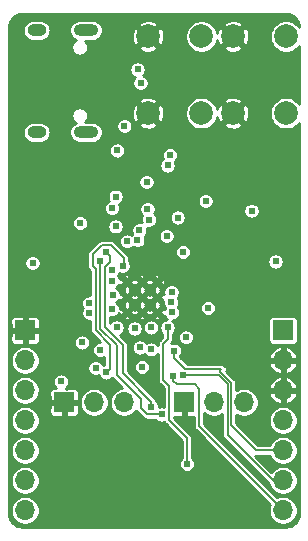
<source format=gbr>
%TF.GenerationSoftware,KiCad,Pcbnew,(5.1.9)-1*%
%TF.CreationDate,2021-12-20T22:20:38-08:00*%
%TF.ProjectId,MCL-102-2,4d434c2d-3130-4322-9d32-2e6b69636164,rev?*%
%TF.SameCoordinates,Original*%
%TF.FileFunction,Copper,L3,Inr*%
%TF.FilePolarity,Positive*%
%FSLAX46Y46*%
G04 Gerber Fmt 4.6, Leading zero omitted, Abs format (unit mm)*
G04 Created by KiCad (PCBNEW (5.1.9)-1) date 2021-12-20 22:20:38*
%MOMM*%
%LPD*%
G01*
G04 APERTURE LIST*
%TA.AperFunction,ComponentPad*%
%ADD10C,2.000000*%
%TD*%
%TA.AperFunction,ComponentPad*%
%ADD11O,1.700000X1.700000*%
%TD*%
%TA.AperFunction,ComponentPad*%
%ADD12R,1.700000X1.700000*%
%TD*%
%TA.AperFunction,ComponentPad*%
%ADD13C,0.600000*%
%TD*%
%TA.AperFunction,ComponentPad*%
%ADD14O,2.100000X1.000000*%
%TD*%
%TA.AperFunction,ComponentPad*%
%ADD15O,1.600000X1.000000*%
%TD*%
%TA.AperFunction,ViaPad*%
%ADD16C,0.609600*%
%TD*%
%TA.AperFunction,Conductor*%
%ADD17C,0.127000*%
%TD*%
%TA.AperFunction,Conductor*%
%ADD18C,0.254000*%
%TD*%
%TA.AperFunction,Conductor*%
%ADD19C,0.100000*%
%TD*%
G04 APERTURE END LIST*
D10*
%TO.N,GND*%
%TO.C,SW1*%
X146376000Y-91590000D03*
%TO.N,/MCU/USB_BOOT*%
X150876000Y-91590000D03*
%TO.N,GND*%
X146376000Y-85090000D03*
%TO.N,/MCU/USB_BOOT*%
X150876000Y-85090000D03*
%TD*%
D11*
%TO.N,Net-(D2-Pad1)*%
%TO.C,J5*%
X137160000Y-116078000D03*
%TO.N,Net-(J5-Pad2)*%
X134620000Y-116078000D03*
D12*
%TO.N,GND*%
X132080000Y-116078000D03*
%TD*%
D11*
%TO.N,Net-(D1-Pad1)*%
%TO.C,J4*%
X147320000Y-116078000D03*
%TO.N,Net-(J4-Pad2)*%
X144780000Y-116078000D03*
D12*
%TO.N,GND*%
X142240000Y-116078000D03*
%TD*%
D10*
%TO.N,GND*%
%TO.C,SW2*%
X139192000Y-91590000D03*
%TO.N,Net-(SW2-Pad2)*%
X143692000Y-91590000D03*
%TO.N,GND*%
X139192000Y-85090000D03*
%TO.N,Net-(SW2-Pad2)*%
X143692000Y-85090000D03*
%TD*%
D11*
%TO.N,/CL*%
%TO.C,J1*%
X128778000Y-125222000D03*
%TO.N,/BL*%
X128778000Y-122682000D03*
%TO.N,/AL*%
X128778000Y-120142000D03*
%TO.N,/CH*%
X128778000Y-117602000D03*
%TO.N,/BH*%
X128778000Y-115062000D03*
%TO.N,/AH*%
X128778000Y-112522000D03*
D12*
%TO.N,GND*%
X128778000Y-109982000D03*
%TD*%
D11*
%TO.N,/TEMP*%
%TO.C,J8*%
X150622000Y-125222000D03*
%TO.N,/VBAT*%
X150622000Y-122682000D03*
%TO.N,/IMON*%
X150622000Y-120142000D03*
%TO.N,+3V3*%
X150622000Y-117602000D03*
%TO.N,GND*%
X150622000Y-115062000D03*
X150622000Y-112522000D03*
D12*
%TO.N,VDD*%
X150622000Y-109982000D03*
%TD*%
D13*
%TO.N,GND*%
%TO.C,U9*%
X139959000Y-105913000D03*
X139959000Y-107188000D03*
X139959000Y-108463000D03*
X138684000Y-105913000D03*
X138684000Y-107188000D03*
X138684000Y-108463000D03*
X137409000Y-105913000D03*
X137409000Y-107188000D03*
X137409000Y-108463000D03*
%TD*%
D14*
%TO.N,Net-(J7-PadS1)*%
%TO.C,J7*%
X133940000Y-93220000D03*
X133940000Y-84580000D03*
D15*
X129760000Y-84580000D03*
X129760000Y-93220000D03*
%TD*%
D16*
%TO.N,GND*%
X133858000Y-109855000D03*
X132613400Y-112521990D03*
X131267200Y-112496600D03*
X144322800Y-112331500D03*
X144195800Y-107213400D03*
X144056100Y-96189800D03*
X137541000Y-85699600D03*
X137744200Y-90830400D03*
X135991600Y-92329000D03*
X138633200Y-93446594D03*
X130378198Y-107035600D03*
X130810000Y-100533200D03*
X132714994Y-85470994D03*
X142925800Y-112522000D03*
X131445000Y-101828600D03*
X142494000Y-93294200D03*
X135661400Y-101066600D03*
X130810000Y-102438200D03*
X133451600Y-96037400D03*
X134543800Y-95986600D03*
X134518400Y-98272600D03*
X136296400Y-97383600D03*
X136347200Y-96088200D03*
X127711200Y-121462800D03*
X127685800Y-124002800D03*
X151612600Y-118948200D03*
X151638000Y-121361200D03*
X151663400Y-123952000D03*
X149580600Y-106959400D03*
X148056600Y-96926400D03*
X148793200Y-96215200D03*
X151815800Y-93192600D03*
X129413000Y-86156800D03*
X129362200Y-87223600D03*
X129362200Y-88493600D03*
X129362200Y-89890600D03*
X129362200Y-91465400D03*
X132359400Y-92151200D03*
X132334000Y-86715600D03*
X146177000Y-97129600D03*
X145542000Y-97586800D03*
X132334000Y-90424000D03*
X132384800Y-88366600D03*
X139700000Y-98425000D03*
X145669000Y-105410000D03*
X144907000Y-109347000D03*
X148590000Y-114681000D03*
X148602986Y-111506000D03*
X142875000Y-96393000D03*
X142367002Y-101092000D03*
X149225000Y-97282000D03*
X149098000Y-100457000D03*
X129540000Y-99822000D03*
X131064000Y-110032800D03*
X139827000Y-113538000D03*
X150393400Y-99314000D03*
X129921000Y-94996000D03*
X130048000Y-96520000D03*
X129921000Y-98171000D03*
X134239000Y-97282000D03*
X141351000Y-85598000D03*
X148844000Y-85217000D03*
X141605000Y-84836000D03*
X134239000Y-123571000D03*
X135636000Y-123571000D03*
X137160000Y-123571000D03*
X139192000Y-123571000D03*
X141224000Y-123444000D03*
X143637000Y-123698000D03*
X145034000Y-123444000D03*
X132969000Y-120269000D03*
X133731000Y-122174000D03*
X136779000Y-122301000D03*
X140462000Y-122301000D03*
X143002000Y-122428000D03*
X145669000Y-121920000D03*
X148844000Y-120904000D03*
X130175000Y-116332000D03*
X130429000Y-112903000D03*
X130302000Y-118872000D03*
X130048000Y-121285000D03*
X146939000Y-117856000D03*
X148463000Y-107442000D03*
X149352000Y-108585000D03*
X148971000Y-103124000D03*
X149479000Y-90424000D03*
X150495000Y-93345000D03*
X142113000Y-92456000D03*
X131318000Y-89281000D03*
X128651000Y-105918000D03*
X128651000Y-107696000D03*
%TO.N,VDD*%
X137185400Y-92684600D03*
%TO.N,+3V3*%
X136575800Y-94742000D03*
X147955000Y-99847400D03*
X144068800Y-99034600D03*
X142392400Y-110566200D03*
X141046204Y-95123000D03*
X138684000Y-113093490D03*
X136437323Y-101174466D03*
X133451594Y-100888800D03*
X142163802Y-103327200D03*
X136194800Y-106984800D03*
X131826000Y-114300000D03*
X144259290Y-108077000D03*
X133604000Y-110998000D03*
%TO.N,/IMON*%
X141399342Y-111692816D03*
%TO.N,/MCU/+1.1V*%
X141185900Y-106740649D03*
X134213600Y-107696000D03*
%TO.N,/TEMP_MOT*%
X140843000Y-109728000D03*
X142494000Y-121285000D03*
%TO.N,/HALLC*%
X135128000Y-104140000D03*
X140335000Y-117094000D03*
%TO.N,/HALLB*%
X135636000Y-103378000D03*
X139446010Y-116446290D03*
%TO.N,/HALLA*%
X137033000Y-104521000D03*
X135636000Y-113538000D03*
%TO.N,/MCU/SWCLK*%
X136127998Y-108188000D03*
%TO.N,/MCU/SWDIO*%
X134226290Y-108508800D03*
%TO.N,/VBAT*%
X142113000Y-113792000D03*
%TO.N,/USB_DM*%
X141197965Y-108458846D03*
X138557000Y-89027000D03*
%TO.N,/USB_DP*%
X141147800Y-107594400D03*
X138302992Y-87884000D03*
%TO.N,/MCU/LED1*%
X149987000Y-104140000D03*
X139445984Y-109728000D03*
%TO.N,/MCU/LED2*%
X129413000Y-104267000D03*
X139446000Y-111587590D03*
%TO.N,/AL*%
X136155454Y-104892600D03*
%TO.N,/AH*%
X136144000Y-105791000D03*
%TO.N,/CANRX*%
X140843000Y-96012000D03*
X138049000Y-109815328D03*
%TO.N,/MCU/CAN_nCS*%
X140766800Y-102006408D03*
X141701180Y-100426173D03*
%TO.N,/MCU/CAN_COPI*%
X139293600Y-100609408D03*
X139065000Y-97409000D03*
%TO.N,/MCU/nCANINT*%
X139141200Y-99720400D03*
X138455390Y-101498400D03*
%TO.N,/MCU/nRX0BF*%
X136448800Y-98653600D03*
X138286479Y-102353121D03*
%TO.N,/MCU/nRX1BF*%
X136144000Y-99644200D03*
X137414000Y-102438200D03*
%TO.N,/CL*%
X135128000Y-111633000D03*
%TO.N,/CH*%
X136525000Y-109728000D03*
%TO.N,/TEMP*%
X141274691Y-113842691D03*
%TO.N,Net-(SW2-Pad2)*%
X138484000Y-111426602D03*
%TO.N,Net-(D1-Pad1)*%
X134747000Y-113157000D03*
%TD*%
D17*
%TO.N,/IMON*%
X141399342Y-111692816D02*
X141399342Y-112316342D01*
X142354299Y-113271299D02*
X143624299Y-113271299D01*
X141399342Y-112316342D02*
X142354299Y-113271299D01*
X145300701Y-113271299D02*
X145300701Y-113536556D01*
X143624299Y-113271299D02*
X145300701Y-113271299D01*
X145300701Y-113536556D02*
X146202410Y-114438265D01*
X145300701Y-113271299D02*
X145402299Y-113271299D01*
X146202410Y-114438265D02*
X146202410Y-118008410D01*
X148336000Y-120142000D02*
X150622000Y-120142000D01*
X146202410Y-118008410D02*
X148336000Y-120142000D01*
%TO.N,/TEMP_MOT*%
X140843000Y-109728000D02*
X140843000Y-110744000D01*
X140843000Y-110744000D02*
X140462000Y-111125000D01*
X140462000Y-111125000D02*
X140462000Y-113411000D01*
X140462000Y-113411000D02*
X140462000Y-114173000D01*
X140462000Y-114173000D02*
X140970000Y-114681000D01*
X140970000Y-116967000D02*
X140970000Y-117602000D01*
X140970000Y-114681000D02*
X140970000Y-116967000D01*
X140970000Y-116967000D02*
X140970000Y-117094000D01*
X142494000Y-119126000D02*
X142494000Y-121285000D01*
X140970000Y-117602000D02*
X142494000Y-119126000D01*
%TO.N,/HALLC*%
X138557000Y-115824000D02*
X138557000Y-116586000D01*
X136525000Y-111252000D02*
X136525000Y-113792000D01*
X138557000Y-116586000D02*
X139065000Y-117094000D01*
X136525000Y-113792000D02*
X138557000Y-115824000D01*
X135128000Y-104140000D02*
X135128000Y-109855000D01*
X135128000Y-109855000D02*
X136525000Y-111252000D01*
X139065000Y-117094000D02*
X140335000Y-117094000D01*
%TO.N,/HALLB*%
X137033000Y-113602228D02*
X139446010Y-116015238D01*
X135636000Y-103378000D02*
X135940799Y-103682799D01*
X135940799Y-104216201D02*
X135509000Y-104648000D01*
X137033000Y-111181428D02*
X137033000Y-113602228D01*
X135940799Y-103682799D02*
X135940799Y-104216201D01*
X135509000Y-109657428D02*
X137033000Y-111181428D01*
X135509000Y-104648000D02*
X135509000Y-109657428D01*
X139446010Y-116015238D02*
X139446010Y-116446290D01*
%TO.N,/HALLA*%
X135940799Y-111175799D02*
X135940799Y-113233201D01*
X134747000Y-109982000D02*
X135940799Y-111175799D01*
X134747000Y-104775000D02*
X134747000Y-109982000D01*
X134493000Y-104521000D02*
X134747000Y-104775000D01*
X135255000Y-102743000D02*
X134493000Y-103505000D01*
X136017000Y-102743000D02*
X135255000Y-102743000D01*
X134493000Y-103505000D02*
X134493000Y-104521000D01*
X137160000Y-103886000D02*
X136017000Y-102743000D01*
X137160000Y-104394000D02*
X137160000Y-103886000D01*
X135940799Y-113233201D02*
X135636000Y-113538000D01*
X137033000Y-104521000D02*
X137160000Y-104394000D01*
%TO.N,/VBAT*%
X149733000Y-122682000D02*
X150622000Y-122682000D01*
X145923000Y-118872000D02*
X149733000Y-122682000D01*
X145923000Y-114554000D02*
X145923000Y-118872000D01*
X145161000Y-113792000D02*
X145923000Y-114554000D01*
X142113000Y-113792000D02*
X145161000Y-113792000D01*
%TO.N,/TEMP*%
X141274691Y-114223691D02*
X141274691Y-113842691D01*
X141605000Y-114554000D02*
X141274691Y-114223691D01*
X143129000Y-114554000D02*
X141605000Y-114554000D01*
X143510000Y-118110000D02*
X143510000Y-114935000D01*
X143510000Y-114935000D02*
X143129000Y-114554000D01*
X150622000Y-125222000D02*
X143510000Y-118110000D01*
%TD*%
D18*
%TO.N,GND*%
X151092771Y-83233201D02*
X151301296Y-83296158D01*
X151493613Y-83398415D01*
X151662410Y-83536082D01*
X151801250Y-83703911D01*
X151904848Y-83895513D01*
X151969258Y-84103588D01*
X151986327Y-84265988D01*
X151948693Y-84209664D01*
X151756336Y-84017307D01*
X151530149Y-83866174D01*
X151278823Y-83762071D01*
X151012017Y-83709000D01*
X150739983Y-83709000D01*
X150473177Y-83762071D01*
X150221851Y-83866174D01*
X149995664Y-84017307D01*
X149803307Y-84209664D01*
X149652174Y-84435851D01*
X149548071Y-84687177D01*
X149495000Y-84953983D01*
X149495000Y-85226017D01*
X149548071Y-85492823D01*
X149652174Y-85744149D01*
X149803307Y-85970336D01*
X149995664Y-86162693D01*
X150221851Y-86313826D01*
X150473177Y-86417929D01*
X150739983Y-86471000D01*
X151012017Y-86471000D01*
X151278823Y-86417929D01*
X151530149Y-86313826D01*
X151756336Y-86162693D01*
X151948693Y-85970336D01*
X151994001Y-85902528D01*
X151994001Y-90777472D01*
X151948693Y-90709664D01*
X151756336Y-90517307D01*
X151530149Y-90366174D01*
X151278823Y-90262071D01*
X151012017Y-90209000D01*
X150739983Y-90209000D01*
X150473177Y-90262071D01*
X150221851Y-90366174D01*
X149995664Y-90517307D01*
X149803307Y-90709664D01*
X149652174Y-90935851D01*
X149548071Y-91187177D01*
X149495000Y-91453983D01*
X149495000Y-91726017D01*
X149548071Y-91992823D01*
X149652174Y-92244149D01*
X149803307Y-92470336D01*
X149995664Y-92662693D01*
X150221851Y-92813826D01*
X150473177Y-92917929D01*
X150739983Y-92971000D01*
X151012017Y-92971000D01*
X151278823Y-92917929D01*
X151530149Y-92813826D01*
X151756336Y-92662693D01*
X151948693Y-92470336D01*
X151994001Y-92402528D01*
X151994000Y-125456147D01*
X151970799Y-125692775D01*
X151907841Y-125901296D01*
X151805583Y-126093616D01*
X151667918Y-126262409D01*
X151500090Y-126401249D01*
X151308491Y-126504847D01*
X151100414Y-126569258D01*
X150865009Y-126594000D01*
X128543853Y-126594000D01*
X128307225Y-126570799D01*
X128098704Y-126507841D01*
X127906384Y-126405583D01*
X127737591Y-126267918D01*
X127598751Y-126100090D01*
X127495153Y-125908491D01*
X127430742Y-125700414D01*
X127406000Y-125465009D01*
X127406000Y-125100757D01*
X127547000Y-125100757D01*
X127547000Y-125343243D01*
X127594307Y-125581069D01*
X127687102Y-125805097D01*
X127821820Y-126006717D01*
X127993283Y-126178180D01*
X128194903Y-126312898D01*
X128418931Y-126405693D01*
X128656757Y-126453000D01*
X128899243Y-126453000D01*
X129137069Y-126405693D01*
X129361097Y-126312898D01*
X129562717Y-126178180D01*
X129734180Y-126006717D01*
X129868898Y-125805097D01*
X129961693Y-125581069D01*
X130009000Y-125343243D01*
X130009000Y-125100757D01*
X129961693Y-124862931D01*
X129868898Y-124638903D01*
X129734180Y-124437283D01*
X129562717Y-124265820D01*
X129361097Y-124131102D01*
X129137069Y-124038307D01*
X128899243Y-123991000D01*
X128656757Y-123991000D01*
X128418931Y-124038307D01*
X128194903Y-124131102D01*
X127993283Y-124265820D01*
X127821820Y-124437283D01*
X127687102Y-124638903D01*
X127594307Y-124862931D01*
X127547000Y-125100757D01*
X127406000Y-125100757D01*
X127406000Y-122560757D01*
X127547000Y-122560757D01*
X127547000Y-122803243D01*
X127594307Y-123041069D01*
X127687102Y-123265097D01*
X127821820Y-123466717D01*
X127993283Y-123638180D01*
X128194903Y-123772898D01*
X128418931Y-123865693D01*
X128656757Y-123913000D01*
X128899243Y-123913000D01*
X129137069Y-123865693D01*
X129361097Y-123772898D01*
X129562717Y-123638180D01*
X129734180Y-123466717D01*
X129868898Y-123265097D01*
X129961693Y-123041069D01*
X130009000Y-122803243D01*
X130009000Y-122560757D01*
X129961693Y-122322931D01*
X129868898Y-122098903D01*
X129734180Y-121897283D01*
X129562717Y-121725820D01*
X129361097Y-121591102D01*
X129137069Y-121498307D01*
X128899243Y-121451000D01*
X128656757Y-121451000D01*
X128418931Y-121498307D01*
X128194903Y-121591102D01*
X127993283Y-121725820D01*
X127821820Y-121897283D01*
X127687102Y-122098903D01*
X127594307Y-122322931D01*
X127547000Y-122560757D01*
X127406000Y-122560757D01*
X127406000Y-120020757D01*
X127547000Y-120020757D01*
X127547000Y-120263243D01*
X127594307Y-120501069D01*
X127687102Y-120725097D01*
X127821820Y-120926717D01*
X127993283Y-121098180D01*
X128194903Y-121232898D01*
X128418931Y-121325693D01*
X128656757Y-121373000D01*
X128899243Y-121373000D01*
X129137069Y-121325693D01*
X129361097Y-121232898D01*
X129562717Y-121098180D01*
X129734180Y-120926717D01*
X129868898Y-120725097D01*
X129961693Y-120501069D01*
X130009000Y-120263243D01*
X130009000Y-120020757D01*
X129961693Y-119782931D01*
X129868898Y-119558903D01*
X129734180Y-119357283D01*
X129562717Y-119185820D01*
X129361097Y-119051102D01*
X129137069Y-118958307D01*
X128899243Y-118911000D01*
X128656757Y-118911000D01*
X128418931Y-118958307D01*
X128194903Y-119051102D01*
X127993283Y-119185820D01*
X127821820Y-119357283D01*
X127687102Y-119558903D01*
X127594307Y-119782931D01*
X127547000Y-120020757D01*
X127406000Y-120020757D01*
X127406000Y-117480757D01*
X127547000Y-117480757D01*
X127547000Y-117723243D01*
X127594307Y-117961069D01*
X127687102Y-118185097D01*
X127821820Y-118386717D01*
X127993283Y-118558180D01*
X128194903Y-118692898D01*
X128418931Y-118785693D01*
X128656757Y-118833000D01*
X128899243Y-118833000D01*
X129137069Y-118785693D01*
X129361097Y-118692898D01*
X129562717Y-118558180D01*
X129734180Y-118386717D01*
X129868898Y-118185097D01*
X129961693Y-117961069D01*
X130009000Y-117723243D01*
X130009000Y-117480757D01*
X129961693Y-117242931D01*
X129868898Y-117018903D01*
X129808159Y-116928000D01*
X130847157Y-116928000D01*
X130854513Y-117002689D01*
X130876299Y-117074508D01*
X130911678Y-117140696D01*
X130959289Y-117198711D01*
X131017304Y-117246322D01*
X131083492Y-117281701D01*
X131155311Y-117303487D01*
X131230000Y-117310843D01*
X131857750Y-117309000D01*
X131953000Y-117213750D01*
X131953000Y-116205000D01*
X132207000Y-116205000D01*
X132207000Y-117213750D01*
X132302250Y-117309000D01*
X132930000Y-117310843D01*
X133004689Y-117303487D01*
X133076508Y-117281701D01*
X133142696Y-117246322D01*
X133200711Y-117198711D01*
X133248322Y-117140696D01*
X133283701Y-117074508D01*
X133305487Y-117002689D01*
X133312843Y-116928000D01*
X133311000Y-116300250D01*
X133215750Y-116205000D01*
X132207000Y-116205000D01*
X131953000Y-116205000D01*
X130944250Y-116205000D01*
X130849000Y-116300250D01*
X130847157Y-116928000D01*
X129808159Y-116928000D01*
X129734180Y-116817283D01*
X129562717Y-116645820D01*
X129361097Y-116511102D01*
X129137069Y-116418307D01*
X128899243Y-116371000D01*
X128656757Y-116371000D01*
X128418931Y-116418307D01*
X128194903Y-116511102D01*
X127993283Y-116645820D01*
X127821820Y-116817283D01*
X127687102Y-117018903D01*
X127594307Y-117242931D01*
X127547000Y-117480757D01*
X127406000Y-117480757D01*
X127406000Y-114940757D01*
X127547000Y-114940757D01*
X127547000Y-115183243D01*
X127594307Y-115421069D01*
X127687102Y-115645097D01*
X127821820Y-115846717D01*
X127993283Y-116018180D01*
X128194903Y-116152898D01*
X128418931Y-116245693D01*
X128656757Y-116293000D01*
X128899243Y-116293000D01*
X129137069Y-116245693D01*
X129361097Y-116152898D01*
X129562717Y-116018180D01*
X129624140Y-115956757D01*
X133389000Y-115956757D01*
X133389000Y-116199243D01*
X133436307Y-116437069D01*
X133529102Y-116661097D01*
X133663820Y-116862717D01*
X133835283Y-117034180D01*
X134036903Y-117168898D01*
X134260931Y-117261693D01*
X134498757Y-117309000D01*
X134741243Y-117309000D01*
X134979069Y-117261693D01*
X135203097Y-117168898D01*
X135404717Y-117034180D01*
X135576180Y-116862717D01*
X135710898Y-116661097D01*
X135803693Y-116437069D01*
X135851000Y-116199243D01*
X135851000Y-115956757D01*
X135803693Y-115718931D01*
X135710898Y-115494903D01*
X135576180Y-115293283D01*
X135404717Y-115121820D01*
X135203097Y-114987102D01*
X134979069Y-114894307D01*
X134741243Y-114847000D01*
X134498757Y-114847000D01*
X134260931Y-114894307D01*
X134036903Y-114987102D01*
X133835283Y-115121820D01*
X133663820Y-115293283D01*
X133529102Y-115494903D01*
X133436307Y-115718931D01*
X133389000Y-115956757D01*
X129624140Y-115956757D01*
X129734180Y-115846717D01*
X129868898Y-115645097D01*
X129961693Y-115421069D01*
X130000097Y-115228000D01*
X130847157Y-115228000D01*
X130849000Y-115855750D01*
X130944250Y-115951000D01*
X131953000Y-115951000D01*
X131953000Y-115931000D01*
X132207000Y-115931000D01*
X132207000Y-115951000D01*
X133215750Y-115951000D01*
X133311000Y-115855750D01*
X133312843Y-115228000D01*
X133305487Y-115153311D01*
X133283701Y-115081492D01*
X133248322Y-115015304D01*
X133200711Y-114957289D01*
X133142696Y-114909678D01*
X133076508Y-114874299D01*
X133004689Y-114852513D01*
X132930000Y-114845157D01*
X132302250Y-114847000D01*
X132207002Y-114942248D01*
X132207002Y-114870227D01*
X132263172Y-114832695D01*
X132358695Y-114737172D01*
X132433748Y-114624848D01*
X132485445Y-114500040D01*
X132511800Y-114367545D01*
X132511800Y-114232455D01*
X132485445Y-114099960D01*
X132433748Y-113975152D01*
X132358695Y-113862828D01*
X132263172Y-113767305D01*
X132150848Y-113692252D01*
X132026040Y-113640555D01*
X131893545Y-113614200D01*
X131758455Y-113614200D01*
X131625960Y-113640555D01*
X131501152Y-113692252D01*
X131388828Y-113767305D01*
X131293305Y-113862828D01*
X131218252Y-113975152D01*
X131166555Y-114099960D01*
X131140200Y-114232455D01*
X131140200Y-114367545D01*
X131166555Y-114500040D01*
X131218252Y-114624848D01*
X131293305Y-114737172D01*
X131388828Y-114832695D01*
X131408262Y-114845680D01*
X131230000Y-114845157D01*
X131155311Y-114852513D01*
X131083492Y-114874299D01*
X131017304Y-114909678D01*
X130959289Y-114957289D01*
X130911678Y-115015304D01*
X130876299Y-115081492D01*
X130854513Y-115153311D01*
X130847157Y-115228000D01*
X130000097Y-115228000D01*
X130009000Y-115183243D01*
X130009000Y-114940757D01*
X129961693Y-114702931D01*
X129868898Y-114478903D01*
X129734180Y-114277283D01*
X129562717Y-114105820D01*
X129361097Y-113971102D01*
X129137069Y-113878307D01*
X128899243Y-113831000D01*
X128656757Y-113831000D01*
X128418931Y-113878307D01*
X128194903Y-113971102D01*
X127993283Y-114105820D01*
X127821820Y-114277283D01*
X127687102Y-114478903D01*
X127594307Y-114702931D01*
X127547000Y-114940757D01*
X127406000Y-114940757D01*
X127406000Y-112400757D01*
X127547000Y-112400757D01*
X127547000Y-112643243D01*
X127594307Y-112881069D01*
X127687102Y-113105097D01*
X127821820Y-113306717D01*
X127993283Y-113478180D01*
X128194903Y-113612898D01*
X128418931Y-113705693D01*
X128656757Y-113753000D01*
X128899243Y-113753000D01*
X129137069Y-113705693D01*
X129361097Y-113612898D01*
X129562717Y-113478180D01*
X129734180Y-113306717D01*
X129868898Y-113105097D01*
X129961693Y-112881069D01*
X130009000Y-112643243D01*
X130009000Y-112400757D01*
X129961693Y-112162931D01*
X129868898Y-111938903D01*
X129734180Y-111737283D01*
X129562717Y-111565820D01*
X129361097Y-111431102D01*
X129137069Y-111338307D01*
X128899243Y-111291000D01*
X128656757Y-111291000D01*
X128418931Y-111338307D01*
X128194903Y-111431102D01*
X127993283Y-111565820D01*
X127821820Y-111737283D01*
X127687102Y-111938903D01*
X127594307Y-112162931D01*
X127547000Y-112400757D01*
X127406000Y-112400757D01*
X127406000Y-110832000D01*
X127545157Y-110832000D01*
X127552513Y-110906689D01*
X127574299Y-110978508D01*
X127609678Y-111044696D01*
X127657289Y-111102711D01*
X127715304Y-111150322D01*
X127781492Y-111185701D01*
X127853311Y-111207487D01*
X127928000Y-111214843D01*
X128555750Y-111213000D01*
X128651000Y-111117750D01*
X128651000Y-110109000D01*
X128905000Y-110109000D01*
X128905000Y-111117750D01*
X129000250Y-111213000D01*
X129628000Y-111214843D01*
X129702689Y-111207487D01*
X129774508Y-111185701D01*
X129840696Y-111150322D01*
X129898711Y-111102711D01*
X129946322Y-111044696D01*
X129981701Y-110978508D01*
X129996277Y-110930455D01*
X132918200Y-110930455D01*
X132918200Y-111065545D01*
X132944555Y-111198040D01*
X132996252Y-111322848D01*
X133071305Y-111435172D01*
X133166828Y-111530695D01*
X133279152Y-111605748D01*
X133403960Y-111657445D01*
X133536455Y-111683800D01*
X133671545Y-111683800D01*
X133804040Y-111657445D01*
X133928848Y-111605748D01*
X134041172Y-111530695D01*
X134136695Y-111435172D01*
X134211748Y-111322848D01*
X134263445Y-111198040D01*
X134289800Y-111065545D01*
X134289800Y-110930455D01*
X134263445Y-110797960D01*
X134211748Y-110673152D01*
X134136695Y-110560828D01*
X134041172Y-110465305D01*
X133928848Y-110390252D01*
X133804040Y-110338555D01*
X133671545Y-110312200D01*
X133536455Y-110312200D01*
X133403960Y-110338555D01*
X133279152Y-110390252D01*
X133166828Y-110465305D01*
X133071305Y-110560828D01*
X132996252Y-110673152D01*
X132944555Y-110797960D01*
X132918200Y-110930455D01*
X129996277Y-110930455D01*
X130003487Y-110906689D01*
X130010843Y-110832000D01*
X130009000Y-110204250D01*
X129913750Y-110109000D01*
X128905000Y-110109000D01*
X128651000Y-110109000D01*
X127642250Y-110109000D01*
X127547000Y-110204250D01*
X127545157Y-110832000D01*
X127406000Y-110832000D01*
X127406000Y-109132000D01*
X127545157Y-109132000D01*
X127547000Y-109759750D01*
X127642250Y-109855000D01*
X128651000Y-109855000D01*
X128651000Y-108846250D01*
X128905000Y-108846250D01*
X128905000Y-109855000D01*
X129913750Y-109855000D01*
X130009000Y-109759750D01*
X130010843Y-109132000D01*
X130003487Y-109057311D01*
X129981701Y-108985492D01*
X129946322Y-108919304D01*
X129898711Y-108861289D01*
X129840696Y-108813678D01*
X129774508Y-108778299D01*
X129702689Y-108756513D01*
X129628000Y-108749157D01*
X129000250Y-108751000D01*
X128905000Y-108846250D01*
X128651000Y-108846250D01*
X128555750Y-108751000D01*
X127928000Y-108749157D01*
X127853311Y-108756513D01*
X127781492Y-108778299D01*
X127715304Y-108813678D01*
X127657289Y-108861289D01*
X127609678Y-108919304D01*
X127574299Y-108985492D01*
X127552513Y-109057311D01*
X127545157Y-109132000D01*
X127406000Y-109132000D01*
X127406000Y-107628455D01*
X133527800Y-107628455D01*
X133527800Y-107763545D01*
X133554155Y-107896040D01*
X133605852Y-108020848D01*
X133666689Y-108111896D01*
X133618542Y-108183952D01*
X133566845Y-108308760D01*
X133540490Y-108441255D01*
X133540490Y-108576345D01*
X133566845Y-108708840D01*
X133618542Y-108833648D01*
X133693595Y-108945972D01*
X133789118Y-109041495D01*
X133901442Y-109116548D01*
X134026250Y-109168245D01*
X134158745Y-109194600D01*
X134293835Y-109194600D01*
X134302501Y-109192876D01*
X134302501Y-109960170D01*
X134300351Y-109982000D01*
X134308933Y-110069137D01*
X134334349Y-110152925D01*
X134375624Y-110230145D01*
X134417255Y-110280872D01*
X134417259Y-110280876D01*
X134431172Y-110297829D01*
X134448125Y-110311742D01*
X135083582Y-110947200D01*
X135060455Y-110947200D01*
X134927960Y-110973555D01*
X134803152Y-111025252D01*
X134690828Y-111100305D01*
X134595305Y-111195828D01*
X134520252Y-111308152D01*
X134468555Y-111432960D01*
X134442200Y-111565455D01*
X134442200Y-111700545D01*
X134468555Y-111833040D01*
X134520252Y-111957848D01*
X134595305Y-112070172D01*
X134690828Y-112165695D01*
X134803152Y-112240748D01*
X134927960Y-112292445D01*
X135060455Y-112318800D01*
X135195545Y-112318800D01*
X135328040Y-112292445D01*
X135452848Y-112240748D01*
X135496300Y-112211714D01*
X135496300Y-112866553D01*
X135435960Y-112878555D01*
X135383047Y-112900472D01*
X135354748Y-112832152D01*
X135279695Y-112719828D01*
X135184172Y-112624305D01*
X135071848Y-112549252D01*
X134947040Y-112497555D01*
X134814545Y-112471200D01*
X134679455Y-112471200D01*
X134546960Y-112497555D01*
X134422152Y-112549252D01*
X134309828Y-112624305D01*
X134214305Y-112719828D01*
X134139252Y-112832152D01*
X134087555Y-112956960D01*
X134061200Y-113089455D01*
X134061200Y-113224545D01*
X134087555Y-113357040D01*
X134139252Y-113481848D01*
X134214305Y-113594172D01*
X134309828Y-113689695D01*
X134422152Y-113764748D01*
X134546960Y-113816445D01*
X134679455Y-113842800D01*
X134814545Y-113842800D01*
X134947040Y-113816445D01*
X134999953Y-113794528D01*
X135028252Y-113862848D01*
X135103305Y-113975172D01*
X135198828Y-114070695D01*
X135311152Y-114145748D01*
X135435960Y-114197445D01*
X135568455Y-114223800D01*
X135703545Y-114223800D01*
X135836040Y-114197445D01*
X135960848Y-114145748D01*
X136073172Y-114070695D01*
X136136242Y-114007625D01*
X136153624Y-114040145D01*
X136195255Y-114090872D01*
X136195259Y-114090876D01*
X136209172Y-114107829D01*
X136226125Y-114121742D01*
X136965879Y-114861496D01*
X136800931Y-114894307D01*
X136576903Y-114987102D01*
X136375283Y-115121820D01*
X136203820Y-115293283D01*
X136069102Y-115494903D01*
X135976307Y-115718931D01*
X135929000Y-115956757D01*
X135929000Y-116199243D01*
X135976307Y-116437069D01*
X136069102Y-116661097D01*
X136203820Y-116862717D01*
X136375283Y-117034180D01*
X136576903Y-117168898D01*
X136800931Y-117261693D01*
X137038757Y-117309000D01*
X137281243Y-117309000D01*
X137519069Y-117261693D01*
X137743097Y-117168898D01*
X137944717Y-117034180D01*
X138116180Y-116862717D01*
X138163246Y-116792278D01*
X138185624Y-116834145D01*
X138227255Y-116884872D01*
X138227259Y-116884876D01*
X138241172Y-116901829D01*
X138258125Y-116915742D01*
X138735258Y-117392876D01*
X138749171Y-117409829D01*
X138766124Y-117423742D01*
X138766126Y-117423744D01*
X138816853Y-117465375D01*
X138816855Y-117465376D01*
X138894074Y-117506651D01*
X138977863Y-117532068D01*
X139043170Y-117538500D01*
X139043179Y-117538500D01*
X139064999Y-117540649D01*
X139086819Y-117538500D01*
X139809633Y-117538500D01*
X139897828Y-117626695D01*
X140010152Y-117701748D01*
X140134960Y-117753445D01*
X140267455Y-117779800D01*
X140402545Y-117779800D01*
X140535040Y-117753445D01*
X140549609Y-117747410D01*
X140557349Y-117772925D01*
X140598624Y-117850145D01*
X140640255Y-117900872D01*
X140640259Y-117900876D01*
X140654172Y-117917829D01*
X140671125Y-117931742D01*
X142049500Y-119310118D01*
X142049501Y-120759632D01*
X141961305Y-120847828D01*
X141886252Y-120960152D01*
X141834555Y-121084960D01*
X141808200Y-121217455D01*
X141808200Y-121352545D01*
X141834555Y-121485040D01*
X141886252Y-121609848D01*
X141961305Y-121722172D01*
X142056828Y-121817695D01*
X142169152Y-121892748D01*
X142293960Y-121944445D01*
X142426455Y-121970800D01*
X142561545Y-121970800D01*
X142694040Y-121944445D01*
X142818848Y-121892748D01*
X142931172Y-121817695D01*
X143026695Y-121722172D01*
X143101748Y-121609848D01*
X143153445Y-121485040D01*
X143179800Y-121352545D01*
X143179800Y-121217455D01*
X143153445Y-121084960D01*
X143101748Y-120960152D01*
X143026695Y-120847828D01*
X142938500Y-120759633D01*
X142938500Y-119147819D01*
X142940649Y-119125999D01*
X142938500Y-119104179D01*
X142938500Y-119104170D01*
X142932068Y-119038863D01*
X142906651Y-118955074D01*
X142865376Y-118877855D01*
X142865375Y-118877853D01*
X142823744Y-118827126D01*
X142823742Y-118827124D01*
X142809829Y-118810171D01*
X142792877Y-118796259D01*
X141414500Y-117417883D01*
X141414500Y-117310771D01*
X142017750Y-117309000D01*
X142113000Y-117213750D01*
X142113000Y-116205000D01*
X142093000Y-116205000D01*
X142093000Y-115951000D01*
X142113000Y-115951000D01*
X142113000Y-115931000D01*
X142367000Y-115931000D01*
X142367000Y-115951000D01*
X142387000Y-115951000D01*
X142387000Y-116205000D01*
X142367000Y-116205000D01*
X142367000Y-117213750D01*
X142462250Y-117309000D01*
X143065500Y-117310771D01*
X143065500Y-118088180D01*
X143063351Y-118110000D01*
X143065500Y-118131820D01*
X143065500Y-118131829D01*
X143071932Y-118197136D01*
X143097349Y-118280925D01*
X143138624Y-118358145D01*
X143162073Y-118386717D01*
X143194171Y-118425829D01*
X143211130Y-118439747D01*
X149495716Y-124724334D01*
X149438307Y-124862931D01*
X149391000Y-125100757D01*
X149391000Y-125343243D01*
X149438307Y-125581069D01*
X149531102Y-125805097D01*
X149665820Y-126006717D01*
X149837283Y-126178180D01*
X150038903Y-126312898D01*
X150262931Y-126405693D01*
X150500757Y-126453000D01*
X150743243Y-126453000D01*
X150981069Y-126405693D01*
X151205097Y-126312898D01*
X151406717Y-126178180D01*
X151578180Y-126006717D01*
X151712898Y-125805097D01*
X151805693Y-125581069D01*
X151853000Y-125343243D01*
X151853000Y-125100757D01*
X151805693Y-124862931D01*
X151712898Y-124638903D01*
X151578180Y-124437283D01*
X151406717Y-124265820D01*
X151205097Y-124131102D01*
X150981069Y-124038307D01*
X150743243Y-123991000D01*
X150500757Y-123991000D01*
X150262931Y-124038307D01*
X150124334Y-124095716D01*
X143954500Y-117925883D01*
X143954500Y-116993397D01*
X143995283Y-117034180D01*
X144196903Y-117168898D01*
X144420931Y-117261693D01*
X144658757Y-117309000D01*
X144901243Y-117309000D01*
X145139069Y-117261693D01*
X145363097Y-117168898D01*
X145478501Y-117091788D01*
X145478501Y-118850170D01*
X145476351Y-118872000D01*
X145484933Y-118959137D01*
X145510349Y-119042925D01*
X145551624Y-119120145D01*
X145593255Y-119170872D01*
X145593259Y-119170876D01*
X145607172Y-119187829D01*
X145624125Y-119201742D01*
X149403258Y-122980876D01*
X149417171Y-122997829D01*
X149432151Y-123010123D01*
X149438307Y-123041069D01*
X149531102Y-123265097D01*
X149665820Y-123466717D01*
X149837283Y-123638180D01*
X150038903Y-123772898D01*
X150262931Y-123865693D01*
X150500757Y-123913000D01*
X150743243Y-123913000D01*
X150981069Y-123865693D01*
X151205097Y-123772898D01*
X151406717Y-123638180D01*
X151578180Y-123466717D01*
X151712898Y-123265097D01*
X151805693Y-123041069D01*
X151853000Y-122803243D01*
X151853000Y-122560757D01*
X151805693Y-122322931D01*
X151712898Y-122098903D01*
X151578180Y-121897283D01*
X151406717Y-121725820D01*
X151205097Y-121591102D01*
X150981069Y-121498307D01*
X150743243Y-121451000D01*
X150500757Y-121451000D01*
X150262931Y-121498307D01*
X150038903Y-121591102D01*
X149837283Y-121725820D01*
X149665820Y-121897283D01*
X149630204Y-121950586D01*
X148260868Y-120581250D01*
X148314170Y-120586500D01*
X148314180Y-120586500D01*
X148336000Y-120588649D01*
X148357820Y-120586500D01*
X149473694Y-120586500D01*
X149531102Y-120725097D01*
X149665820Y-120926717D01*
X149837283Y-121098180D01*
X150038903Y-121232898D01*
X150262931Y-121325693D01*
X150500757Y-121373000D01*
X150743243Y-121373000D01*
X150981069Y-121325693D01*
X151205097Y-121232898D01*
X151406717Y-121098180D01*
X151578180Y-120926717D01*
X151712898Y-120725097D01*
X151805693Y-120501069D01*
X151853000Y-120263243D01*
X151853000Y-120020757D01*
X151805693Y-119782931D01*
X151712898Y-119558903D01*
X151578180Y-119357283D01*
X151406717Y-119185820D01*
X151205097Y-119051102D01*
X150981069Y-118958307D01*
X150743243Y-118911000D01*
X150500757Y-118911000D01*
X150262931Y-118958307D01*
X150038903Y-119051102D01*
X149837283Y-119185820D01*
X149665820Y-119357283D01*
X149531102Y-119558903D01*
X149473694Y-119697500D01*
X148520118Y-119697500D01*
X146646910Y-117824293D01*
X146646910Y-117480757D01*
X149391000Y-117480757D01*
X149391000Y-117723243D01*
X149438307Y-117961069D01*
X149531102Y-118185097D01*
X149665820Y-118386717D01*
X149837283Y-118558180D01*
X150038903Y-118692898D01*
X150262931Y-118785693D01*
X150500757Y-118833000D01*
X150743243Y-118833000D01*
X150981069Y-118785693D01*
X151205097Y-118692898D01*
X151406717Y-118558180D01*
X151578180Y-118386717D01*
X151712898Y-118185097D01*
X151805693Y-117961069D01*
X151853000Y-117723243D01*
X151853000Y-117480757D01*
X151805693Y-117242931D01*
X151712898Y-117018903D01*
X151578180Y-116817283D01*
X151406717Y-116645820D01*
X151205097Y-116511102D01*
X150981069Y-116418307D01*
X150743243Y-116371000D01*
X150500757Y-116371000D01*
X150262931Y-116418307D01*
X150038903Y-116511102D01*
X149837283Y-116645820D01*
X149665820Y-116817283D01*
X149531102Y-117018903D01*
X149438307Y-117242931D01*
X149391000Y-117480757D01*
X146646910Y-117480757D01*
X146646910Y-117108767D01*
X146736903Y-117168898D01*
X146960931Y-117261693D01*
X147198757Y-117309000D01*
X147441243Y-117309000D01*
X147679069Y-117261693D01*
X147903097Y-117168898D01*
X148104717Y-117034180D01*
X148276180Y-116862717D01*
X148410898Y-116661097D01*
X148503693Y-116437069D01*
X148551000Y-116199243D01*
X148551000Y-115956757D01*
X148503693Y-115718931D01*
X148410898Y-115494903D01*
X148333441Y-115378980D01*
X149432511Y-115378980D01*
X149456866Y-115459288D01*
X149556761Y-115678961D01*
X149697592Y-115874924D01*
X149873948Y-116039647D01*
X150079051Y-116166799D01*
X150305019Y-116251495D01*
X150495000Y-116191187D01*
X150495000Y-115189000D01*
X150749000Y-115189000D01*
X150749000Y-116191187D01*
X150938981Y-116251495D01*
X151164949Y-116166799D01*
X151370052Y-116039647D01*
X151546408Y-115874924D01*
X151687239Y-115678961D01*
X151787134Y-115459288D01*
X151811489Y-115378980D01*
X151750627Y-115189000D01*
X150749000Y-115189000D01*
X150495000Y-115189000D01*
X149493373Y-115189000D01*
X149432511Y-115378980D01*
X148333441Y-115378980D01*
X148276180Y-115293283D01*
X148104717Y-115121820D01*
X147903097Y-114987102D01*
X147679069Y-114894307D01*
X147441243Y-114847000D01*
X147198757Y-114847000D01*
X146960931Y-114894307D01*
X146736903Y-114987102D01*
X146646910Y-115047233D01*
X146646910Y-114745020D01*
X149432511Y-114745020D01*
X149493373Y-114935000D01*
X150495000Y-114935000D01*
X150495000Y-113932813D01*
X150749000Y-113932813D01*
X150749000Y-114935000D01*
X151750627Y-114935000D01*
X151811489Y-114745020D01*
X151787134Y-114664712D01*
X151687239Y-114445039D01*
X151546408Y-114249076D01*
X151370052Y-114084353D01*
X151164949Y-113957201D01*
X150938981Y-113872505D01*
X150749000Y-113932813D01*
X150495000Y-113932813D01*
X150305019Y-113872505D01*
X150079051Y-113957201D01*
X149873948Y-114084353D01*
X149697592Y-114249076D01*
X149556761Y-114445039D01*
X149456866Y-114664712D01*
X149432511Y-114745020D01*
X146646910Y-114745020D01*
X146646910Y-114460084D01*
X146649059Y-114438264D01*
X146646910Y-114416444D01*
X146646910Y-114416435D01*
X146640478Y-114351128D01*
X146615061Y-114267339D01*
X146573786Y-114190120D01*
X146533761Y-114141349D01*
X146532155Y-114139392D01*
X146532152Y-114139389D01*
X146518239Y-114122436D01*
X146501287Y-114108524D01*
X145819614Y-113426851D01*
X145840367Y-113358436D01*
X145848949Y-113271299D01*
X145840367Y-113184162D01*
X145814950Y-113100373D01*
X145773675Y-113023154D01*
X145718128Y-112955470D01*
X145650444Y-112899923D01*
X145573225Y-112858648D01*
X145508388Y-112838980D01*
X149432511Y-112838980D01*
X149456866Y-112919288D01*
X149556761Y-113138961D01*
X149697592Y-113334924D01*
X149873948Y-113499647D01*
X150079051Y-113626799D01*
X150305019Y-113711495D01*
X150495000Y-113651187D01*
X150495000Y-112649000D01*
X150749000Y-112649000D01*
X150749000Y-113651187D01*
X150938981Y-113711495D01*
X151164949Y-113626799D01*
X151370052Y-113499647D01*
X151546408Y-113334924D01*
X151687239Y-113138961D01*
X151787134Y-112919288D01*
X151811489Y-112838980D01*
X151750627Y-112649000D01*
X150749000Y-112649000D01*
X150495000Y-112649000D01*
X149493373Y-112649000D01*
X149432511Y-112838980D01*
X145508388Y-112838980D01*
X145489436Y-112833231D01*
X145424129Y-112826799D01*
X145322531Y-112826799D01*
X145300701Y-112824649D01*
X145278871Y-112826799D01*
X142538417Y-112826799D01*
X141916638Y-112205020D01*
X149432511Y-112205020D01*
X149493373Y-112395000D01*
X150495000Y-112395000D01*
X150495000Y-111392813D01*
X150749000Y-111392813D01*
X150749000Y-112395000D01*
X151750627Y-112395000D01*
X151811489Y-112205020D01*
X151787134Y-112124712D01*
X151687239Y-111905039D01*
X151546408Y-111709076D01*
X151370052Y-111544353D01*
X151164949Y-111417201D01*
X150938981Y-111332505D01*
X150749000Y-111392813D01*
X150495000Y-111392813D01*
X150305019Y-111332505D01*
X150079051Y-111417201D01*
X149873948Y-111544353D01*
X149697592Y-111709076D01*
X149556761Y-111905039D01*
X149456866Y-112124712D01*
X149432511Y-112205020D01*
X141916638Y-112205020D01*
X141886821Y-112175204D01*
X141932037Y-112129988D01*
X142007090Y-112017664D01*
X142058787Y-111892856D01*
X142085142Y-111760361D01*
X142085142Y-111625271D01*
X142058787Y-111492776D01*
X142007090Y-111367968D01*
X141932037Y-111255644D01*
X141836514Y-111160121D01*
X141724190Y-111085068D01*
X141599382Y-111033371D01*
X141466887Y-111007016D01*
X141331797Y-111007016D01*
X141199302Y-111033371D01*
X141170881Y-111045143D01*
X141176856Y-111037864D01*
X141202172Y-111007016D01*
X141214376Y-110992145D01*
X141255651Y-110914926D01*
X141281068Y-110831137D01*
X141287500Y-110765830D01*
X141287500Y-110765821D01*
X141289649Y-110744001D01*
X141287500Y-110722181D01*
X141287500Y-110498655D01*
X141706600Y-110498655D01*
X141706600Y-110633745D01*
X141732955Y-110766240D01*
X141784652Y-110891048D01*
X141859705Y-111003372D01*
X141955228Y-111098895D01*
X142067552Y-111173948D01*
X142192360Y-111225645D01*
X142324855Y-111252000D01*
X142459945Y-111252000D01*
X142592440Y-111225645D01*
X142717248Y-111173948D01*
X142829572Y-111098895D01*
X142925095Y-111003372D01*
X143000148Y-110891048D01*
X143051845Y-110766240D01*
X143078200Y-110633745D01*
X143078200Y-110498655D01*
X143051845Y-110366160D01*
X143000148Y-110241352D01*
X142925095Y-110129028D01*
X142829572Y-110033505D01*
X142717248Y-109958452D01*
X142592440Y-109906755D01*
X142459945Y-109880400D01*
X142324855Y-109880400D01*
X142192360Y-109906755D01*
X142067552Y-109958452D01*
X141955228Y-110033505D01*
X141859705Y-110129028D01*
X141784652Y-110241352D01*
X141732955Y-110366160D01*
X141706600Y-110498655D01*
X141287500Y-110498655D01*
X141287500Y-110253367D01*
X141375695Y-110165172D01*
X141450748Y-110052848D01*
X141502445Y-109928040D01*
X141528800Y-109795545D01*
X141528800Y-109660455D01*
X141502445Y-109527960D01*
X141450748Y-109403152D01*
X141375695Y-109290828D01*
X141280172Y-109195305D01*
X141204356Y-109144646D01*
X141265510Y-109144646D01*
X141329085Y-109132000D01*
X149389157Y-109132000D01*
X149389157Y-110832000D01*
X149396513Y-110906689D01*
X149418299Y-110978508D01*
X149453678Y-111044696D01*
X149501289Y-111102711D01*
X149559304Y-111150322D01*
X149625492Y-111185701D01*
X149697311Y-111207487D01*
X149772000Y-111214843D01*
X151472000Y-111214843D01*
X151546689Y-111207487D01*
X151618508Y-111185701D01*
X151684696Y-111150322D01*
X151742711Y-111102711D01*
X151790322Y-111044696D01*
X151825701Y-110978508D01*
X151847487Y-110906689D01*
X151854843Y-110832000D01*
X151854843Y-109132000D01*
X151847487Y-109057311D01*
X151825701Y-108985492D01*
X151790322Y-108919304D01*
X151742711Y-108861289D01*
X151684696Y-108813678D01*
X151618508Y-108778299D01*
X151546689Y-108756513D01*
X151472000Y-108749157D01*
X149772000Y-108749157D01*
X149697311Y-108756513D01*
X149625492Y-108778299D01*
X149559304Y-108813678D01*
X149501289Y-108861289D01*
X149453678Y-108919304D01*
X149418299Y-108985492D01*
X149396513Y-109057311D01*
X149389157Y-109132000D01*
X141329085Y-109132000D01*
X141398005Y-109118291D01*
X141522813Y-109066594D01*
X141635137Y-108991541D01*
X141730660Y-108896018D01*
X141805713Y-108783694D01*
X141857410Y-108658886D01*
X141883765Y-108526391D01*
X141883765Y-108391301D01*
X141857410Y-108258806D01*
X141805713Y-108133998D01*
X141730660Y-108021674D01*
X141718441Y-108009455D01*
X143573490Y-108009455D01*
X143573490Y-108144545D01*
X143599845Y-108277040D01*
X143651542Y-108401848D01*
X143726595Y-108514172D01*
X143822118Y-108609695D01*
X143934442Y-108684748D01*
X144059250Y-108736445D01*
X144191745Y-108762800D01*
X144326835Y-108762800D01*
X144459330Y-108736445D01*
X144584138Y-108684748D01*
X144696462Y-108609695D01*
X144791985Y-108514172D01*
X144867038Y-108401848D01*
X144918735Y-108277040D01*
X144945090Y-108144545D01*
X144945090Y-108009455D01*
X144918735Y-107876960D01*
X144867038Y-107752152D01*
X144791985Y-107639828D01*
X144696462Y-107544305D01*
X144584138Y-107469252D01*
X144459330Y-107417555D01*
X144326835Y-107391200D01*
X144191745Y-107391200D01*
X144059250Y-107417555D01*
X143934442Y-107469252D01*
X143822118Y-107544305D01*
X143726595Y-107639828D01*
X143651542Y-107752152D01*
X143599845Y-107876960D01*
X143573490Y-108009455D01*
X141718441Y-108009455D01*
X141704553Y-107995567D01*
X141755548Y-107919248D01*
X141807245Y-107794440D01*
X141833600Y-107661945D01*
X141833600Y-107526855D01*
X141807245Y-107394360D01*
X141755548Y-107269552D01*
X141704004Y-107192412D01*
X141718595Y-107177821D01*
X141793648Y-107065497D01*
X141845345Y-106940689D01*
X141871700Y-106808194D01*
X141871700Y-106673104D01*
X141845345Y-106540609D01*
X141793648Y-106415801D01*
X141718595Y-106303477D01*
X141623072Y-106207954D01*
X141510748Y-106132901D01*
X141385940Y-106081204D01*
X141253445Y-106054849D01*
X141118355Y-106054849D01*
X140985860Y-106081204D01*
X140861052Y-106132901D01*
X140748728Y-106207954D01*
X140653205Y-106303477D01*
X140578152Y-106415801D01*
X140526455Y-106540609D01*
X140500100Y-106673104D01*
X140500100Y-106808194D01*
X140514975Y-106882976D01*
X140455524Y-106871081D01*
X140138605Y-107188000D01*
X140455524Y-107504919D01*
X140466813Y-107502660D01*
X140462000Y-107526855D01*
X140462000Y-107661945D01*
X140488355Y-107794440D01*
X140540052Y-107919248D01*
X140615105Y-108031572D01*
X140641212Y-108057679D01*
X140590217Y-108133998D01*
X140575286Y-108170044D01*
X140455524Y-108146081D01*
X140138605Y-108463000D01*
X140455524Y-108779919D01*
X140577637Y-108755486D01*
X140578052Y-108754325D01*
X140590217Y-108783694D01*
X140665270Y-108896018D01*
X140760793Y-108991541D01*
X140836609Y-109042200D01*
X140775455Y-109042200D01*
X140642960Y-109068555D01*
X140518152Y-109120252D01*
X140405828Y-109195305D01*
X140310305Y-109290828D01*
X140235252Y-109403152D01*
X140183555Y-109527960D01*
X140157200Y-109660455D01*
X140157200Y-109795545D01*
X140183555Y-109928040D01*
X140235252Y-110052848D01*
X140310305Y-110165172D01*
X140398501Y-110253368D01*
X140398501Y-110559882D01*
X140163129Y-110795254D01*
X140146171Y-110809171D01*
X140132255Y-110826128D01*
X140090624Y-110876855D01*
X140063471Y-110927655D01*
X140049349Y-110954075D01*
X140023932Y-111037864D01*
X140017500Y-111103171D01*
X140017500Y-111103180D01*
X140015351Y-111125000D01*
X140017500Y-111146820D01*
X140017500Y-111208493D01*
X139978695Y-111150418D01*
X139883172Y-111054895D01*
X139770848Y-110979842D01*
X139646040Y-110928145D01*
X139513545Y-110901790D01*
X139378455Y-110901790D01*
X139245960Y-110928145D01*
X139121152Y-110979842D01*
X139044508Y-111031054D01*
X139016695Y-110989430D01*
X138921172Y-110893907D01*
X138808848Y-110818854D01*
X138684040Y-110767157D01*
X138551545Y-110740802D01*
X138416455Y-110740802D01*
X138283960Y-110767157D01*
X138159152Y-110818854D01*
X138046828Y-110893907D01*
X137951305Y-110989430D01*
X137876252Y-111101754D01*
X137824555Y-111226562D01*
X137798200Y-111359057D01*
X137798200Y-111494147D01*
X137824555Y-111626642D01*
X137876252Y-111751450D01*
X137951305Y-111863774D01*
X138046828Y-111959297D01*
X138159152Y-112034350D01*
X138283960Y-112086047D01*
X138416455Y-112112402D01*
X138551545Y-112112402D01*
X138684040Y-112086047D01*
X138808848Y-112034350D01*
X138885492Y-111983138D01*
X138913305Y-112024762D01*
X139008828Y-112120285D01*
X139121152Y-112195338D01*
X139245960Y-112247035D01*
X139378455Y-112273390D01*
X139513545Y-112273390D01*
X139646040Y-112247035D01*
X139770848Y-112195338D01*
X139883172Y-112120285D01*
X139978695Y-112024762D01*
X140017500Y-111966686D01*
X140017501Y-113389161D01*
X140017500Y-113389171D01*
X140017501Y-114151171D01*
X140015351Y-114173000D01*
X140023933Y-114260137D01*
X140049349Y-114343925D01*
X140090624Y-114421145D01*
X140132255Y-114471872D01*
X140132259Y-114471876D01*
X140146172Y-114488829D01*
X140163125Y-114502742D01*
X140525500Y-114865118D01*
X140525501Y-116432658D01*
X140402545Y-116408200D01*
X140267455Y-116408200D01*
X140134960Y-116434555D01*
X140131810Y-116435860D01*
X140131810Y-116378745D01*
X140105455Y-116246250D01*
X140053758Y-116121442D01*
X139978705Y-116009118D01*
X139883182Y-115913595D01*
X139878787Y-115910658D01*
X139858661Y-115844312D01*
X139817386Y-115767093D01*
X139817385Y-115767091D01*
X139775754Y-115716364D01*
X139775752Y-115716362D01*
X139761839Y-115699409D01*
X139744887Y-115685497D01*
X137477500Y-113418111D01*
X137477500Y-113025945D01*
X137998200Y-113025945D01*
X137998200Y-113161035D01*
X138024555Y-113293530D01*
X138076252Y-113418338D01*
X138151305Y-113530662D01*
X138246828Y-113626185D01*
X138359152Y-113701238D01*
X138483960Y-113752935D01*
X138616455Y-113779290D01*
X138751545Y-113779290D01*
X138884040Y-113752935D01*
X139008848Y-113701238D01*
X139121172Y-113626185D01*
X139216695Y-113530662D01*
X139291748Y-113418338D01*
X139343445Y-113293530D01*
X139369800Y-113161035D01*
X139369800Y-113025945D01*
X139343445Y-112893450D01*
X139291748Y-112768642D01*
X139216695Y-112656318D01*
X139121172Y-112560795D01*
X139008848Y-112485742D01*
X138884040Y-112434045D01*
X138751545Y-112407690D01*
X138616455Y-112407690D01*
X138483960Y-112434045D01*
X138359152Y-112485742D01*
X138246828Y-112560795D01*
X138151305Y-112656318D01*
X138076252Y-112768642D01*
X138024555Y-112893450D01*
X137998200Y-113025945D01*
X137477500Y-113025945D01*
X137477500Y-111203247D01*
X137479649Y-111181427D01*
X137477500Y-111159607D01*
X137477500Y-111159598D01*
X137471068Y-111094291D01*
X137445651Y-111010502D01*
X137404376Y-110933283D01*
X137404375Y-110933281D01*
X137362744Y-110882554D01*
X137362742Y-110882552D01*
X137348829Y-110865599D01*
X137331877Y-110851687D01*
X136825870Y-110345680D01*
X136849848Y-110335748D01*
X136962172Y-110260695D01*
X137057695Y-110165172D01*
X137132748Y-110052848D01*
X137184445Y-109928040D01*
X137210800Y-109795545D01*
X137210800Y-109747783D01*
X137363200Y-109747783D01*
X137363200Y-109882873D01*
X137389555Y-110015368D01*
X137441252Y-110140176D01*
X137516305Y-110252500D01*
X137611828Y-110348023D01*
X137724152Y-110423076D01*
X137848960Y-110474773D01*
X137981455Y-110501128D01*
X138116545Y-110501128D01*
X138249040Y-110474773D01*
X138373848Y-110423076D01*
X138486172Y-110348023D01*
X138581695Y-110252500D01*
X138656748Y-110140176D01*
X138708445Y-110015368D01*
X138734800Y-109882873D01*
X138734800Y-109747783D01*
X138717430Y-109660455D01*
X138760184Y-109660455D01*
X138760184Y-109795545D01*
X138786539Y-109928040D01*
X138838236Y-110052848D01*
X138913289Y-110165172D01*
X139008812Y-110260695D01*
X139121136Y-110335748D01*
X139245944Y-110387445D01*
X139378439Y-110413800D01*
X139513529Y-110413800D01*
X139646024Y-110387445D01*
X139770832Y-110335748D01*
X139883156Y-110260695D01*
X139978679Y-110165172D01*
X140053732Y-110052848D01*
X140105429Y-109928040D01*
X140131784Y-109795545D01*
X140131784Y-109660455D01*
X140105429Y-109527960D01*
X140053732Y-109403152D01*
X139978679Y-109290828D01*
X139883156Y-109195305D01*
X139770832Y-109120252D01*
X139747735Y-109110685D01*
X139792825Y-109126811D01*
X139925521Y-109146475D01*
X140059504Y-109139874D01*
X140189624Y-109107261D01*
X140251486Y-109081637D01*
X140275919Y-108959524D01*
X139959000Y-108642605D01*
X139642081Y-108959524D01*
X139665512Y-109076627D01*
X139646024Y-109068555D01*
X139513529Y-109042200D01*
X139378439Y-109042200D01*
X139245944Y-109068555D01*
X139121136Y-109120252D01*
X139008812Y-109195305D01*
X138913289Y-109290828D01*
X138838236Y-109403152D01*
X138786539Y-109527960D01*
X138760184Y-109660455D01*
X138717430Y-109660455D01*
X138708445Y-109615288D01*
X138656748Y-109490480D01*
X138581695Y-109378156D01*
X138486172Y-109282633D01*
X138373848Y-109207580D01*
X138249040Y-109155883D01*
X138116545Y-109129528D01*
X137981455Y-109129528D01*
X137848960Y-109155883D01*
X137724152Y-109207580D01*
X137611828Y-109282633D01*
X137516305Y-109378156D01*
X137441252Y-109490480D01*
X137389555Y-109615288D01*
X137363200Y-109747783D01*
X137210800Y-109747783D01*
X137210800Y-109660455D01*
X137184445Y-109527960D01*
X137132748Y-109403152D01*
X137057695Y-109290828D01*
X136962172Y-109195305D01*
X136849848Y-109120252D01*
X136725040Y-109068555D01*
X136592545Y-109042200D01*
X136457455Y-109042200D01*
X136324960Y-109068555D01*
X136200152Y-109120252D01*
X136087828Y-109195305D01*
X135992305Y-109290828D01*
X135953500Y-109348903D01*
X135953500Y-108959524D01*
X137092081Y-108959524D01*
X137116514Y-109081637D01*
X137242825Y-109126811D01*
X137375521Y-109146475D01*
X137509504Y-109139874D01*
X137639624Y-109107261D01*
X137701486Y-109081637D01*
X137725919Y-108959524D01*
X138367081Y-108959524D01*
X138391514Y-109081637D01*
X138517825Y-109126811D01*
X138650521Y-109146475D01*
X138784504Y-109139874D01*
X138914624Y-109107261D01*
X138976486Y-109081637D01*
X139000919Y-108959524D01*
X138684000Y-108642605D01*
X138367081Y-108959524D01*
X137725919Y-108959524D01*
X137409000Y-108642605D01*
X137092081Y-108959524D01*
X135953500Y-108959524D01*
X135953500Y-108852526D01*
X136060453Y-108873800D01*
X136195543Y-108873800D01*
X136328038Y-108847445D01*
X136452846Y-108795748D01*
X136565170Y-108720695D01*
X136660693Y-108625172D01*
X136730050Y-108521372D01*
X136732126Y-108563504D01*
X136764739Y-108693624D01*
X136790363Y-108755486D01*
X136912476Y-108779919D01*
X137229395Y-108463000D01*
X137588605Y-108463000D01*
X137905524Y-108779919D01*
X138027637Y-108755486D01*
X138045117Y-108706609D01*
X138065363Y-108755486D01*
X138187476Y-108779919D01*
X138504395Y-108463000D01*
X138863605Y-108463000D01*
X139180524Y-108779919D01*
X139302637Y-108755486D01*
X139320117Y-108706609D01*
X139340363Y-108755486D01*
X139462476Y-108779919D01*
X139779395Y-108463000D01*
X139462476Y-108146081D01*
X139340363Y-108170514D01*
X139322883Y-108219391D01*
X139302637Y-108170514D01*
X139180524Y-108146081D01*
X138863605Y-108463000D01*
X138504395Y-108463000D01*
X138187476Y-108146081D01*
X138065363Y-108170514D01*
X138047883Y-108219391D01*
X138027637Y-108170514D01*
X137905524Y-108146081D01*
X137588605Y-108463000D01*
X137229395Y-108463000D01*
X136912476Y-108146081D01*
X136813798Y-108165825D01*
X136813798Y-108120455D01*
X136787443Y-107987960D01*
X136735746Y-107863152D01*
X136660693Y-107750828D01*
X136594389Y-107684524D01*
X137092081Y-107684524D01*
X137116514Y-107806637D01*
X137165391Y-107824117D01*
X137116514Y-107844363D01*
X137092081Y-107966476D01*
X137409000Y-108283395D01*
X137725919Y-107966476D01*
X137701486Y-107844363D01*
X137652609Y-107826883D01*
X137701486Y-107806637D01*
X137725919Y-107684524D01*
X138367081Y-107684524D01*
X138391514Y-107806637D01*
X138440391Y-107824117D01*
X138391514Y-107844363D01*
X138367081Y-107966476D01*
X138684000Y-108283395D01*
X139000919Y-107966476D01*
X138976486Y-107844363D01*
X138927609Y-107826883D01*
X138976486Y-107806637D01*
X139000919Y-107684524D01*
X139642081Y-107684524D01*
X139666514Y-107806637D01*
X139715391Y-107824117D01*
X139666514Y-107844363D01*
X139642081Y-107966476D01*
X139959000Y-108283395D01*
X140275919Y-107966476D01*
X140251486Y-107844363D01*
X140202609Y-107826883D01*
X140251486Y-107806637D01*
X140275919Y-107684524D01*
X139959000Y-107367605D01*
X139642081Y-107684524D01*
X139000919Y-107684524D01*
X138684000Y-107367605D01*
X138367081Y-107684524D01*
X137725919Y-107684524D01*
X137409000Y-107367605D01*
X137092081Y-107684524D01*
X136594389Y-107684524D01*
X136565170Y-107655305D01*
X136489770Y-107604924D01*
X136519648Y-107592548D01*
X136631972Y-107517495D01*
X136727495Y-107421972D01*
X136755190Y-107380524D01*
X136764739Y-107418624D01*
X136790363Y-107480486D01*
X136912476Y-107504919D01*
X137229395Y-107188000D01*
X137588605Y-107188000D01*
X137905524Y-107504919D01*
X138027637Y-107480486D01*
X138045117Y-107431609D01*
X138065363Y-107480486D01*
X138187476Y-107504919D01*
X138504395Y-107188000D01*
X138863605Y-107188000D01*
X139180524Y-107504919D01*
X139302637Y-107480486D01*
X139320117Y-107431609D01*
X139340363Y-107480486D01*
X139462476Y-107504919D01*
X139779395Y-107188000D01*
X139462476Y-106871081D01*
X139340363Y-106895514D01*
X139322883Y-106944391D01*
X139302637Y-106895514D01*
X139180524Y-106871081D01*
X138863605Y-107188000D01*
X138504395Y-107188000D01*
X138187476Y-106871081D01*
X138065363Y-106895514D01*
X138047883Y-106944391D01*
X138027637Y-106895514D01*
X137905524Y-106871081D01*
X137588605Y-107188000D01*
X137229395Y-107188000D01*
X136912476Y-106871081D01*
X136872987Y-106878982D01*
X136854245Y-106784760D01*
X136802548Y-106659952D01*
X136727495Y-106547628D01*
X136631972Y-106452105D01*
X136568246Y-106409524D01*
X137092081Y-106409524D01*
X137116514Y-106531637D01*
X137165391Y-106549117D01*
X137116514Y-106569363D01*
X137092081Y-106691476D01*
X137409000Y-107008395D01*
X137725919Y-106691476D01*
X137701486Y-106569363D01*
X137652609Y-106551883D01*
X137701486Y-106531637D01*
X137725919Y-106409524D01*
X138367081Y-106409524D01*
X138391514Y-106531637D01*
X138440391Y-106549117D01*
X138391514Y-106569363D01*
X138367081Y-106691476D01*
X138684000Y-107008395D01*
X139000919Y-106691476D01*
X138976486Y-106569363D01*
X138927609Y-106551883D01*
X138976486Y-106531637D01*
X139000919Y-106409524D01*
X139642081Y-106409524D01*
X139666514Y-106531637D01*
X139715391Y-106549117D01*
X139666514Y-106569363D01*
X139642081Y-106691476D01*
X139959000Y-107008395D01*
X140275919Y-106691476D01*
X140251486Y-106569363D01*
X140202609Y-106551883D01*
X140251486Y-106531637D01*
X140275919Y-106409524D01*
X139959000Y-106092605D01*
X139642081Y-106409524D01*
X139000919Y-106409524D01*
X138684000Y-106092605D01*
X138367081Y-106409524D01*
X137725919Y-106409524D01*
X137409000Y-106092605D01*
X137092081Y-106409524D01*
X136568246Y-106409524D01*
X136519648Y-106377052D01*
X136508333Y-106372365D01*
X136581172Y-106323695D01*
X136676695Y-106228172D01*
X136751748Y-106115848D01*
X136755504Y-106106779D01*
X136764739Y-106143624D01*
X136790363Y-106205486D01*
X136912476Y-106229919D01*
X137229395Y-105913000D01*
X137588605Y-105913000D01*
X137905524Y-106229919D01*
X138027637Y-106205486D01*
X138045117Y-106156609D01*
X138065363Y-106205486D01*
X138187476Y-106229919D01*
X138504395Y-105913000D01*
X138863605Y-105913000D01*
X139180524Y-106229919D01*
X139302637Y-106205486D01*
X139320117Y-106156609D01*
X139340363Y-106205486D01*
X139462476Y-106229919D01*
X139779395Y-105913000D01*
X140138605Y-105913000D01*
X140455524Y-106229919D01*
X140577637Y-106205486D01*
X140622811Y-106079175D01*
X140642475Y-105946479D01*
X140635874Y-105812496D01*
X140603261Y-105682376D01*
X140577637Y-105620514D01*
X140455524Y-105596081D01*
X140138605Y-105913000D01*
X139779395Y-105913000D01*
X139462476Y-105596081D01*
X139340363Y-105620514D01*
X139322883Y-105669391D01*
X139302637Y-105620514D01*
X139180524Y-105596081D01*
X138863605Y-105913000D01*
X138504395Y-105913000D01*
X138187476Y-105596081D01*
X138065363Y-105620514D01*
X138047883Y-105669391D01*
X138027637Y-105620514D01*
X137905524Y-105596081D01*
X137588605Y-105913000D01*
X137229395Y-105913000D01*
X136912476Y-105596081D01*
X136808598Y-105616865D01*
X136803445Y-105590960D01*
X136751748Y-105466152D01*
X136718556Y-105416476D01*
X137092081Y-105416476D01*
X137409000Y-105733395D01*
X137725919Y-105416476D01*
X138367081Y-105416476D01*
X138684000Y-105733395D01*
X139000919Y-105416476D01*
X139642081Y-105416476D01*
X139959000Y-105733395D01*
X140275919Y-105416476D01*
X140251486Y-105294363D01*
X140125175Y-105249189D01*
X139992479Y-105229525D01*
X139858496Y-105236126D01*
X139728376Y-105268739D01*
X139666514Y-105294363D01*
X139642081Y-105416476D01*
X139000919Y-105416476D01*
X138976486Y-105294363D01*
X138850175Y-105249189D01*
X138717479Y-105229525D01*
X138583496Y-105236126D01*
X138453376Y-105268739D01*
X138391514Y-105294363D01*
X138367081Y-105416476D01*
X137725919Y-105416476D01*
X137701486Y-105294363D01*
X137575175Y-105249189D01*
X137442479Y-105229525D01*
X137308496Y-105236126D01*
X137178376Y-105268739D01*
X137116514Y-105294363D01*
X137092081Y-105416476D01*
X136718556Y-105416476D01*
X136676695Y-105353828D01*
X136670394Y-105347527D01*
X136688149Y-105329772D01*
X136763202Y-105217448D01*
X136786500Y-105161201D01*
X136832960Y-105180445D01*
X136965455Y-105206800D01*
X137100545Y-105206800D01*
X137233040Y-105180445D01*
X137357848Y-105128748D01*
X137470172Y-105053695D01*
X137565695Y-104958172D01*
X137640748Y-104845848D01*
X137692445Y-104721040D01*
X137718800Y-104588545D01*
X137718800Y-104453455D01*
X137692445Y-104320960D01*
X137640748Y-104196152D01*
X137604500Y-104141903D01*
X137604500Y-104072455D01*
X149301200Y-104072455D01*
X149301200Y-104207545D01*
X149327555Y-104340040D01*
X149379252Y-104464848D01*
X149454305Y-104577172D01*
X149549828Y-104672695D01*
X149662152Y-104747748D01*
X149786960Y-104799445D01*
X149919455Y-104825800D01*
X150054545Y-104825800D01*
X150187040Y-104799445D01*
X150311848Y-104747748D01*
X150424172Y-104672695D01*
X150519695Y-104577172D01*
X150594748Y-104464848D01*
X150646445Y-104340040D01*
X150672800Y-104207545D01*
X150672800Y-104072455D01*
X150646445Y-103939960D01*
X150594748Y-103815152D01*
X150519695Y-103702828D01*
X150424172Y-103607305D01*
X150311848Y-103532252D01*
X150187040Y-103480555D01*
X150054545Y-103454200D01*
X149919455Y-103454200D01*
X149786960Y-103480555D01*
X149662152Y-103532252D01*
X149549828Y-103607305D01*
X149454305Y-103702828D01*
X149379252Y-103815152D01*
X149327555Y-103939960D01*
X149301200Y-104072455D01*
X137604500Y-104072455D01*
X137604500Y-103907819D01*
X137606649Y-103885999D01*
X137604500Y-103864179D01*
X137604500Y-103864170D01*
X137598068Y-103798863D01*
X137572651Y-103715074D01*
X137531376Y-103637855D01*
X137520793Y-103624960D01*
X137489745Y-103587127D01*
X137489742Y-103587124D01*
X137475829Y-103570171D01*
X137458876Y-103556258D01*
X137162273Y-103259655D01*
X141478002Y-103259655D01*
X141478002Y-103394745D01*
X141504357Y-103527240D01*
X141556054Y-103652048D01*
X141631107Y-103764372D01*
X141726630Y-103859895D01*
X141838954Y-103934948D01*
X141963762Y-103986645D01*
X142096257Y-104013000D01*
X142231347Y-104013000D01*
X142363842Y-103986645D01*
X142488650Y-103934948D01*
X142600974Y-103859895D01*
X142696497Y-103764372D01*
X142771550Y-103652048D01*
X142823247Y-103527240D01*
X142849602Y-103394745D01*
X142849602Y-103259655D01*
X142823247Y-103127160D01*
X142771550Y-103002352D01*
X142696497Y-102890028D01*
X142600974Y-102794505D01*
X142488650Y-102719452D01*
X142363842Y-102667755D01*
X142231347Y-102641400D01*
X142096257Y-102641400D01*
X141963762Y-102667755D01*
X141838954Y-102719452D01*
X141726630Y-102794505D01*
X141631107Y-102890028D01*
X141556054Y-103002352D01*
X141504357Y-103127160D01*
X141478002Y-103259655D01*
X137162273Y-103259655D01*
X136346747Y-102444129D01*
X136332829Y-102427171D01*
X136265145Y-102371624D01*
X136263333Y-102370655D01*
X136728200Y-102370655D01*
X136728200Y-102505745D01*
X136754555Y-102638240D01*
X136806252Y-102763048D01*
X136881305Y-102875372D01*
X136976828Y-102970895D01*
X137089152Y-103045948D01*
X137213960Y-103097645D01*
X137346455Y-103124000D01*
X137481545Y-103124000D01*
X137614040Y-103097645D01*
X137738848Y-103045948D01*
X137851172Y-102970895D01*
X137901426Y-102920641D01*
X137961631Y-102960869D01*
X138086439Y-103012566D01*
X138218934Y-103038921D01*
X138354024Y-103038921D01*
X138486519Y-103012566D01*
X138611327Y-102960869D01*
X138723651Y-102885816D01*
X138819174Y-102790293D01*
X138894227Y-102677969D01*
X138945924Y-102553161D01*
X138972279Y-102420666D01*
X138972279Y-102285576D01*
X138945924Y-102153081D01*
X138894566Y-102029091D01*
X138984794Y-101938863D01*
X140081000Y-101938863D01*
X140081000Y-102073953D01*
X140107355Y-102206448D01*
X140159052Y-102331256D01*
X140234105Y-102443580D01*
X140329628Y-102539103D01*
X140441952Y-102614156D01*
X140566760Y-102665853D01*
X140699255Y-102692208D01*
X140834345Y-102692208D01*
X140966840Y-102665853D01*
X141091648Y-102614156D01*
X141203972Y-102539103D01*
X141299495Y-102443580D01*
X141374548Y-102331256D01*
X141426245Y-102206448D01*
X141452600Y-102073953D01*
X141452600Y-101938863D01*
X141426245Y-101806368D01*
X141374548Y-101681560D01*
X141299495Y-101569236D01*
X141203972Y-101473713D01*
X141091648Y-101398660D01*
X140966840Y-101346963D01*
X140834345Y-101320608D01*
X140699255Y-101320608D01*
X140566760Y-101346963D01*
X140441952Y-101398660D01*
X140329628Y-101473713D01*
X140234105Y-101569236D01*
X140159052Y-101681560D01*
X140107355Y-101806368D01*
X140081000Y-101938863D01*
X138984794Y-101938863D01*
X138988085Y-101935572D01*
X139063138Y-101823248D01*
X139114835Y-101698440D01*
X139141190Y-101565945D01*
X139141190Y-101430855D01*
X139114835Y-101298360D01*
X139103426Y-101270815D01*
X139226055Y-101295208D01*
X139361145Y-101295208D01*
X139493640Y-101268853D01*
X139618448Y-101217156D01*
X139730772Y-101142103D01*
X139826295Y-101046580D01*
X139901348Y-100934256D01*
X139953045Y-100809448D01*
X139979400Y-100676953D01*
X139979400Y-100541863D01*
X139953045Y-100409368D01*
X139932028Y-100358628D01*
X141015380Y-100358628D01*
X141015380Y-100493718D01*
X141041735Y-100626213D01*
X141093432Y-100751021D01*
X141168485Y-100863345D01*
X141264008Y-100958868D01*
X141376332Y-101033921D01*
X141501140Y-101085618D01*
X141633635Y-101111973D01*
X141768725Y-101111973D01*
X141901220Y-101085618D01*
X142026028Y-101033921D01*
X142138352Y-100958868D01*
X142233875Y-100863345D01*
X142308928Y-100751021D01*
X142360625Y-100626213D01*
X142386980Y-100493718D01*
X142386980Y-100358628D01*
X142360625Y-100226133D01*
X142308928Y-100101325D01*
X142233875Y-99989001D01*
X142138352Y-99893478D01*
X142026028Y-99818425D01*
X141932912Y-99779855D01*
X147269200Y-99779855D01*
X147269200Y-99914945D01*
X147295555Y-100047440D01*
X147347252Y-100172248D01*
X147422305Y-100284572D01*
X147517828Y-100380095D01*
X147630152Y-100455148D01*
X147754960Y-100506845D01*
X147887455Y-100533200D01*
X148022545Y-100533200D01*
X148155040Y-100506845D01*
X148279848Y-100455148D01*
X148392172Y-100380095D01*
X148487695Y-100284572D01*
X148562748Y-100172248D01*
X148614445Y-100047440D01*
X148640800Y-99914945D01*
X148640800Y-99779855D01*
X148614445Y-99647360D01*
X148562748Y-99522552D01*
X148487695Y-99410228D01*
X148392172Y-99314705D01*
X148279848Y-99239652D01*
X148155040Y-99187955D01*
X148022545Y-99161600D01*
X147887455Y-99161600D01*
X147754960Y-99187955D01*
X147630152Y-99239652D01*
X147517828Y-99314705D01*
X147422305Y-99410228D01*
X147347252Y-99522552D01*
X147295555Y-99647360D01*
X147269200Y-99779855D01*
X141932912Y-99779855D01*
X141901220Y-99766728D01*
X141768725Y-99740373D01*
X141633635Y-99740373D01*
X141501140Y-99766728D01*
X141376332Y-99818425D01*
X141264008Y-99893478D01*
X141168485Y-99989001D01*
X141093432Y-100101325D01*
X141041735Y-100226133D01*
X141015380Y-100358628D01*
X139932028Y-100358628D01*
X139901348Y-100284560D01*
X139826295Y-100172236D01*
X139730772Y-100076713D01*
X139728803Y-100075397D01*
X139748948Y-100045248D01*
X139800645Y-99920440D01*
X139827000Y-99787945D01*
X139827000Y-99652855D01*
X139800645Y-99520360D01*
X139748948Y-99395552D01*
X139673895Y-99283228D01*
X139578372Y-99187705D01*
X139466048Y-99112652D01*
X139341240Y-99060955D01*
X139208745Y-99034600D01*
X139073655Y-99034600D01*
X138941160Y-99060955D01*
X138816352Y-99112652D01*
X138704028Y-99187705D01*
X138608505Y-99283228D01*
X138533452Y-99395552D01*
X138481755Y-99520360D01*
X138455400Y-99652855D01*
X138455400Y-99787945D01*
X138481755Y-99920440D01*
X138533452Y-100045248D01*
X138608505Y-100157572D01*
X138704028Y-100253095D01*
X138705997Y-100254411D01*
X138685852Y-100284560D01*
X138634155Y-100409368D01*
X138607800Y-100541863D01*
X138607800Y-100676953D01*
X138634155Y-100809448D01*
X138645564Y-100836993D01*
X138522935Y-100812600D01*
X138387845Y-100812600D01*
X138255350Y-100838955D01*
X138130542Y-100890652D01*
X138018218Y-100965705D01*
X137922695Y-101061228D01*
X137847642Y-101173552D01*
X137795945Y-101298360D01*
X137769590Y-101430855D01*
X137769590Y-101565945D01*
X137795945Y-101698440D01*
X137847303Y-101822430D01*
X137799053Y-101870680D01*
X137738848Y-101830452D01*
X137614040Y-101778755D01*
X137481545Y-101752400D01*
X137346455Y-101752400D01*
X137213960Y-101778755D01*
X137089152Y-101830452D01*
X136976828Y-101905505D01*
X136881305Y-102001028D01*
X136806252Y-102113352D01*
X136754555Y-102238160D01*
X136728200Y-102370655D01*
X136263333Y-102370655D01*
X136187926Y-102330349D01*
X136104137Y-102304932D01*
X136038830Y-102298500D01*
X136038820Y-102298500D01*
X136017000Y-102296351D01*
X135995180Y-102298500D01*
X135276820Y-102298500D01*
X135255000Y-102296351D01*
X135233180Y-102298500D01*
X135233170Y-102298500D01*
X135167863Y-102304932D01*
X135084074Y-102330349D01*
X135006854Y-102371624D01*
X134956127Y-102413255D01*
X134956124Y-102413258D01*
X134939171Y-102427171D01*
X134925258Y-102444124D01*
X134194129Y-103175254D01*
X134177171Y-103189171D01*
X134163255Y-103206128D01*
X134121624Y-103256855D01*
X134092974Y-103310455D01*
X134080349Y-103334075D01*
X134054932Y-103417864D01*
X134048500Y-103483171D01*
X134048500Y-103483180D01*
X134046351Y-103505000D01*
X134048500Y-103526820D01*
X134048501Y-104499170D01*
X134046351Y-104521000D01*
X134054933Y-104608137D01*
X134080349Y-104691925D01*
X134121624Y-104769145D01*
X134163255Y-104819872D01*
X134163259Y-104819876D01*
X134177172Y-104836829D01*
X134194126Y-104850743D01*
X134302500Y-104959117D01*
X134302500Y-107014448D01*
X134281145Y-107010200D01*
X134146055Y-107010200D01*
X134013560Y-107036555D01*
X133888752Y-107088252D01*
X133776428Y-107163305D01*
X133680905Y-107258828D01*
X133605852Y-107371152D01*
X133554155Y-107495960D01*
X133527800Y-107628455D01*
X127406000Y-107628455D01*
X127406000Y-104199455D01*
X128727200Y-104199455D01*
X128727200Y-104334545D01*
X128753555Y-104467040D01*
X128805252Y-104591848D01*
X128880305Y-104704172D01*
X128975828Y-104799695D01*
X129088152Y-104874748D01*
X129212960Y-104926445D01*
X129345455Y-104952800D01*
X129480545Y-104952800D01*
X129613040Y-104926445D01*
X129737848Y-104874748D01*
X129850172Y-104799695D01*
X129945695Y-104704172D01*
X130020748Y-104591848D01*
X130072445Y-104467040D01*
X130098800Y-104334545D01*
X130098800Y-104199455D01*
X130072445Y-104066960D01*
X130020748Y-103942152D01*
X129945695Y-103829828D01*
X129850172Y-103734305D01*
X129737848Y-103659252D01*
X129613040Y-103607555D01*
X129480545Y-103581200D01*
X129345455Y-103581200D01*
X129212960Y-103607555D01*
X129088152Y-103659252D01*
X128975828Y-103734305D01*
X128880305Y-103829828D01*
X128805252Y-103942152D01*
X128753555Y-104066960D01*
X128727200Y-104199455D01*
X127406000Y-104199455D01*
X127406000Y-100821255D01*
X132765794Y-100821255D01*
X132765794Y-100956345D01*
X132792149Y-101088840D01*
X132843846Y-101213648D01*
X132918899Y-101325972D01*
X133014422Y-101421495D01*
X133126746Y-101496548D01*
X133251554Y-101548245D01*
X133384049Y-101574600D01*
X133519139Y-101574600D01*
X133651634Y-101548245D01*
X133776442Y-101496548D01*
X133888766Y-101421495D01*
X133984289Y-101325972D01*
X134059342Y-101213648D01*
X134103549Y-101106921D01*
X135751523Y-101106921D01*
X135751523Y-101242011D01*
X135777878Y-101374506D01*
X135829575Y-101499314D01*
X135904628Y-101611638D01*
X136000151Y-101707161D01*
X136112475Y-101782214D01*
X136237283Y-101833911D01*
X136369778Y-101860266D01*
X136504868Y-101860266D01*
X136637363Y-101833911D01*
X136762171Y-101782214D01*
X136874495Y-101707161D01*
X136970018Y-101611638D01*
X137045071Y-101499314D01*
X137096768Y-101374506D01*
X137123123Y-101242011D01*
X137123123Y-101106921D01*
X137096768Y-100974426D01*
X137045071Y-100849618D01*
X136970018Y-100737294D01*
X136874495Y-100641771D01*
X136762171Y-100566718D01*
X136637363Y-100515021D01*
X136504868Y-100488666D01*
X136369778Y-100488666D01*
X136237283Y-100515021D01*
X136112475Y-100566718D01*
X136000151Y-100641771D01*
X135904628Y-100737294D01*
X135829575Y-100849618D01*
X135777878Y-100974426D01*
X135751523Y-101106921D01*
X134103549Y-101106921D01*
X134111039Y-101088840D01*
X134137394Y-100956345D01*
X134137394Y-100821255D01*
X134111039Y-100688760D01*
X134059342Y-100563952D01*
X133984289Y-100451628D01*
X133888766Y-100356105D01*
X133776442Y-100281052D01*
X133651634Y-100229355D01*
X133519139Y-100203000D01*
X133384049Y-100203000D01*
X133251554Y-100229355D01*
X133126746Y-100281052D01*
X133014422Y-100356105D01*
X132918899Y-100451628D01*
X132843846Y-100563952D01*
X132792149Y-100688760D01*
X132765794Y-100821255D01*
X127406000Y-100821255D01*
X127406000Y-99576655D01*
X135458200Y-99576655D01*
X135458200Y-99711745D01*
X135484555Y-99844240D01*
X135536252Y-99969048D01*
X135611305Y-100081372D01*
X135706828Y-100176895D01*
X135819152Y-100251948D01*
X135943960Y-100303645D01*
X136076455Y-100330000D01*
X136211545Y-100330000D01*
X136344040Y-100303645D01*
X136468848Y-100251948D01*
X136581172Y-100176895D01*
X136676695Y-100081372D01*
X136751748Y-99969048D01*
X136803445Y-99844240D01*
X136829800Y-99711745D01*
X136829800Y-99576655D01*
X136803445Y-99444160D01*
X136751748Y-99319352D01*
X136726140Y-99281027D01*
X136773648Y-99261348D01*
X136885972Y-99186295D01*
X136981495Y-99090772D01*
X137056548Y-98978448D01*
X137061267Y-98967055D01*
X143383000Y-98967055D01*
X143383000Y-99102145D01*
X143409355Y-99234640D01*
X143461052Y-99359448D01*
X143536105Y-99471772D01*
X143631628Y-99567295D01*
X143743952Y-99642348D01*
X143868760Y-99694045D01*
X144001255Y-99720400D01*
X144136345Y-99720400D01*
X144268840Y-99694045D01*
X144393648Y-99642348D01*
X144505972Y-99567295D01*
X144601495Y-99471772D01*
X144676548Y-99359448D01*
X144728245Y-99234640D01*
X144754600Y-99102145D01*
X144754600Y-98967055D01*
X144728245Y-98834560D01*
X144676548Y-98709752D01*
X144601495Y-98597428D01*
X144505972Y-98501905D01*
X144393648Y-98426852D01*
X144268840Y-98375155D01*
X144136345Y-98348800D01*
X144001255Y-98348800D01*
X143868760Y-98375155D01*
X143743952Y-98426852D01*
X143631628Y-98501905D01*
X143536105Y-98597428D01*
X143461052Y-98709752D01*
X143409355Y-98834560D01*
X143383000Y-98967055D01*
X137061267Y-98967055D01*
X137108245Y-98853640D01*
X137134600Y-98721145D01*
X137134600Y-98586055D01*
X137108245Y-98453560D01*
X137056548Y-98328752D01*
X136981495Y-98216428D01*
X136885972Y-98120905D01*
X136773648Y-98045852D01*
X136648840Y-97994155D01*
X136516345Y-97967800D01*
X136381255Y-97967800D01*
X136248760Y-97994155D01*
X136123952Y-98045852D01*
X136011628Y-98120905D01*
X135916105Y-98216428D01*
X135841052Y-98328752D01*
X135789355Y-98453560D01*
X135763000Y-98586055D01*
X135763000Y-98721145D01*
X135789355Y-98853640D01*
X135841052Y-98978448D01*
X135866660Y-99016773D01*
X135819152Y-99036452D01*
X135706828Y-99111505D01*
X135611305Y-99207028D01*
X135536252Y-99319352D01*
X135484555Y-99444160D01*
X135458200Y-99576655D01*
X127406000Y-99576655D01*
X127406000Y-97341455D01*
X138379200Y-97341455D01*
X138379200Y-97476545D01*
X138405555Y-97609040D01*
X138457252Y-97733848D01*
X138532305Y-97846172D01*
X138627828Y-97941695D01*
X138740152Y-98016748D01*
X138864960Y-98068445D01*
X138997455Y-98094800D01*
X139132545Y-98094800D01*
X139265040Y-98068445D01*
X139389848Y-98016748D01*
X139502172Y-97941695D01*
X139597695Y-97846172D01*
X139672748Y-97733848D01*
X139724445Y-97609040D01*
X139750800Y-97476545D01*
X139750800Y-97341455D01*
X139724445Y-97208960D01*
X139672748Y-97084152D01*
X139597695Y-96971828D01*
X139502172Y-96876305D01*
X139389848Y-96801252D01*
X139265040Y-96749555D01*
X139132545Y-96723200D01*
X138997455Y-96723200D01*
X138864960Y-96749555D01*
X138740152Y-96801252D01*
X138627828Y-96876305D01*
X138532305Y-96971828D01*
X138457252Y-97084152D01*
X138405555Y-97208960D01*
X138379200Y-97341455D01*
X127406000Y-97341455D01*
X127406000Y-95944455D01*
X140157200Y-95944455D01*
X140157200Y-96079545D01*
X140183555Y-96212040D01*
X140235252Y-96336848D01*
X140310305Y-96449172D01*
X140405828Y-96544695D01*
X140518152Y-96619748D01*
X140642960Y-96671445D01*
X140775455Y-96697800D01*
X140910545Y-96697800D01*
X141043040Y-96671445D01*
X141167848Y-96619748D01*
X141280172Y-96544695D01*
X141375695Y-96449172D01*
X141450748Y-96336848D01*
X141502445Y-96212040D01*
X141528800Y-96079545D01*
X141528800Y-95944455D01*
X141502445Y-95811960D01*
X141450748Y-95687152D01*
X141446288Y-95680477D01*
X141483376Y-95655695D01*
X141578899Y-95560172D01*
X141653952Y-95447848D01*
X141705649Y-95323040D01*
X141732004Y-95190545D01*
X141732004Y-95055455D01*
X141705649Y-94922960D01*
X141653952Y-94798152D01*
X141578899Y-94685828D01*
X141483376Y-94590305D01*
X141371052Y-94515252D01*
X141246244Y-94463555D01*
X141113749Y-94437200D01*
X140978659Y-94437200D01*
X140846164Y-94463555D01*
X140721356Y-94515252D01*
X140609032Y-94590305D01*
X140513509Y-94685828D01*
X140438456Y-94798152D01*
X140386759Y-94922960D01*
X140360404Y-95055455D01*
X140360404Y-95190545D01*
X140386759Y-95323040D01*
X140438456Y-95447848D01*
X140442916Y-95454523D01*
X140405828Y-95479305D01*
X140310305Y-95574828D01*
X140235252Y-95687152D01*
X140183555Y-95811960D01*
X140157200Y-95944455D01*
X127406000Y-95944455D01*
X127406000Y-94674455D01*
X135890000Y-94674455D01*
X135890000Y-94809545D01*
X135916355Y-94942040D01*
X135968052Y-95066848D01*
X136043105Y-95179172D01*
X136138628Y-95274695D01*
X136250952Y-95349748D01*
X136375760Y-95401445D01*
X136508255Y-95427800D01*
X136643345Y-95427800D01*
X136775840Y-95401445D01*
X136900648Y-95349748D01*
X137012972Y-95274695D01*
X137108495Y-95179172D01*
X137183548Y-95066848D01*
X137235245Y-94942040D01*
X137261600Y-94809545D01*
X137261600Y-94674455D01*
X137235245Y-94541960D01*
X137183548Y-94417152D01*
X137108495Y-94304828D01*
X137012972Y-94209305D01*
X136900648Y-94134252D01*
X136775840Y-94082555D01*
X136643345Y-94056200D01*
X136508255Y-94056200D01*
X136375760Y-94082555D01*
X136250952Y-94134252D01*
X136138628Y-94209305D01*
X136043105Y-94304828D01*
X135968052Y-94417152D01*
X135916355Y-94541960D01*
X135890000Y-94674455D01*
X127406000Y-94674455D01*
X127406000Y-93220000D01*
X128574738Y-93220000D01*
X128591748Y-93392706D01*
X128642125Y-93558775D01*
X128723932Y-93711825D01*
X128834025Y-93845975D01*
X128968175Y-93956068D01*
X129121225Y-94037875D01*
X129287294Y-94088252D01*
X129416727Y-94101000D01*
X130103273Y-94101000D01*
X130232706Y-94088252D01*
X130398775Y-94037875D01*
X130551825Y-93956068D01*
X130685975Y-93845975D01*
X130796068Y-93711825D01*
X130877875Y-93558775D01*
X130928252Y-93392706D01*
X130945262Y-93220000D01*
X132504738Y-93220000D01*
X132521748Y-93392706D01*
X132572125Y-93558775D01*
X132653932Y-93711825D01*
X132764025Y-93845975D01*
X132898175Y-93956068D01*
X133051225Y-94037875D01*
X133217294Y-94088252D01*
X133346727Y-94101000D01*
X134533273Y-94101000D01*
X134662706Y-94088252D01*
X134828775Y-94037875D01*
X134981825Y-93956068D01*
X135115975Y-93845975D01*
X135226068Y-93711825D01*
X135307875Y-93558775D01*
X135358252Y-93392706D01*
X135375262Y-93220000D01*
X135358252Y-93047294D01*
X135307875Y-92881225D01*
X135226068Y-92728175D01*
X135134876Y-92617055D01*
X136499600Y-92617055D01*
X136499600Y-92752145D01*
X136525955Y-92884640D01*
X136577652Y-93009448D01*
X136652705Y-93121772D01*
X136748228Y-93217295D01*
X136860552Y-93292348D01*
X136985360Y-93344045D01*
X137117855Y-93370400D01*
X137252945Y-93370400D01*
X137385440Y-93344045D01*
X137510248Y-93292348D01*
X137622572Y-93217295D01*
X137718095Y-93121772D01*
X137793148Y-93009448D01*
X137844845Y-92884640D01*
X137871200Y-92752145D01*
X137871200Y-92617055D01*
X137865673Y-92589267D01*
X138372338Y-92589267D01*
X138482510Y-92782596D01*
X138728806Y-92898095D01*
X138992903Y-92963324D01*
X139264651Y-92975778D01*
X139533607Y-92934977D01*
X139789435Y-92842490D01*
X139901490Y-92782596D01*
X140011662Y-92589267D01*
X139192000Y-91769605D01*
X138372338Y-92589267D01*
X137865673Y-92589267D01*
X137844845Y-92484560D01*
X137793148Y-92359752D01*
X137718095Y-92247428D01*
X137622572Y-92151905D01*
X137510248Y-92076852D01*
X137385440Y-92025155D01*
X137252945Y-91998800D01*
X137117855Y-91998800D01*
X136985360Y-92025155D01*
X136860552Y-92076852D01*
X136748228Y-92151905D01*
X136652705Y-92247428D01*
X136577652Y-92359752D01*
X136525955Y-92484560D01*
X136499600Y-92617055D01*
X135134876Y-92617055D01*
X135115975Y-92594025D01*
X134981825Y-92483932D01*
X134828775Y-92402125D01*
X134662706Y-92351748D01*
X134533273Y-92339000D01*
X133859130Y-92339000D01*
X133860049Y-92338386D01*
X133958386Y-92240049D01*
X134035649Y-92124416D01*
X134088869Y-91995933D01*
X134116000Y-91859535D01*
X134116000Y-91720465D01*
X134104501Y-91662651D01*
X137806222Y-91662651D01*
X137847023Y-91931607D01*
X137939510Y-92187435D01*
X137999404Y-92299490D01*
X138192733Y-92409662D01*
X139012395Y-91590000D01*
X139371605Y-91590000D01*
X140191267Y-92409662D01*
X140384596Y-92299490D01*
X140500095Y-92053194D01*
X140565324Y-91789097D01*
X140577778Y-91517349D01*
X140568166Y-91453983D01*
X142311000Y-91453983D01*
X142311000Y-91726017D01*
X142364071Y-91992823D01*
X142468174Y-92244149D01*
X142619307Y-92470336D01*
X142811664Y-92662693D01*
X143037851Y-92813826D01*
X143289177Y-92917929D01*
X143555983Y-92971000D01*
X143828017Y-92971000D01*
X144094823Y-92917929D01*
X144346149Y-92813826D01*
X144572336Y-92662693D01*
X144645762Y-92589267D01*
X145556338Y-92589267D01*
X145666510Y-92782596D01*
X145912806Y-92898095D01*
X146176903Y-92963324D01*
X146448651Y-92975778D01*
X146717607Y-92934977D01*
X146973435Y-92842490D01*
X147085490Y-92782596D01*
X147195662Y-92589267D01*
X146376000Y-91769605D01*
X145556338Y-92589267D01*
X144645762Y-92589267D01*
X144764693Y-92470336D01*
X144915826Y-92244149D01*
X145019929Y-91992823D01*
X145031721Y-91933539D01*
X145123510Y-92187435D01*
X145183404Y-92299490D01*
X145376733Y-92409662D01*
X146196395Y-91590000D01*
X146555605Y-91590000D01*
X147375267Y-92409662D01*
X147568596Y-92299490D01*
X147684095Y-92053194D01*
X147749324Y-91789097D01*
X147761778Y-91517349D01*
X147720977Y-91248393D01*
X147628490Y-90992565D01*
X147568596Y-90880510D01*
X147375267Y-90770338D01*
X146555605Y-91590000D01*
X146196395Y-91590000D01*
X145376733Y-90770338D01*
X145183404Y-90880510D01*
X145067905Y-91126806D01*
X145034679Y-91261330D01*
X145019929Y-91187177D01*
X144915826Y-90935851D01*
X144764693Y-90709664D01*
X144645762Y-90590733D01*
X145556338Y-90590733D01*
X146376000Y-91410395D01*
X147195662Y-90590733D01*
X147085490Y-90397404D01*
X146839194Y-90281905D01*
X146575097Y-90216676D01*
X146303349Y-90204222D01*
X146034393Y-90245023D01*
X145778565Y-90337510D01*
X145666510Y-90397404D01*
X145556338Y-90590733D01*
X144645762Y-90590733D01*
X144572336Y-90517307D01*
X144346149Y-90366174D01*
X144094823Y-90262071D01*
X143828017Y-90209000D01*
X143555983Y-90209000D01*
X143289177Y-90262071D01*
X143037851Y-90366174D01*
X142811664Y-90517307D01*
X142619307Y-90709664D01*
X142468174Y-90935851D01*
X142364071Y-91187177D01*
X142311000Y-91453983D01*
X140568166Y-91453983D01*
X140536977Y-91248393D01*
X140444490Y-90992565D01*
X140384596Y-90880510D01*
X140191267Y-90770338D01*
X139371605Y-91590000D01*
X139012395Y-91590000D01*
X138192733Y-90770338D01*
X137999404Y-90880510D01*
X137883905Y-91126806D01*
X137818676Y-91390903D01*
X137806222Y-91662651D01*
X134104501Y-91662651D01*
X134088869Y-91584067D01*
X134035649Y-91455584D01*
X133958386Y-91339951D01*
X133860049Y-91241614D01*
X133744416Y-91164351D01*
X133615933Y-91111131D01*
X133479535Y-91084000D01*
X133340465Y-91084000D01*
X133204067Y-91111131D01*
X133075584Y-91164351D01*
X132959951Y-91241614D01*
X132861614Y-91339951D01*
X132784351Y-91455584D01*
X132731131Y-91584067D01*
X132704000Y-91720465D01*
X132704000Y-91859535D01*
X132731131Y-91995933D01*
X132784351Y-92124416D01*
X132861614Y-92240049D01*
X132959951Y-92338386D01*
X133054058Y-92401266D01*
X133051225Y-92402125D01*
X132898175Y-92483932D01*
X132764025Y-92594025D01*
X132653932Y-92728175D01*
X132572125Y-92881225D01*
X132521748Y-93047294D01*
X132504738Y-93220000D01*
X130945262Y-93220000D01*
X130928252Y-93047294D01*
X130877875Y-92881225D01*
X130796068Y-92728175D01*
X130685975Y-92594025D01*
X130551825Y-92483932D01*
X130398775Y-92402125D01*
X130232706Y-92351748D01*
X130103273Y-92339000D01*
X129416727Y-92339000D01*
X129287294Y-92351748D01*
X129121225Y-92402125D01*
X128968175Y-92483932D01*
X128834025Y-92594025D01*
X128723932Y-92728175D01*
X128642125Y-92881225D01*
X128591748Y-93047294D01*
X128574738Y-93220000D01*
X127406000Y-93220000D01*
X127406000Y-90590733D01*
X138372338Y-90590733D01*
X139192000Y-91410395D01*
X140011662Y-90590733D01*
X139901490Y-90397404D01*
X139655194Y-90281905D01*
X139391097Y-90216676D01*
X139119349Y-90204222D01*
X138850393Y-90245023D01*
X138594565Y-90337510D01*
X138482510Y-90397404D01*
X138372338Y-90590733D01*
X127406000Y-90590733D01*
X127406000Y-87816455D01*
X137617192Y-87816455D01*
X137617192Y-87951545D01*
X137643547Y-88084040D01*
X137695244Y-88208848D01*
X137770297Y-88321172D01*
X137865820Y-88416695D01*
X137978144Y-88491748D01*
X138080138Y-88533995D01*
X138024305Y-88589828D01*
X137949252Y-88702152D01*
X137897555Y-88826960D01*
X137871200Y-88959455D01*
X137871200Y-89094545D01*
X137897555Y-89227040D01*
X137949252Y-89351848D01*
X138024305Y-89464172D01*
X138119828Y-89559695D01*
X138232152Y-89634748D01*
X138356960Y-89686445D01*
X138489455Y-89712800D01*
X138624545Y-89712800D01*
X138757040Y-89686445D01*
X138881848Y-89634748D01*
X138994172Y-89559695D01*
X139089695Y-89464172D01*
X139164748Y-89351848D01*
X139216445Y-89227040D01*
X139242800Y-89094545D01*
X139242800Y-88959455D01*
X139216445Y-88826960D01*
X139164748Y-88702152D01*
X139089695Y-88589828D01*
X138994172Y-88494305D01*
X138881848Y-88419252D01*
X138779854Y-88377005D01*
X138835687Y-88321172D01*
X138910740Y-88208848D01*
X138962437Y-88084040D01*
X138988792Y-87951545D01*
X138988792Y-87816455D01*
X138962437Y-87683960D01*
X138910740Y-87559152D01*
X138835687Y-87446828D01*
X138740164Y-87351305D01*
X138627840Y-87276252D01*
X138503032Y-87224555D01*
X138370537Y-87198200D01*
X138235447Y-87198200D01*
X138102952Y-87224555D01*
X137978144Y-87276252D01*
X137865820Y-87351305D01*
X137770297Y-87446828D01*
X137695244Y-87559152D01*
X137643547Y-87683960D01*
X137617192Y-87816455D01*
X127406000Y-87816455D01*
X127406000Y-84580000D01*
X128574738Y-84580000D01*
X128591748Y-84752706D01*
X128642125Y-84918775D01*
X128723932Y-85071825D01*
X128834025Y-85205975D01*
X128968175Y-85316068D01*
X129121225Y-85397875D01*
X129287294Y-85448252D01*
X129416727Y-85461000D01*
X130103273Y-85461000D01*
X130232706Y-85448252D01*
X130398775Y-85397875D01*
X130551825Y-85316068D01*
X130685975Y-85205975D01*
X130796068Y-85071825D01*
X130877875Y-84918775D01*
X130928252Y-84752706D01*
X130945262Y-84580000D01*
X132504738Y-84580000D01*
X132521748Y-84752706D01*
X132572125Y-84918775D01*
X132653932Y-85071825D01*
X132764025Y-85205975D01*
X132898175Y-85316068D01*
X133051225Y-85397875D01*
X133054058Y-85398734D01*
X132959951Y-85461614D01*
X132861614Y-85559951D01*
X132784351Y-85675584D01*
X132731131Y-85804067D01*
X132704000Y-85940465D01*
X132704000Y-86079535D01*
X132731131Y-86215933D01*
X132784351Y-86344416D01*
X132861614Y-86460049D01*
X132959951Y-86558386D01*
X133075584Y-86635649D01*
X133204067Y-86688869D01*
X133340465Y-86716000D01*
X133479535Y-86716000D01*
X133615933Y-86688869D01*
X133744416Y-86635649D01*
X133860049Y-86558386D01*
X133958386Y-86460049D01*
X134035649Y-86344416D01*
X134088869Y-86215933D01*
X134114064Y-86089267D01*
X138372338Y-86089267D01*
X138482510Y-86282596D01*
X138728806Y-86398095D01*
X138992903Y-86463324D01*
X139264651Y-86475778D01*
X139533607Y-86434977D01*
X139789435Y-86342490D01*
X139901490Y-86282596D01*
X140011662Y-86089267D01*
X139192000Y-85269605D01*
X138372338Y-86089267D01*
X134114064Y-86089267D01*
X134116000Y-86079535D01*
X134116000Y-85940465D01*
X134088869Y-85804067D01*
X134035649Y-85675584D01*
X133958386Y-85559951D01*
X133860049Y-85461614D01*
X133859130Y-85461000D01*
X134533273Y-85461000D01*
X134662706Y-85448252D01*
X134828775Y-85397875D01*
X134981825Y-85316068D01*
X135115975Y-85205975D01*
X135151529Y-85162651D01*
X137806222Y-85162651D01*
X137847023Y-85431607D01*
X137939510Y-85687435D01*
X137999404Y-85799490D01*
X138192733Y-85909662D01*
X139012395Y-85090000D01*
X139371605Y-85090000D01*
X140191267Y-85909662D01*
X140384596Y-85799490D01*
X140500095Y-85553194D01*
X140565324Y-85289097D01*
X140577778Y-85017349D01*
X140568166Y-84953983D01*
X142311000Y-84953983D01*
X142311000Y-85226017D01*
X142364071Y-85492823D01*
X142468174Y-85744149D01*
X142619307Y-85970336D01*
X142811664Y-86162693D01*
X143037851Y-86313826D01*
X143289177Y-86417929D01*
X143555983Y-86471000D01*
X143828017Y-86471000D01*
X144094823Y-86417929D01*
X144346149Y-86313826D01*
X144572336Y-86162693D01*
X144645762Y-86089267D01*
X145556338Y-86089267D01*
X145666510Y-86282596D01*
X145912806Y-86398095D01*
X146176903Y-86463324D01*
X146448651Y-86475778D01*
X146717607Y-86434977D01*
X146973435Y-86342490D01*
X147085490Y-86282596D01*
X147195662Y-86089267D01*
X146376000Y-85269605D01*
X145556338Y-86089267D01*
X144645762Y-86089267D01*
X144764693Y-85970336D01*
X144915826Y-85744149D01*
X145019929Y-85492823D01*
X145031721Y-85433539D01*
X145123510Y-85687435D01*
X145183404Y-85799490D01*
X145376733Y-85909662D01*
X146196395Y-85090000D01*
X146555605Y-85090000D01*
X147375267Y-85909662D01*
X147568596Y-85799490D01*
X147684095Y-85553194D01*
X147749324Y-85289097D01*
X147761778Y-85017349D01*
X147720977Y-84748393D01*
X147628490Y-84492565D01*
X147568596Y-84380510D01*
X147375267Y-84270338D01*
X146555605Y-85090000D01*
X146196395Y-85090000D01*
X145376733Y-84270338D01*
X145183404Y-84380510D01*
X145067905Y-84626806D01*
X145034679Y-84761330D01*
X145019929Y-84687177D01*
X144915826Y-84435851D01*
X144764693Y-84209664D01*
X144645762Y-84090733D01*
X145556338Y-84090733D01*
X146376000Y-84910395D01*
X147195662Y-84090733D01*
X147085490Y-83897404D01*
X146839194Y-83781905D01*
X146575097Y-83716676D01*
X146303349Y-83704222D01*
X146034393Y-83745023D01*
X145778565Y-83837510D01*
X145666510Y-83897404D01*
X145556338Y-84090733D01*
X144645762Y-84090733D01*
X144572336Y-84017307D01*
X144346149Y-83866174D01*
X144094823Y-83762071D01*
X143828017Y-83709000D01*
X143555983Y-83709000D01*
X143289177Y-83762071D01*
X143037851Y-83866174D01*
X142811664Y-84017307D01*
X142619307Y-84209664D01*
X142468174Y-84435851D01*
X142364071Y-84687177D01*
X142311000Y-84953983D01*
X140568166Y-84953983D01*
X140536977Y-84748393D01*
X140444490Y-84492565D01*
X140384596Y-84380510D01*
X140191267Y-84270338D01*
X139371605Y-85090000D01*
X139012395Y-85090000D01*
X138192733Y-84270338D01*
X137999404Y-84380510D01*
X137883905Y-84626806D01*
X137818676Y-84890903D01*
X137806222Y-85162651D01*
X135151529Y-85162651D01*
X135226068Y-85071825D01*
X135307875Y-84918775D01*
X135358252Y-84752706D01*
X135375262Y-84580000D01*
X135358252Y-84407294D01*
X135307875Y-84241225D01*
X135227436Y-84090733D01*
X138372338Y-84090733D01*
X139192000Y-84910395D01*
X140011662Y-84090733D01*
X139901490Y-83897404D01*
X139655194Y-83781905D01*
X139391097Y-83716676D01*
X139119349Y-83704222D01*
X138850393Y-83745023D01*
X138594565Y-83837510D01*
X138482510Y-83897404D01*
X138372338Y-84090733D01*
X135227436Y-84090733D01*
X135226068Y-84088175D01*
X135115975Y-83954025D01*
X134981825Y-83843932D01*
X134828775Y-83762125D01*
X134662706Y-83711748D01*
X134533273Y-83699000D01*
X133346727Y-83699000D01*
X133217294Y-83711748D01*
X133051225Y-83762125D01*
X132898175Y-83843932D01*
X132764025Y-83954025D01*
X132653932Y-84088175D01*
X132572125Y-84241225D01*
X132521748Y-84407294D01*
X132504738Y-84580000D01*
X130945262Y-84580000D01*
X130928252Y-84407294D01*
X130877875Y-84241225D01*
X130796068Y-84088175D01*
X130685975Y-83954025D01*
X130551825Y-83843932D01*
X130398775Y-83762125D01*
X130232706Y-83711748D01*
X130103273Y-83699000D01*
X129416727Y-83699000D01*
X129287294Y-83711748D01*
X129121225Y-83762125D01*
X128968175Y-83843932D01*
X128834025Y-83954025D01*
X128723932Y-84088175D01*
X128642125Y-84241225D01*
X128591748Y-84407294D01*
X128574738Y-84580000D01*
X127406000Y-84580000D01*
X127406000Y-84347853D01*
X127429201Y-84111229D01*
X127492158Y-83902704D01*
X127594415Y-83710387D01*
X127732082Y-83541590D01*
X127899911Y-83402750D01*
X128091513Y-83299152D01*
X128299588Y-83234742D01*
X128534991Y-83210000D01*
X150856147Y-83210000D01*
X151092771Y-83233201D01*
%TA.AperFunction,Conductor*%
D19*
G36*
X151092771Y-83233201D02*
G01*
X151301296Y-83296158D01*
X151493613Y-83398415D01*
X151662410Y-83536082D01*
X151801250Y-83703911D01*
X151904848Y-83895513D01*
X151969258Y-84103588D01*
X151986327Y-84265988D01*
X151948693Y-84209664D01*
X151756336Y-84017307D01*
X151530149Y-83866174D01*
X151278823Y-83762071D01*
X151012017Y-83709000D01*
X150739983Y-83709000D01*
X150473177Y-83762071D01*
X150221851Y-83866174D01*
X149995664Y-84017307D01*
X149803307Y-84209664D01*
X149652174Y-84435851D01*
X149548071Y-84687177D01*
X149495000Y-84953983D01*
X149495000Y-85226017D01*
X149548071Y-85492823D01*
X149652174Y-85744149D01*
X149803307Y-85970336D01*
X149995664Y-86162693D01*
X150221851Y-86313826D01*
X150473177Y-86417929D01*
X150739983Y-86471000D01*
X151012017Y-86471000D01*
X151278823Y-86417929D01*
X151530149Y-86313826D01*
X151756336Y-86162693D01*
X151948693Y-85970336D01*
X151994001Y-85902528D01*
X151994001Y-90777472D01*
X151948693Y-90709664D01*
X151756336Y-90517307D01*
X151530149Y-90366174D01*
X151278823Y-90262071D01*
X151012017Y-90209000D01*
X150739983Y-90209000D01*
X150473177Y-90262071D01*
X150221851Y-90366174D01*
X149995664Y-90517307D01*
X149803307Y-90709664D01*
X149652174Y-90935851D01*
X149548071Y-91187177D01*
X149495000Y-91453983D01*
X149495000Y-91726017D01*
X149548071Y-91992823D01*
X149652174Y-92244149D01*
X149803307Y-92470336D01*
X149995664Y-92662693D01*
X150221851Y-92813826D01*
X150473177Y-92917929D01*
X150739983Y-92971000D01*
X151012017Y-92971000D01*
X151278823Y-92917929D01*
X151530149Y-92813826D01*
X151756336Y-92662693D01*
X151948693Y-92470336D01*
X151994001Y-92402528D01*
X151994000Y-125456147D01*
X151970799Y-125692775D01*
X151907841Y-125901296D01*
X151805583Y-126093616D01*
X151667918Y-126262409D01*
X151500090Y-126401249D01*
X151308491Y-126504847D01*
X151100414Y-126569258D01*
X150865009Y-126594000D01*
X128543853Y-126594000D01*
X128307225Y-126570799D01*
X128098704Y-126507841D01*
X127906384Y-126405583D01*
X127737591Y-126267918D01*
X127598751Y-126100090D01*
X127495153Y-125908491D01*
X127430742Y-125700414D01*
X127406000Y-125465009D01*
X127406000Y-125100757D01*
X127547000Y-125100757D01*
X127547000Y-125343243D01*
X127594307Y-125581069D01*
X127687102Y-125805097D01*
X127821820Y-126006717D01*
X127993283Y-126178180D01*
X128194903Y-126312898D01*
X128418931Y-126405693D01*
X128656757Y-126453000D01*
X128899243Y-126453000D01*
X129137069Y-126405693D01*
X129361097Y-126312898D01*
X129562717Y-126178180D01*
X129734180Y-126006717D01*
X129868898Y-125805097D01*
X129961693Y-125581069D01*
X130009000Y-125343243D01*
X130009000Y-125100757D01*
X129961693Y-124862931D01*
X129868898Y-124638903D01*
X129734180Y-124437283D01*
X129562717Y-124265820D01*
X129361097Y-124131102D01*
X129137069Y-124038307D01*
X128899243Y-123991000D01*
X128656757Y-123991000D01*
X128418931Y-124038307D01*
X128194903Y-124131102D01*
X127993283Y-124265820D01*
X127821820Y-124437283D01*
X127687102Y-124638903D01*
X127594307Y-124862931D01*
X127547000Y-125100757D01*
X127406000Y-125100757D01*
X127406000Y-122560757D01*
X127547000Y-122560757D01*
X127547000Y-122803243D01*
X127594307Y-123041069D01*
X127687102Y-123265097D01*
X127821820Y-123466717D01*
X127993283Y-123638180D01*
X128194903Y-123772898D01*
X128418931Y-123865693D01*
X128656757Y-123913000D01*
X128899243Y-123913000D01*
X129137069Y-123865693D01*
X129361097Y-123772898D01*
X129562717Y-123638180D01*
X129734180Y-123466717D01*
X129868898Y-123265097D01*
X129961693Y-123041069D01*
X130009000Y-122803243D01*
X130009000Y-122560757D01*
X129961693Y-122322931D01*
X129868898Y-122098903D01*
X129734180Y-121897283D01*
X129562717Y-121725820D01*
X129361097Y-121591102D01*
X129137069Y-121498307D01*
X128899243Y-121451000D01*
X128656757Y-121451000D01*
X128418931Y-121498307D01*
X128194903Y-121591102D01*
X127993283Y-121725820D01*
X127821820Y-121897283D01*
X127687102Y-122098903D01*
X127594307Y-122322931D01*
X127547000Y-122560757D01*
X127406000Y-122560757D01*
X127406000Y-120020757D01*
X127547000Y-120020757D01*
X127547000Y-120263243D01*
X127594307Y-120501069D01*
X127687102Y-120725097D01*
X127821820Y-120926717D01*
X127993283Y-121098180D01*
X128194903Y-121232898D01*
X128418931Y-121325693D01*
X128656757Y-121373000D01*
X128899243Y-121373000D01*
X129137069Y-121325693D01*
X129361097Y-121232898D01*
X129562717Y-121098180D01*
X129734180Y-120926717D01*
X129868898Y-120725097D01*
X129961693Y-120501069D01*
X130009000Y-120263243D01*
X130009000Y-120020757D01*
X129961693Y-119782931D01*
X129868898Y-119558903D01*
X129734180Y-119357283D01*
X129562717Y-119185820D01*
X129361097Y-119051102D01*
X129137069Y-118958307D01*
X128899243Y-118911000D01*
X128656757Y-118911000D01*
X128418931Y-118958307D01*
X128194903Y-119051102D01*
X127993283Y-119185820D01*
X127821820Y-119357283D01*
X127687102Y-119558903D01*
X127594307Y-119782931D01*
X127547000Y-120020757D01*
X127406000Y-120020757D01*
X127406000Y-117480757D01*
X127547000Y-117480757D01*
X127547000Y-117723243D01*
X127594307Y-117961069D01*
X127687102Y-118185097D01*
X127821820Y-118386717D01*
X127993283Y-118558180D01*
X128194903Y-118692898D01*
X128418931Y-118785693D01*
X128656757Y-118833000D01*
X128899243Y-118833000D01*
X129137069Y-118785693D01*
X129361097Y-118692898D01*
X129562717Y-118558180D01*
X129734180Y-118386717D01*
X129868898Y-118185097D01*
X129961693Y-117961069D01*
X130009000Y-117723243D01*
X130009000Y-117480757D01*
X129961693Y-117242931D01*
X129868898Y-117018903D01*
X129808159Y-116928000D01*
X130847157Y-116928000D01*
X130854513Y-117002689D01*
X130876299Y-117074508D01*
X130911678Y-117140696D01*
X130959289Y-117198711D01*
X131017304Y-117246322D01*
X131083492Y-117281701D01*
X131155311Y-117303487D01*
X131230000Y-117310843D01*
X131857750Y-117309000D01*
X131953000Y-117213750D01*
X131953000Y-116205000D01*
X132207000Y-116205000D01*
X132207000Y-117213750D01*
X132302250Y-117309000D01*
X132930000Y-117310843D01*
X133004689Y-117303487D01*
X133076508Y-117281701D01*
X133142696Y-117246322D01*
X133200711Y-117198711D01*
X133248322Y-117140696D01*
X133283701Y-117074508D01*
X133305487Y-117002689D01*
X133312843Y-116928000D01*
X133311000Y-116300250D01*
X133215750Y-116205000D01*
X132207000Y-116205000D01*
X131953000Y-116205000D01*
X130944250Y-116205000D01*
X130849000Y-116300250D01*
X130847157Y-116928000D01*
X129808159Y-116928000D01*
X129734180Y-116817283D01*
X129562717Y-116645820D01*
X129361097Y-116511102D01*
X129137069Y-116418307D01*
X128899243Y-116371000D01*
X128656757Y-116371000D01*
X128418931Y-116418307D01*
X128194903Y-116511102D01*
X127993283Y-116645820D01*
X127821820Y-116817283D01*
X127687102Y-117018903D01*
X127594307Y-117242931D01*
X127547000Y-117480757D01*
X127406000Y-117480757D01*
X127406000Y-114940757D01*
X127547000Y-114940757D01*
X127547000Y-115183243D01*
X127594307Y-115421069D01*
X127687102Y-115645097D01*
X127821820Y-115846717D01*
X127993283Y-116018180D01*
X128194903Y-116152898D01*
X128418931Y-116245693D01*
X128656757Y-116293000D01*
X128899243Y-116293000D01*
X129137069Y-116245693D01*
X129361097Y-116152898D01*
X129562717Y-116018180D01*
X129624140Y-115956757D01*
X133389000Y-115956757D01*
X133389000Y-116199243D01*
X133436307Y-116437069D01*
X133529102Y-116661097D01*
X133663820Y-116862717D01*
X133835283Y-117034180D01*
X134036903Y-117168898D01*
X134260931Y-117261693D01*
X134498757Y-117309000D01*
X134741243Y-117309000D01*
X134979069Y-117261693D01*
X135203097Y-117168898D01*
X135404717Y-117034180D01*
X135576180Y-116862717D01*
X135710898Y-116661097D01*
X135803693Y-116437069D01*
X135851000Y-116199243D01*
X135851000Y-115956757D01*
X135803693Y-115718931D01*
X135710898Y-115494903D01*
X135576180Y-115293283D01*
X135404717Y-115121820D01*
X135203097Y-114987102D01*
X134979069Y-114894307D01*
X134741243Y-114847000D01*
X134498757Y-114847000D01*
X134260931Y-114894307D01*
X134036903Y-114987102D01*
X133835283Y-115121820D01*
X133663820Y-115293283D01*
X133529102Y-115494903D01*
X133436307Y-115718931D01*
X133389000Y-115956757D01*
X129624140Y-115956757D01*
X129734180Y-115846717D01*
X129868898Y-115645097D01*
X129961693Y-115421069D01*
X130000097Y-115228000D01*
X130847157Y-115228000D01*
X130849000Y-115855750D01*
X130944250Y-115951000D01*
X131953000Y-115951000D01*
X131953000Y-115931000D01*
X132207000Y-115931000D01*
X132207000Y-115951000D01*
X133215750Y-115951000D01*
X133311000Y-115855750D01*
X133312843Y-115228000D01*
X133305487Y-115153311D01*
X133283701Y-115081492D01*
X133248322Y-115015304D01*
X133200711Y-114957289D01*
X133142696Y-114909678D01*
X133076508Y-114874299D01*
X133004689Y-114852513D01*
X132930000Y-114845157D01*
X132302250Y-114847000D01*
X132207002Y-114942248D01*
X132207002Y-114870227D01*
X132263172Y-114832695D01*
X132358695Y-114737172D01*
X132433748Y-114624848D01*
X132485445Y-114500040D01*
X132511800Y-114367545D01*
X132511800Y-114232455D01*
X132485445Y-114099960D01*
X132433748Y-113975152D01*
X132358695Y-113862828D01*
X132263172Y-113767305D01*
X132150848Y-113692252D01*
X132026040Y-113640555D01*
X131893545Y-113614200D01*
X131758455Y-113614200D01*
X131625960Y-113640555D01*
X131501152Y-113692252D01*
X131388828Y-113767305D01*
X131293305Y-113862828D01*
X131218252Y-113975152D01*
X131166555Y-114099960D01*
X131140200Y-114232455D01*
X131140200Y-114367545D01*
X131166555Y-114500040D01*
X131218252Y-114624848D01*
X131293305Y-114737172D01*
X131388828Y-114832695D01*
X131408262Y-114845680D01*
X131230000Y-114845157D01*
X131155311Y-114852513D01*
X131083492Y-114874299D01*
X131017304Y-114909678D01*
X130959289Y-114957289D01*
X130911678Y-115015304D01*
X130876299Y-115081492D01*
X130854513Y-115153311D01*
X130847157Y-115228000D01*
X130000097Y-115228000D01*
X130009000Y-115183243D01*
X130009000Y-114940757D01*
X129961693Y-114702931D01*
X129868898Y-114478903D01*
X129734180Y-114277283D01*
X129562717Y-114105820D01*
X129361097Y-113971102D01*
X129137069Y-113878307D01*
X128899243Y-113831000D01*
X128656757Y-113831000D01*
X128418931Y-113878307D01*
X128194903Y-113971102D01*
X127993283Y-114105820D01*
X127821820Y-114277283D01*
X127687102Y-114478903D01*
X127594307Y-114702931D01*
X127547000Y-114940757D01*
X127406000Y-114940757D01*
X127406000Y-112400757D01*
X127547000Y-112400757D01*
X127547000Y-112643243D01*
X127594307Y-112881069D01*
X127687102Y-113105097D01*
X127821820Y-113306717D01*
X127993283Y-113478180D01*
X128194903Y-113612898D01*
X128418931Y-113705693D01*
X128656757Y-113753000D01*
X128899243Y-113753000D01*
X129137069Y-113705693D01*
X129361097Y-113612898D01*
X129562717Y-113478180D01*
X129734180Y-113306717D01*
X129868898Y-113105097D01*
X129961693Y-112881069D01*
X130009000Y-112643243D01*
X130009000Y-112400757D01*
X129961693Y-112162931D01*
X129868898Y-111938903D01*
X129734180Y-111737283D01*
X129562717Y-111565820D01*
X129361097Y-111431102D01*
X129137069Y-111338307D01*
X128899243Y-111291000D01*
X128656757Y-111291000D01*
X128418931Y-111338307D01*
X128194903Y-111431102D01*
X127993283Y-111565820D01*
X127821820Y-111737283D01*
X127687102Y-111938903D01*
X127594307Y-112162931D01*
X127547000Y-112400757D01*
X127406000Y-112400757D01*
X127406000Y-110832000D01*
X127545157Y-110832000D01*
X127552513Y-110906689D01*
X127574299Y-110978508D01*
X127609678Y-111044696D01*
X127657289Y-111102711D01*
X127715304Y-111150322D01*
X127781492Y-111185701D01*
X127853311Y-111207487D01*
X127928000Y-111214843D01*
X128555750Y-111213000D01*
X128651000Y-111117750D01*
X128651000Y-110109000D01*
X128905000Y-110109000D01*
X128905000Y-111117750D01*
X129000250Y-111213000D01*
X129628000Y-111214843D01*
X129702689Y-111207487D01*
X129774508Y-111185701D01*
X129840696Y-111150322D01*
X129898711Y-111102711D01*
X129946322Y-111044696D01*
X129981701Y-110978508D01*
X129996277Y-110930455D01*
X132918200Y-110930455D01*
X132918200Y-111065545D01*
X132944555Y-111198040D01*
X132996252Y-111322848D01*
X133071305Y-111435172D01*
X133166828Y-111530695D01*
X133279152Y-111605748D01*
X133403960Y-111657445D01*
X133536455Y-111683800D01*
X133671545Y-111683800D01*
X133804040Y-111657445D01*
X133928848Y-111605748D01*
X134041172Y-111530695D01*
X134136695Y-111435172D01*
X134211748Y-111322848D01*
X134263445Y-111198040D01*
X134289800Y-111065545D01*
X134289800Y-110930455D01*
X134263445Y-110797960D01*
X134211748Y-110673152D01*
X134136695Y-110560828D01*
X134041172Y-110465305D01*
X133928848Y-110390252D01*
X133804040Y-110338555D01*
X133671545Y-110312200D01*
X133536455Y-110312200D01*
X133403960Y-110338555D01*
X133279152Y-110390252D01*
X133166828Y-110465305D01*
X133071305Y-110560828D01*
X132996252Y-110673152D01*
X132944555Y-110797960D01*
X132918200Y-110930455D01*
X129996277Y-110930455D01*
X130003487Y-110906689D01*
X130010843Y-110832000D01*
X130009000Y-110204250D01*
X129913750Y-110109000D01*
X128905000Y-110109000D01*
X128651000Y-110109000D01*
X127642250Y-110109000D01*
X127547000Y-110204250D01*
X127545157Y-110832000D01*
X127406000Y-110832000D01*
X127406000Y-109132000D01*
X127545157Y-109132000D01*
X127547000Y-109759750D01*
X127642250Y-109855000D01*
X128651000Y-109855000D01*
X128651000Y-108846250D01*
X128905000Y-108846250D01*
X128905000Y-109855000D01*
X129913750Y-109855000D01*
X130009000Y-109759750D01*
X130010843Y-109132000D01*
X130003487Y-109057311D01*
X129981701Y-108985492D01*
X129946322Y-108919304D01*
X129898711Y-108861289D01*
X129840696Y-108813678D01*
X129774508Y-108778299D01*
X129702689Y-108756513D01*
X129628000Y-108749157D01*
X129000250Y-108751000D01*
X128905000Y-108846250D01*
X128651000Y-108846250D01*
X128555750Y-108751000D01*
X127928000Y-108749157D01*
X127853311Y-108756513D01*
X127781492Y-108778299D01*
X127715304Y-108813678D01*
X127657289Y-108861289D01*
X127609678Y-108919304D01*
X127574299Y-108985492D01*
X127552513Y-109057311D01*
X127545157Y-109132000D01*
X127406000Y-109132000D01*
X127406000Y-107628455D01*
X133527800Y-107628455D01*
X133527800Y-107763545D01*
X133554155Y-107896040D01*
X133605852Y-108020848D01*
X133666689Y-108111896D01*
X133618542Y-108183952D01*
X133566845Y-108308760D01*
X133540490Y-108441255D01*
X133540490Y-108576345D01*
X133566845Y-108708840D01*
X133618542Y-108833648D01*
X133693595Y-108945972D01*
X133789118Y-109041495D01*
X133901442Y-109116548D01*
X134026250Y-109168245D01*
X134158745Y-109194600D01*
X134293835Y-109194600D01*
X134302501Y-109192876D01*
X134302501Y-109960170D01*
X134300351Y-109982000D01*
X134308933Y-110069137D01*
X134334349Y-110152925D01*
X134375624Y-110230145D01*
X134417255Y-110280872D01*
X134417259Y-110280876D01*
X134431172Y-110297829D01*
X134448125Y-110311742D01*
X135083582Y-110947200D01*
X135060455Y-110947200D01*
X134927960Y-110973555D01*
X134803152Y-111025252D01*
X134690828Y-111100305D01*
X134595305Y-111195828D01*
X134520252Y-111308152D01*
X134468555Y-111432960D01*
X134442200Y-111565455D01*
X134442200Y-111700545D01*
X134468555Y-111833040D01*
X134520252Y-111957848D01*
X134595305Y-112070172D01*
X134690828Y-112165695D01*
X134803152Y-112240748D01*
X134927960Y-112292445D01*
X135060455Y-112318800D01*
X135195545Y-112318800D01*
X135328040Y-112292445D01*
X135452848Y-112240748D01*
X135496300Y-112211714D01*
X135496300Y-112866553D01*
X135435960Y-112878555D01*
X135383047Y-112900472D01*
X135354748Y-112832152D01*
X135279695Y-112719828D01*
X135184172Y-112624305D01*
X135071848Y-112549252D01*
X134947040Y-112497555D01*
X134814545Y-112471200D01*
X134679455Y-112471200D01*
X134546960Y-112497555D01*
X134422152Y-112549252D01*
X134309828Y-112624305D01*
X134214305Y-112719828D01*
X134139252Y-112832152D01*
X134087555Y-112956960D01*
X134061200Y-113089455D01*
X134061200Y-113224545D01*
X134087555Y-113357040D01*
X134139252Y-113481848D01*
X134214305Y-113594172D01*
X134309828Y-113689695D01*
X134422152Y-113764748D01*
X134546960Y-113816445D01*
X134679455Y-113842800D01*
X134814545Y-113842800D01*
X134947040Y-113816445D01*
X134999953Y-113794528D01*
X135028252Y-113862848D01*
X135103305Y-113975172D01*
X135198828Y-114070695D01*
X135311152Y-114145748D01*
X135435960Y-114197445D01*
X135568455Y-114223800D01*
X135703545Y-114223800D01*
X135836040Y-114197445D01*
X135960848Y-114145748D01*
X136073172Y-114070695D01*
X136136242Y-114007625D01*
X136153624Y-114040145D01*
X136195255Y-114090872D01*
X136195259Y-114090876D01*
X136209172Y-114107829D01*
X136226125Y-114121742D01*
X136965879Y-114861496D01*
X136800931Y-114894307D01*
X136576903Y-114987102D01*
X136375283Y-115121820D01*
X136203820Y-115293283D01*
X136069102Y-115494903D01*
X135976307Y-115718931D01*
X135929000Y-115956757D01*
X135929000Y-116199243D01*
X135976307Y-116437069D01*
X136069102Y-116661097D01*
X136203820Y-116862717D01*
X136375283Y-117034180D01*
X136576903Y-117168898D01*
X136800931Y-117261693D01*
X137038757Y-117309000D01*
X137281243Y-117309000D01*
X137519069Y-117261693D01*
X137743097Y-117168898D01*
X137944717Y-117034180D01*
X138116180Y-116862717D01*
X138163246Y-116792278D01*
X138185624Y-116834145D01*
X138227255Y-116884872D01*
X138227259Y-116884876D01*
X138241172Y-116901829D01*
X138258125Y-116915742D01*
X138735258Y-117392876D01*
X138749171Y-117409829D01*
X138766124Y-117423742D01*
X138766126Y-117423744D01*
X138816853Y-117465375D01*
X138816855Y-117465376D01*
X138894074Y-117506651D01*
X138977863Y-117532068D01*
X139043170Y-117538500D01*
X139043179Y-117538500D01*
X139064999Y-117540649D01*
X139086819Y-117538500D01*
X139809633Y-117538500D01*
X139897828Y-117626695D01*
X140010152Y-117701748D01*
X140134960Y-117753445D01*
X140267455Y-117779800D01*
X140402545Y-117779800D01*
X140535040Y-117753445D01*
X140549609Y-117747410D01*
X140557349Y-117772925D01*
X140598624Y-117850145D01*
X140640255Y-117900872D01*
X140640259Y-117900876D01*
X140654172Y-117917829D01*
X140671125Y-117931742D01*
X142049500Y-119310118D01*
X142049501Y-120759632D01*
X141961305Y-120847828D01*
X141886252Y-120960152D01*
X141834555Y-121084960D01*
X141808200Y-121217455D01*
X141808200Y-121352545D01*
X141834555Y-121485040D01*
X141886252Y-121609848D01*
X141961305Y-121722172D01*
X142056828Y-121817695D01*
X142169152Y-121892748D01*
X142293960Y-121944445D01*
X142426455Y-121970800D01*
X142561545Y-121970800D01*
X142694040Y-121944445D01*
X142818848Y-121892748D01*
X142931172Y-121817695D01*
X143026695Y-121722172D01*
X143101748Y-121609848D01*
X143153445Y-121485040D01*
X143179800Y-121352545D01*
X143179800Y-121217455D01*
X143153445Y-121084960D01*
X143101748Y-120960152D01*
X143026695Y-120847828D01*
X142938500Y-120759633D01*
X142938500Y-119147819D01*
X142940649Y-119125999D01*
X142938500Y-119104179D01*
X142938500Y-119104170D01*
X142932068Y-119038863D01*
X142906651Y-118955074D01*
X142865376Y-118877855D01*
X142865375Y-118877853D01*
X142823744Y-118827126D01*
X142823742Y-118827124D01*
X142809829Y-118810171D01*
X142792877Y-118796259D01*
X141414500Y-117417883D01*
X141414500Y-117310771D01*
X142017750Y-117309000D01*
X142113000Y-117213750D01*
X142113000Y-116205000D01*
X142093000Y-116205000D01*
X142093000Y-115951000D01*
X142113000Y-115951000D01*
X142113000Y-115931000D01*
X142367000Y-115931000D01*
X142367000Y-115951000D01*
X142387000Y-115951000D01*
X142387000Y-116205000D01*
X142367000Y-116205000D01*
X142367000Y-117213750D01*
X142462250Y-117309000D01*
X143065500Y-117310771D01*
X143065500Y-118088180D01*
X143063351Y-118110000D01*
X143065500Y-118131820D01*
X143065500Y-118131829D01*
X143071932Y-118197136D01*
X143097349Y-118280925D01*
X143138624Y-118358145D01*
X143162073Y-118386717D01*
X143194171Y-118425829D01*
X143211130Y-118439747D01*
X149495716Y-124724334D01*
X149438307Y-124862931D01*
X149391000Y-125100757D01*
X149391000Y-125343243D01*
X149438307Y-125581069D01*
X149531102Y-125805097D01*
X149665820Y-126006717D01*
X149837283Y-126178180D01*
X150038903Y-126312898D01*
X150262931Y-126405693D01*
X150500757Y-126453000D01*
X150743243Y-126453000D01*
X150981069Y-126405693D01*
X151205097Y-126312898D01*
X151406717Y-126178180D01*
X151578180Y-126006717D01*
X151712898Y-125805097D01*
X151805693Y-125581069D01*
X151853000Y-125343243D01*
X151853000Y-125100757D01*
X151805693Y-124862931D01*
X151712898Y-124638903D01*
X151578180Y-124437283D01*
X151406717Y-124265820D01*
X151205097Y-124131102D01*
X150981069Y-124038307D01*
X150743243Y-123991000D01*
X150500757Y-123991000D01*
X150262931Y-124038307D01*
X150124334Y-124095716D01*
X143954500Y-117925883D01*
X143954500Y-116993397D01*
X143995283Y-117034180D01*
X144196903Y-117168898D01*
X144420931Y-117261693D01*
X144658757Y-117309000D01*
X144901243Y-117309000D01*
X145139069Y-117261693D01*
X145363097Y-117168898D01*
X145478501Y-117091788D01*
X145478501Y-118850170D01*
X145476351Y-118872000D01*
X145484933Y-118959137D01*
X145510349Y-119042925D01*
X145551624Y-119120145D01*
X145593255Y-119170872D01*
X145593259Y-119170876D01*
X145607172Y-119187829D01*
X145624125Y-119201742D01*
X149403258Y-122980876D01*
X149417171Y-122997829D01*
X149432151Y-123010123D01*
X149438307Y-123041069D01*
X149531102Y-123265097D01*
X149665820Y-123466717D01*
X149837283Y-123638180D01*
X150038903Y-123772898D01*
X150262931Y-123865693D01*
X150500757Y-123913000D01*
X150743243Y-123913000D01*
X150981069Y-123865693D01*
X151205097Y-123772898D01*
X151406717Y-123638180D01*
X151578180Y-123466717D01*
X151712898Y-123265097D01*
X151805693Y-123041069D01*
X151853000Y-122803243D01*
X151853000Y-122560757D01*
X151805693Y-122322931D01*
X151712898Y-122098903D01*
X151578180Y-121897283D01*
X151406717Y-121725820D01*
X151205097Y-121591102D01*
X150981069Y-121498307D01*
X150743243Y-121451000D01*
X150500757Y-121451000D01*
X150262931Y-121498307D01*
X150038903Y-121591102D01*
X149837283Y-121725820D01*
X149665820Y-121897283D01*
X149630204Y-121950586D01*
X148260868Y-120581250D01*
X148314170Y-120586500D01*
X148314180Y-120586500D01*
X148336000Y-120588649D01*
X148357820Y-120586500D01*
X149473694Y-120586500D01*
X149531102Y-120725097D01*
X149665820Y-120926717D01*
X149837283Y-121098180D01*
X150038903Y-121232898D01*
X150262931Y-121325693D01*
X150500757Y-121373000D01*
X150743243Y-121373000D01*
X150981069Y-121325693D01*
X151205097Y-121232898D01*
X151406717Y-121098180D01*
X151578180Y-120926717D01*
X151712898Y-120725097D01*
X151805693Y-120501069D01*
X151853000Y-120263243D01*
X151853000Y-120020757D01*
X151805693Y-119782931D01*
X151712898Y-119558903D01*
X151578180Y-119357283D01*
X151406717Y-119185820D01*
X151205097Y-119051102D01*
X150981069Y-118958307D01*
X150743243Y-118911000D01*
X150500757Y-118911000D01*
X150262931Y-118958307D01*
X150038903Y-119051102D01*
X149837283Y-119185820D01*
X149665820Y-119357283D01*
X149531102Y-119558903D01*
X149473694Y-119697500D01*
X148520118Y-119697500D01*
X146646910Y-117824293D01*
X146646910Y-117480757D01*
X149391000Y-117480757D01*
X149391000Y-117723243D01*
X149438307Y-117961069D01*
X149531102Y-118185097D01*
X149665820Y-118386717D01*
X149837283Y-118558180D01*
X150038903Y-118692898D01*
X150262931Y-118785693D01*
X150500757Y-118833000D01*
X150743243Y-118833000D01*
X150981069Y-118785693D01*
X151205097Y-118692898D01*
X151406717Y-118558180D01*
X151578180Y-118386717D01*
X151712898Y-118185097D01*
X151805693Y-117961069D01*
X151853000Y-117723243D01*
X151853000Y-117480757D01*
X151805693Y-117242931D01*
X151712898Y-117018903D01*
X151578180Y-116817283D01*
X151406717Y-116645820D01*
X151205097Y-116511102D01*
X150981069Y-116418307D01*
X150743243Y-116371000D01*
X150500757Y-116371000D01*
X150262931Y-116418307D01*
X150038903Y-116511102D01*
X149837283Y-116645820D01*
X149665820Y-116817283D01*
X149531102Y-117018903D01*
X149438307Y-117242931D01*
X149391000Y-117480757D01*
X146646910Y-117480757D01*
X146646910Y-117108767D01*
X146736903Y-117168898D01*
X146960931Y-117261693D01*
X147198757Y-117309000D01*
X147441243Y-117309000D01*
X147679069Y-117261693D01*
X147903097Y-117168898D01*
X148104717Y-117034180D01*
X148276180Y-116862717D01*
X148410898Y-116661097D01*
X148503693Y-116437069D01*
X148551000Y-116199243D01*
X148551000Y-115956757D01*
X148503693Y-115718931D01*
X148410898Y-115494903D01*
X148333441Y-115378980D01*
X149432511Y-115378980D01*
X149456866Y-115459288D01*
X149556761Y-115678961D01*
X149697592Y-115874924D01*
X149873948Y-116039647D01*
X150079051Y-116166799D01*
X150305019Y-116251495D01*
X150495000Y-116191187D01*
X150495000Y-115189000D01*
X150749000Y-115189000D01*
X150749000Y-116191187D01*
X150938981Y-116251495D01*
X151164949Y-116166799D01*
X151370052Y-116039647D01*
X151546408Y-115874924D01*
X151687239Y-115678961D01*
X151787134Y-115459288D01*
X151811489Y-115378980D01*
X151750627Y-115189000D01*
X150749000Y-115189000D01*
X150495000Y-115189000D01*
X149493373Y-115189000D01*
X149432511Y-115378980D01*
X148333441Y-115378980D01*
X148276180Y-115293283D01*
X148104717Y-115121820D01*
X147903097Y-114987102D01*
X147679069Y-114894307D01*
X147441243Y-114847000D01*
X147198757Y-114847000D01*
X146960931Y-114894307D01*
X146736903Y-114987102D01*
X146646910Y-115047233D01*
X146646910Y-114745020D01*
X149432511Y-114745020D01*
X149493373Y-114935000D01*
X150495000Y-114935000D01*
X150495000Y-113932813D01*
X150749000Y-113932813D01*
X150749000Y-114935000D01*
X151750627Y-114935000D01*
X151811489Y-114745020D01*
X151787134Y-114664712D01*
X151687239Y-114445039D01*
X151546408Y-114249076D01*
X151370052Y-114084353D01*
X151164949Y-113957201D01*
X150938981Y-113872505D01*
X150749000Y-113932813D01*
X150495000Y-113932813D01*
X150305019Y-113872505D01*
X150079051Y-113957201D01*
X149873948Y-114084353D01*
X149697592Y-114249076D01*
X149556761Y-114445039D01*
X149456866Y-114664712D01*
X149432511Y-114745020D01*
X146646910Y-114745020D01*
X146646910Y-114460084D01*
X146649059Y-114438264D01*
X146646910Y-114416444D01*
X146646910Y-114416435D01*
X146640478Y-114351128D01*
X146615061Y-114267339D01*
X146573786Y-114190120D01*
X146533761Y-114141349D01*
X146532155Y-114139392D01*
X146532152Y-114139389D01*
X146518239Y-114122436D01*
X146501287Y-114108524D01*
X145819614Y-113426851D01*
X145840367Y-113358436D01*
X145848949Y-113271299D01*
X145840367Y-113184162D01*
X145814950Y-113100373D01*
X145773675Y-113023154D01*
X145718128Y-112955470D01*
X145650444Y-112899923D01*
X145573225Y-112858648D01*
X145508388Y-112838980D01*
X149432511Y-112838980D01*
X149456866Y-112919288D01*
X149556761Y-113138961D01*
X149697592Y-113334924D01*
X149873948Y-113499647D01*
X150079051Y-113626799D01*
X150305019Y-113711495D01*
X150495000Y-113651187D01*
X150495000Y-112649000D01*
X150749000Y-112649000D01*
X150749000Y-113651187D01*
X150938981Y-113711495D01*
X151164949Y-113626799D01*
X151370052Y-113499647D01*
X151546408Y-113334924D01*
X151687239Y-113138961D01*
X151787134Y-112919288D01*
X151811489Y-112838980D01*
X151750627Y-112649000D01*
X150749000Y-112649000D01*
X150495000Y-112649000D01*
X149493373Y-112649000D01*
X149432511Y-112838980D01*
X145508388Y-112838980D01*
X145489436Y-112833231D01*
X145424129Y-112826799D01*
X145322531Y-112826799D01*
X145300701Y-112824649D01*
X145278871Y-112826799D01*
X142538417Y-112826799D01*
X141916638Y-112205020D01*
X149432511Y-112205020D01*
X149493373Y-112395000D01*
X150495000Y-112395000D01*
X150495000Y-111392813D01*
X150749000Y-111392813D01*
X150749000Y-112395000D01*
X151750627Y-112395000D01*
X151811489Y-112205020D01*
X151787134Y-112124712D01*
X151687239Y-111905039D01*
X151546408Y-111709076D01*
X151370052Y-111544353D01*
X151164949Y-111417201D01*
X150938981Y-111332505D01*
X150749000Y-111392813D01*
X150495000Y-111392813D01*
X150305019Y-111332505D01*
X150079051Y-111417201D01*
X149873948Y-111544353D01*
X149697592Y-111709076D01*
X149556761Y-111905039D01*
X149456866Y-112124712D01*
X149432511Y-112205020D01*
X141916638Y-112205020D01*
X141886821Y-112175204D01*
X141932037Y-112129988D01*
X142007090Y-112017664D01*
X142058787Y-111892856D01*
X142085142Y-111760361D01*
X142085142Y-111625271D01*
X142058787Y-111492776D01*
X142007090Y-111367968D01*
X141932037Y-111255644D01*
X141836514Y-111160121D01*
X141724190Y-111085068D01*
X141599382Y-111033371D01*
X141466887Y-111007016D01*
X141331797Y-111007016D01*
X141199302Y-111033371D01*
X141170881Y-111045143D01*
X141176856Y-111037864D01*
X141202172Y-111007016D01*
X141214376Y-110992145D01*
X141255651Y-110914926D01*
X141281068Y-110831137D01*
X141287500Y-110765830D01*
X141287500Y-110765821D01*
X141289649Y-110744001D01*
X141287500Y-110722181D01*
X141287500Y-110498655D01*
X141706600Y-110498655D01*
X141706600Y-110633745D01*
X141732955Y-110766240D01*
X141784652Y-110891048D01*
X141859705Y-111003372D01*
X141955228Y-111098895D01*
X142067552Y-111173948D01*
X142192360Y-111225645D01*
X142324855Y-111252000D01*
X142459945Y-111252000D01*
X142592440Y-111225645D01*
X142717248Y-111173948D01*
X142829572Y-111098895D01*
X142925095Y-111003372D01*
X143000148Y-110891048D01*
X143051845Y-110766240D01*
X143078200Y-110633745D01*
X143078200Y-110498655D01*
X143051845Y-110366160D01*
X143000148Y-110241352D01*
X142925095Y-110129028D01*
X142829572Y-110033505D01*
X142717248Y-109958452D01*
X142592440Y-109906755D01*
X142459945Y-109880400D01*
X142324855Y-109880400D01*
X142192360Y-109906755D01*
X142067552Y-109958452D01*
X141955228Y-110033505D01*
X141859705Y-110129028D01*
X141784652Y-110241352D01*
X141732955Y-110366160D01*
X141706600Y-110498655D01*
X141287500Y-110498655D01*
X141287500Y-110253367D01*
X141375695Y-110165172D01*
X141450748Y-110052848D01*
X141502445Y-109928040D01*
X141528800Y-109795545D01*
X141528800Y-109660455D01*
X141502445Y-109527960D01*
X141450748Y-109403152D01*
X141375695Y-109290828D01*
X141280172Y-109195305D01*
X141204356Y-109144646D01*
X141265510Y-109144646D01*
X141329085Y-109132000D01*
X149389157Y-109132000D01*
X149389157Y-110832000D01*
X149396513Y-110906689D01*
X149418299Y-110978508D01*
X149453678Y-111044696D01*
X149501289Y-111102711D01*
X149559304Y-111150322D01*
X149625492Y-111185701D01*
X149697311Y-111207487D01*
X149772000Y-111214843D01*
X151472000Y-111214843D01*
X151546689Y-111207487D01*
X151618508Y-111185701D01*
X151684696Y-111150322D01*
X151742711Y-111102711D01*
X151790322Y-111044696D01*
X151825701Y-110978508D01*
X151847487Y-110906689D01*
X151854843Y-110832000D01*
X151854843Y-109132000D01*
X151847487Y-109057311D01*
X151825701Y-108985492D01*
X151790322Y-108919304D01*
X151742711Y-108861289D01*
X151684696Y-108813678D01*
X151618508Y-108778299D01*
X151546689Y-108756513D01*
X151472000Y-108749157D01*
X149772000Y-108749157D01*
X149697311Y-108756513D01*
X149625492Y-108778299D01*
X149559304Y-108813678D01*
X149501289Y-108861289D01*
X149453678Y-108919304D01*
X149418299Y-108985492D01*
X149396513Y-109057311D01*
X149389157Y-109132000D01*
X141329085Y-109132000D01*
X141398005Y-109118291D01*
X141522813Y-109066594D01*
X141635137Y-108991541D01*
X141730660Y-108896018D01*
X141805713Y-108783694D01*
X141857410Y-108658886D01*
X141883765Y-108526391D01*
X141883765Y-108391301D01*
X141857410Y-108258806D01*
X141805713Y-108133998D01*
X141730660Y-108021674D01*
X141718441Y-108009455D01*
X143573490Y-108009455D01*
X143573490Y-108144545D01*
X143599845Y-108277040D01*
X143651542Y-108401848D01*
X143726595Y-108514172D01*
X143822118Y-108609695D01*
X143934442Y-108684748D01*
X144059250Y-108736445D01*
X144191745Y-108762800D01*
X144326835Y-108762800D01*
X144459330Y-108736445D01*
X144584138Y-108684748D01*
X144696462Y-108609695D01*
X144791985Y-108514172D01*
X144867038Y-108401848D01*
X144918735Y-108277040D01*
X144945090Y-108144545D01*
X144945090Y-108009455D01*
X144918735Y-107876960D01*
X144867038Y-107752152D01*
X144791985Y-107639828D01*
X144696462Y-107544305D01*
X144584138Y-107469252D01*
X144459330Y-107417555D01*
X144326835Y-107391200D01*
X144191745Y-107391200D01*
X144059250Y-107417555D01*
X143934442Y-107469252D01*
X143822118Y-107544305D01*
X143726595Y-107639828D01*
X143651542Y-107752152D01*
X143599845Y-107876960D01*
X143573490Y-108009455D01*
X141718441Y-108009455D01*
X141704553Y-107995567D01*
X141755548Y-107919248D01*
X141807245Y-107794440D01*
X141833600Y-107661945D01*
X141833600Y-107526855D01*
X141807245Y-107394360D01*
X141755548Y-107269552D01*
X141704004Y-107192412D01*
X141718595Y-107177821D01*
X141793648Y-107065497D01*
X141845345Y-106940689D01*
X141871700Y-106808194D01*
X141871700Y-106673104D01*
X141845345Y-106540609D01*
X141793648Y-106415801D01*
X141718595Y-106303477D01*
X141623072Y-106207954D01*
X141510748Y-106132901D01*
X141385940Y-106081204D01*
X141253445Y-106054849D01*
X141118355Y-106054849D01*
X140985860Y-106081204D01*
X140861052Y-106132901D01*
X140748728Y-106207954D01*
X140653205Y-106303477D01*
X140578152Y-106415801D01*
X140526455Y-106540609D01*
X140500100Y-106673104D01*
X140500100Y-106808194D01*
X140514975Y-106882976D01*
X140455524Y-106871081D01*
X140138605Y-107188000D01*
X140455524Y-107504919D01*
X140466813Y-107502660D01*
X140462000Y-107526855D01*
X140462000Y-107661945D01*
X140488355Y-107794440D01*
X140540052Y-107919248D01*
X140615105Y-108031572D01*
X140641212Y-108057679D01*
X140590217Y-108133998D01*
X140575286Y-108170044D01*
X140455524Y-108146081D01*
X140138605Y-108463000D01*
X140455524Y-108779919D01*
X140577637Y-108755486D01*
X140578052Y-108754325D01*
X140590217Y-108783694D01*
X140665270Y-108896018D01*
X140760793Y-108991541D01*
X140836609Y-109042200D01*
X140775455Y-109042200D01*
X140642960Y-109068555D01*
X140518152Y-109120252D01*
X140405828Y-109195305D01*
X140310305Y-109290828D01*
X140235252Y-109403152D01*
X140183555Y-109527960D01*
X140157200Y-109660455D01*
X140157200Y-109795545D01*
X140183555Y-109928040D01*
X140235252Y-110052848D01*
X140310305Y-110165172D01*
X140398501Y-110253368D01*
X140398501Y-110559882D01*
X140163129Y-110795254D01*
X140146171Y-110809171D01*
X140132255Y-110826128D01*
X140090624Y-110876855D01*
X140063471Y-110927655D01*
X140049349Y-110954075D01*
X140023932Y-111037864D01*
X140017500Y-111103171D01*
X140017500Y-111103180D01*
X140015351Y-111125000D01*
X140017500Y-111146820D01*
X140017500Y-111208493D01*
X139978695Y-111150418D01*
X139883172Y-111054895D01*
X139770848Y-110979842D01*
X139646040Y-110928145D01*
X139513545Y-110901790D01*
X139378455Y-110901790D01*
X139245960Y-110928145D01*
X139121152Y-110979842D01*
X139044508Y-111031054D01*
X139016695Y-110989430D01*
X138921172Y-110893907D01*
X138808848Y-110818854D01*
X138684040Y-110767157D01*
X138551545Y-110740802D01*
X138416455Y-110740802D01*
X138283960Y-110767157D01*
X138159152Y-110818854D01*
X138046828Y-110893907D01*
X137951305Y-110989430D01*
X137876252Y-111101754D01*
X137824555Y-111226562D01*
X137798200Y-111359057D01*
X137798200Y-111494147D01*
X137824555Y-111626642D01*
X137876252Y-111751450D01*
X137951305Y-111863774D01*
X138046828Y-111959297D01*
X138159152Y-112034350D01*
X138283960Y-112086047D01*
X138416455Y-112112402D01*
X138551545Y-112112402D01*
X138684040Y-112086047D01*
X138808848Y-112034350D01*
X138885492Y-111983138D01*
X138913305Y-112024762D01*
X139008828Y-112120285D01*
X139121152Y-112195338D01*
X139245960Y-112247035D01*
X139378455Y-112273390D01*
X139513545Y-112273390D01*
X139646040Y-112247035D01*
X139770848Y-112195338D01*
X139883172Y-112120285D01*
X139978695Y-112024762D01*
X140017500Y-111966686D01*
X140017501Y-113389161D01*
X140017500Y-113389171D01*
X140017501Y-114151171D01*
X140015351Y-114173000D01*
X140023933Y-114260137D01*
X140049349Y-114343925D01*
X140090624Y-114421145D01*
X140132255Y-114471872D01*
X140132259Y-114471876D01*
X140146172Y-114488829D01*
X140163125Y-114502742D01*
X140525500Y-114865118D01*
X140525501Y-116432658D01*
X140402545Y-116408200D01*
X140267455Y-116408200D01*
X140134960Y-116434555D01*
X140131810Y-116435860D01*
X140131810Y-116378745D01*
X140105455Y-116246250D01*
X140053758Y-116121442D01*
X139978705Y-116009118D01*
X139883182Y-115913595D01*
X139878787Y-115910658D01*
X139858661Y-115844312D01*
X139817386Y-115767093D01*
X139817385Y-115767091D01*
X139775754Y-115716364D01*
X139775752Y-115716362D01*
X139761839Y-115699409D01*
X139744887Y-115685497D01*
X137477500Y-113418111D01*
X137477500Y-113025945D01*
X137998200Y-113025945D01*
X137998200Y-113161035D01*
X138024555Y-113293530D01*
X138076252Y-113418338D01*
X138151305Y-113530662D01*
X138246828Y-113626185D01*
X138359152Y-113701238D01*
X138483960Y-113752935D01*
X138616455Y-113779290D01*
X138751545Y-113779290D01*
X138884040Y-113752935D01*
X139008848Y-113701238D01*
X139121172Y-113626185D01*
X139216695Y-113530662D01*
X139291748Y-113418338D01*
X139343445Y-113293530D01*
X139369800Y-113161035D01*
X139369800Y-113025945D01*
X139343445Y-112893450D01*
X139291748Y-112768642D01*
X139216695Y-112656318D01*
X139121172Y-112560795D01*
X139008848Y-112485742D01*
X138884040Y-112434045D01*
X138751545Y-112407690D01*
X138616455Y-112407690D01*
X138483960Y-112434045D01*
X138359152Y-112485742D01*
X138246828Y-112560795D01*
X138151305Y-112656318D01*
X138076252Y-112768642D01*
X138024555Y-112893450D01*
X137998200Y-113025945D01*
X137477500Y-113025945D01*
X137477500Y-111203247D01*
X137479649Y-111181427D01*
X137477500Y-111159607D01*
X137477500Y-111159598D01*
X137471068Y-111094291D01*
X137445651Y-111010502D01*
X137404376Y-110933283D01*
X137404375Y-110933281D01*
X137362744Y-110882554D01*
X137362742Y-110882552D01*
X137348829Y-110865599D01*
X137331877Y-110851687D01*
X136825870Y-110345680D01*
X136849848Y-110335748D01*
X136962172Y-110260695D01*
X137057695Y-110165172D01*
X137132748Y-110052848D01*
X137184445Y-109928040D01*
X137210800Y-109795545D01*
X137210800Y-109747783D01*
X137363200Y-109747783D01*
X137363200Y-109882873D01*
X137389555Y-110015368D01*
X137441252Y-110140176D01*
X137516305Y-110252500D01*
X137611828Y-110348023D01*
X137724152Y-110423076D01*
X137848960Y-110474773D01*
X137981455Y-110501128D01*
X138116545Y-110501128D01*
X138249040Y-110474773D01*
X138373848Y-110423076D01*
X138486172Y-110348023D01*
X138581695Y-110252500D01*
X138656748Y-110140176D01*
X138708445Y-110015368D01*
X138734800Y-109882873D01*
X138734800Y-109747783D01*
X138717430Y-109660455D01*
X138760184Y-109660455D01*
X138760184Y-109795545D01*
X138786539Y-109928040D01*
X138838236Y-110052848D01*
X138913289Y-110165172D01*
X139008812Y-110260695D01*
X139121136Y-110335748D01*
X139245944Y-110387445D01*
X139378439Y-110413800D01*
X139513529Y-110413800D01*
X139646024Y-110387445D01*
X139770832Y-110335748D01*
X139883156Y-110260695D01*
X139978679Y-110165172D01*
X140053732Y-110052848D01*
X140105429Y-109928040D01*
X140131784Y-109795545D01*
X140131784Y-109660455D01*
X140105429Y-109527960D01*
X140053732Y-109403152D01*
X139978679Y-109290828D01*
X139883156Y-109195305D01*
X139770832Y-109120252D01*
X139747735Y-109110685D01*
X139792825Y-109126811D01*
X139925521Y-109146475D01*
X140059504Y-109139874D01*
X140189624Y-109107261D01*
X140251486Y-109081637D01*
X140275919Y-108959524D01*
X139959000Y-108642605D01*
X139642081Y-108959524D01*
X139665512Y-109076627D01*
X139646024Y-109068555D01*
X139513529Y-109042200D01*
X139378439Y-109042200D01*
X139245944Y-109068555D01*
X139121136Y-109120252D01*
X139008812Y-109195305D01*
X138913289Y-109290828D01*
X138838236Y-109403152D01*
X138786539Y-109527960D01*
X138760184Y-109660455D01*
X138717430Y-109660455D01*
X138708445Y-109615288D01*
X138656748Y-109490480D01*
X138581695Y-109378156D01*
X138486172Y-109282633D01*
X138373848Y-109207580D01*
X138249040Y-109155883D01*
X138116545Y-109129528D01*
X137981455Y-109129528D01*
X137848960Y-109155883D01*
X137724152Y-109207580D01*
X137611828Y-109282633D01*
X137516305Y-109378156D01*
X137441252Y-109490480D01*
X137389555Y-109615288D01*
X137363200Y-109747783D01*
X137210800Y-109747783D01*
X137210800Y-109660455D01*
X137184445Y-109527960D01*
X137132748Y-109403152D01*
X137057695Y-109290828D01*
X136962172Y-109195305D01*
X136849848Y-109120252D01*
X136725040Y-109068555D01*
X136592545Y-109042200D01*
X136457455Y-109042200D01*
X136324960Y-109068555D01*
X136200152Y-109120252D01*
X136087828Y-109195305D01*
X135992305Y-109290828D01*
X135953500Y-109348903D01*
X135953500Y-108959524D01*
X137092081Y-108959524D01*
X137116514Y-109081637D01*
X137242825Y-109126811D01*
X137375521Y-109146475D01*
X137509504Y-109139874D01*
X137639624Y-109107261D01*
X137701486Y-109081637D01*
X137725919Y-108959524D01*
X138367081Y-108959524D01*
X138391514Y-109081637D01*
X138517825Y-109126811D01*
X138650521Y-109146475D01*
X138784504Y-109139874D01*
X138914624Y-109107261D01*
X138976486Y-109081637D01*
X139000919Y-108959524D01*
X138684000Y-108642605D01*
X138367081Y-108959524D01*
X137725919Y-108959524D01*
X137409000Y-108642605D01*
X137092081Y-108959524D01*
X135953500Y-108959524D01*
X135953500Y-108852526D01*
X136060453Y-108873800D01*
X136195543Y-108873800D01*
X136328038Y-108847445D01*
X136452846Y-108795748D01*
X136565170Y-108720695D01*
X136660693Y-108625172D01*
X136730050Y-108521372D01*
X136732126Y-108563504D01*
X136764739Y-108693624D01*
X136790363Y-108755486D01*
X136912476Y-108779919D01*
X137229395Y-108463000D01*
X137588605Y-108463000D01*
X137905524Y-108779919D01*
X138027637Y-108755486D01*
X138045117Y-108706609D01*
X138065363Y-108755486D01*
X138187476Y-108779919D01*
X138504395Y-108463000D01*
X138863605Y-108463000D01*
X139180524Y-108779919D01*
X139302637Y-108755486D01*
X139320117Y-108706609D01*
X139340363Y-108755486D01*
X139462476Y-108779919D01*
X139779395Y-108463000D01*
X139462476Y-108146081D01*
X139340363Y-108170514D01*
X139322883Y-108219391D01*
X139302637Y-108170514D01*
X139180524Y-108146081D01*
X138863605Y-108463000D01*
X138504395Y-108463000D01*
X138187476Y-108146081D01*
X138065363Y-108170514D01*
X138047883Y-108219391D01*
X138027637Y-108170514D01*
X137905524Y-108146081D01*
X137588605Y-108463000D01*
X137229395Y-108463000D01*
X136912476Y-108146081D01*
X136813798Y-108165825D01*
X136813798Y-108120455D01*
X136787443Y-107987960D01*
X136735746Y-107863152D01*
X136660693Y-107750828D01*
X136594389Y-107684524D01*
X137092081Y-107684524D01*
X137116514Y-107806637D01*
X137165391Y-107824117D01*
X137116514Y-107844363D01*
X137092081Y-107966476D01*
X137409000Y-108283395D01*
X137725919Y-107966476D01*
X137701486Y-107844363D01*
X137652609Y-107826883D01*
X137701486Y-107806637D01*
X137725919Y-107684524D01*
X138367081Y-107684524D01*
X138391514Y-107806637D01*
X138440391Y-107824117D01*
X138391514Y-107844363D01*
X138367081Y-107966476D01*
X138684000Y-108283395D01*
X139000919Y-107966476D01*
X138976486Y-107844363D01*
X138927609Y-107826883D01*
X138976486Y-107806637D01*
X139000919Y-107684524D01*
X139642081Y-107684524D01*
X139666514Y-107806637D01*
X139715391Y-107824117D01*
X139666514Y-107844363D01*
X139642081Y-107966476D01*
X139959000Y-108283395D01*
X140275919Y-107966476D01*
X140251486Y-107844363D01*
X140202609Y-107826883D01*
X140251486Y-107806637D01*
X140275919Y-107684524D01*
X139959000Y-107367605D01*
X139642081Y-107684524D01*
X139000919Y-107684524D01*
X138684000Y-107367605D01*
X138367081Y-107684524D01*
X137725919Y-107684524D01*
X137409000Y-107367605D01*
X137092081Y-107684524D01*
X136594389Y-107684524D01*
X136565170Y-107655305D01*
X136489770Y-107604924D01*
X136519648Y-107592548D01*
X136631972Y-107517495D01*
X136727495Y-107421972D01*
X136755190Y-107380524D01*
X136764739Y-107418624D01*
X136790363Y-107480486D01*
X136912476Y-107504919D01*
X137229395Y-107188000D01*
X137588605Y-107188000D01*
X137905524Y-107504919D01*
X138027637Y-107480486D01*
X138045117Y-107431609D01*
X138065363Y-107480486D01*
X138187476Y-107504919D01*
X138504395Y-107188000D01*
X138863605Y-107188000D01*
X139180524Y-107504919D01*
X139302637Y-107480486D01*
X139320117Y-107431609D01*
X139340363Y-107480486D01*
X139462476Y-107504919D01*
X139779395Y-107188000D01*
X139462476Y-106871081D01*
X139340363Y-106895514D01*
X139322883Y-106944391D01*
X139302637Y-106895514D01*
X139180524Y-106871081D01*
X138863605Y-107188000D01*
X138504395Y-107188000D01*
X138187476Y-106871081D01*
X138065363Y-106895514D01*
X138047883Y-106944391D01*
X138027637Y-106895514D01*
X137905524Y-106871081D01*
X137588605Y-107188000D01*
X137229395Y-107188000D01*
X136912476Y-106871081D01*
X136872987Y-106878982D01*
X136854245Y-106784760D01*
X136802548Y-106659952D01*
X136727495Y-106547628D01*
X136631972Y-106452105D01*
X136568246Y-106409524D01*
X137092081Y-106409524D01*
X137116514Y-106531637D01*
X137165391Y-106549117D01*
X137116514Y-106569363D01*
X137092081Y-106691476D01*
X137409000Y-107008395D01*
X137725919Y-106691476D01*
X137701486Y-106569363D01*
X137652609Y-106551883D01*
X137701486Y-106531637D01*
X137725919Y-106409524D01*
X138367081Y-106409524D01*
X138391514Y-106531637D01*
X138440391Y-106549117D01*
X138391514Y-106569363D01*
X138367081Y-106691476D01*
X138684000Y-107008395D01*
X139000919Y-106691476D01*
X138976486Y-106569363D01*
X138927609Y-106551883D01*
X138976486Y-106531637D01*
X139000919Y-106409524D01*
X139642081Y-106409524D01*
X139666514Y-106531637D01*
X139715391Y-106549117D01*
X139666514Y-106569363D01*
X139642081Y-106691476D01*
X139959000Y-107008395D01*
X140275919Y-106691476D01*
X140251486Y-106569363D01*
X140202609Y-106551883D01*
X140251486Y-106531637D01*
X140275919Y-106409524D01*
X139959000Y-106092605D01*
X139642081Y-106409524D01*
X139000919Y-106409524D01*
X138684000Y-106092605D01*
X138367081Y-106409524D01*
X137725919Y-106409524D01*
X137409000Y-106092605D01*
X137092081Y-106409524D01*
X136568246Y-106409524D01*
X136519648Y-106377052D01*
X136508333Y-106372365D01*
X136581172Y-106323695D01*
X136676695Y-106228172D01*
X136751748Y-106115848D01*
X136755504Y-106106779D01*
X136764739Y-106143624D01*
X136790363Y-106205486D01*
X136912476Y-106229919D01*
X137229395Y-105913000D01*
X137588605Y-105913000D01*
X137905524Y-106229919D01*
X138027637Y-106205486D01*
X138045117Y-106156609D01*
X138065363Y-106205486D01*
X138187476Y-106229919D01*
X138504395Y-105913000D01*
X138863605Y-105913000D01*
X139180524Y-106229919D01*
X139302637Y-106205486D01*
X139320117Y-106156609D01*
X139340363Y-106205486D01*
X139462476Y-106229919D01*
X139779395Y-105913000D01*
X140138605Y-105913000D01*
X140455524Y-106229919D01*
X140577637Y-106205486D01*
X140622811Y-106079175D01*
X140642475Y-105946479D01*
X140635874Y-105812496D01*
X140603261Y-105682376D01*
X140577637Y-105620514D01*
X140455524Y-105596081D01*
X140138605Y-105913000D01*
X139779395Y-105913000D01*
X139462476Y-105596081D01*
X139340363Y-105620514D01*
X139322883Y-105669391D01*
X139302637Y-105620514D01*
X139180524Y-105596081D01*
X138863605Y-105913000D01*
X138504395Y-105913000D01*
X138187476Y-105596081D01*
X138065363Y-105620514D01*
X138047883Y-105669391D01*
X138027637Y-105620514D01*
X137905524Y-105596081D01*
X137588605Y-105913000D01*
X137229395Y-105913000D01*
X136912476Y-105596081D01*
X136808598Y-105616865D01*
X136803445Y-105590960D01*
X136751748Y-105466152D01*
X136718556Y-105416476D01*
X137092081Y-105416476D01*
X137409000Y-105733395D01*
X137725919Y-105416476D01*
X138367081Y-105416476D01*
X138684000Y-105733395D01*
X139000919Y-105416476D01*
X139642081Y-105416476D01*
X139959000Y-105733395D01*
X140275919Y-105416476D01*
X140251486Y-105294363D01*
X140125175Y-105249189D01*
X139992479Y-105229525D01*
X139858496Y-105236126D01*
X139728376Y-105268739D01*
X139666514Y-105294363D01*
X139642081Y-105416476D01*
X139000919Y-105416476D01*
X138976486Y-105294363D01*
X138850175Y-105249189D01*
X138717479Y-105229525D01*
X138583496Y-105236126D01*
X138453376Y-105268739D01*
X138391514Y-105294363D01*
X138367081Y-105416476D01*
X137725919Y-105416476D01*
X137701486Y-105294363D01*
X137575175Y-105249189D01*
X137442479Y-105229525D01*
X137308496Y-105236126D01*
X137178376Y-105268739D01*
X137116514Y-105294363D01*
X137092081Y-105416476D01*
X136718556Y-105416476D01*
X136676695Y-105353828D01*
X136670394Y-105347527D01*
X136688149Y-105329772D01*
X136763202Y-105217448D01*
X136786500Y-105161201D01*
X136832960Y-105180445D01*
X136965455Y-105206800D01*
X137100545Y-105206800D01*
X137233040Y-105180445D01*
X137357848Y-105128748D01*
X137470172Y-105053695D01*
X137565695Y-104958172D01*
X137640748Y-104845848D01*
X137692445Y-104721040D01*
X137718800Y-104588545D01*
X137718800Y-104453455D01*
X137692445Y-104320960D01*
X137640748Y-104196152D01*
X137604500Y-104141903D01*
X137604500Y-104072455D01*
X149301200Y-104072455D01*
X149301200Y-104207545D01*
X149327555Y-104340040D01*
X149379252Y-104464848D01*
X149454305Y-104577172D01*
X149549828Y-104672695D01*
X149662152Y-104747748D01*
X149786960Y-104799445D01*
X149919455Y-104825800D01*
X150054545Y-104825800D01*
X150187040Y-104799445D01*
X150311848Y-104747748D01*
X150424172Y-104672695D01*
X150519695Y-104577172D01*
X150594748Y-104464848D01*
X150646445Y-104340040D01*
X150672800Y-104207545D01*
X150672800Y-104072455D01*
X150646445Y-103939960D01*
X150594748Y-103815152D01*
X150519695Y-103702828D01*
X150424172Y-103607305D01*
X150311848Y-103532252D01*
X150187040Y-103480555D01*
X150054545Y-103454200D01*
X149919455Y-103454200D01*
X149786960Y-103480555D01*
X149662152Y-103532252D01*
X149549828Y-103607305D01*
X149454305Y-103702828D01*
X149379252Y-103815152D01*
X149327555Y-103939960D01*
X149301200Y-104072455D01*
X137604500Y-104072455D01*
X137604500Y-103907819D01*
X137606649Y-103885999D01*
X137604500Y-103864179D01*
X137604500Y-103864170D01*
X137598068Y-103798863D01*
X137572651Y-103715074D01*
X137531376Y-103637855D01*
X137520793Y-103624960D01*
X137489745Y-103587127D01*
X137489742Y-103587124D01*
X137475829Y-103570171D01*
X137458876Y-103556258D01*
X137162273Y-103259655D01*
X141478002Y-103259655D01*
X141478002Y-103394745D01*
X141504357Y-103527240D01*
X141556054Y-103652048D01*
X141631107Y-103764372D01*
X141726630Y-103859895D01*
X141838954Y-103934948D01*
X141963762Y-103986645D01*
X142096257Y-104013000D01*
X142231347Y-104013000D01*
X142363842Y-103986645D01*
X142488650Y-103934948D01*
X142600974Y-103859895D01*
X142696497Y-103764372D01*
X142771550Y-103652048D01*
X142823247Y-103527240D01*
X142849602Y-103394745D01*
X142849602Y-103259655D01*
X142823247Y-103127160D01*
X142771550Y-103002352D01*
X142696497Y-102890028D01*
X142600974Y-102794505D01*
X142488650Y-102719452D01*
X142363842Y-102667755D01*
X142231347Y-102641400D01*
X142096257Y-102641400D01*
X141963762Y-102667755D01*
X141838954Y-102719452D01*
X141726630Y-102794505D01*
X141631107Y-102890028D01*
X141556054Y-103002352D01*
X141504357Y-103127160D01*
X141478002Y-103259655D01*
X137162273Y-103259655D01*
X136346747Y-102444129D01*
X136332829Y-102427171D01*
X136265145Y-102371624D01*
X136263333Y-102370655D01*
X136728200Y-102370655D01*
X136728200Y-102505745D01*
X136754555Y-102638240D01*
X136806252Y-102763048D01*
X136881305Y-102875372D01*
X136976828Y-102970895D01*
X137089152Y-103045948D01*
X137213960Y-103097645D01*
X137346455Y-103124000D01*
X137481545Y-103124000D01*
X137614040Y-103097645D01*
X137738848Y-103045948D01*
X137851172Y-102970895D01*
X137901426Y-102920641D01*
X137961631Y-102960869D01*
X138086439Y-103012566D01*
X138218934Y-103038921D01*
X138354024Y-103038921D01*
X138486519Y-103012566D01*
X138611327Y-102960869D01*
X138723651Y-102885816D01*
X138819174Y-102790293D01*
X138894227Y-102677969D01*
X138945924Y-102553161D01*
X138972279Y-102420666D01*
X138972279Y-102285576D01*
X138945924Y-102153081D01*
X138894566Y-102029091D01*
X138984794Y-101938863D01*
X140081000Y-101938863D01*
X140081000Y-102073953D01*
X140107355Y-102206448D01*
X140159052Y-102331256D01*
X140234105Y-102443580D01*
X140329628Y-102539103D01*
X140441952Y-102614156D01*
X140566760Y-102665853D01*
X140699255Y-102692208D01*
X140834345Y-102692208D01*
X140966840Y-102665853D01*
X141091648Y-102614156D01*
X141203972Y-102539103D01*
X141299495Y-102443580D01*
X141374548Y-102331256D01*
X141426245Y-102206448D01*
X141452600Y-102073953D01*
X141452600Y-101938863D01*
X141426245Y-101806368D01*
X141374548Y-101681560D01*
X141299495Y-101569236D01*
X141203972Y-101473713D01*
X141091648Y-101398660D01*
X140966840Y-101346963D01*
X140834345Y-101320608D01*
X140699255Y-101320608D01*
X140566760Y-101346963D01*
X140441952Y-101398660D01*
X140329628Y-101473713D01*
X140234105Y-101569236D01*
X140159052Y-101681560D01*
X140107355Y-101806368D01*
X140081000Y-101938863D01*
X138984794Y-101938863D01*
X138988085Y-101935572D01*
X139063138Y-101823248D01*
X139114835Y-101698440D01*
X139141190Y-101565945D01*
X139141190Y-101430855D01*
X139114835Y-101298360D01*
X139103426Y-101270815D01*
X139226055Y-101295208D01*
X139361145Y-101295208D01*
X139493640Y-101268853D01*
X139618448Y-101217156D01*
X139730772Y-101142103D01*
X139826295Y-101046580D01*
X139901348Y-100934256D01*
X139953045Y-100809448D01*
X139979400Y-100676953D01*
X139979400Y-100541863D01*
X139953045Y-100409368D01*
X139932028Y-100358628D01*
X141015380Y-100358628D01*
X141015380Y-100493718D01*
X141041735Y-100626213D01*
X141093432Y-100751021D01*
X141168485Y-100863345D01*
X141264008Y-100958868D01*
X141376332Y-101033921D01*
X141501140Y-101085618D01*
X141633635Y-101111973D01*
X141768725Y-101111973D01*
X141901220Y-101085618D01*
X142026028Y-101033921D01*
X142138352Y-100958868D01*
X142233875Y-100863345D01*
X142308928Y-100751021D01*
X142360625Y-100626213D01*
X142386980Y-100493718D01*
X142386980Y-100358628D01*
X142360625Y-100226133D01*
X142308928Y-100101325D01*
X142233875Y-99989001D01*
X142138352Y-99893478D01*
X142026028Y-99818425D01*
X141932912Y-99779855D01*
X147269200Y-99779855D01*
X147269200Y-99914945D01*
X147295555Y-100047440D01*
X147347252Y-100172248D01*
X147422305Y-100284572D01*
X147517828Y-100380095D01*
X147630152Y-100455148D01*
X147754960Y-100506845D01*
X147887455Y-100533200D01*
X148022545Y-100533200D01*
X148155040Y-100506845D01*
X148279848Y-100455148D01*
X148392172Y-100380095D01*
X148487695Y-100284572D01*
X148562748Y-100172248D01*
X148614445Y-100047440D01*
X148640800Y-99914945D01*
X148640800Y-99779855D01*
X148614445Y-99647360D01*
X148562748Y-99522552D01*
X148487695Y-99410228D01*
X148392172Y-99314705D01*
X148279848Y-99239652D01*
X148155040Y-99187955D01*
X148022545Y-99161600D01*
X147887455Y-99161600D01*
X147754960Y-99187955D01*
X147630152Y-99239652D01*
X147517828Y-99314705D01*
X147422305Y-99410228D01*
X147347252Y-99522552D01*
X147295555Y-99647360D01*
X147269200Y-99779855D01*
X141932912Y-99779855D01*
X141901220Y-99766728D01*
X141768725Y-99740373D01*
X141633635Y-99740373D01*
X141501140Y-99766728D01*
X141376332Y-99818425D01*
X141264008Y-99893478D01*
X141168485Y-99989001D01*
X141093432Y-100101325D01*
X141041735Y-100226133D01*
X141015380Y-100358628D01*
X139932028Y-100358628D01*
X139901348Y-100284560D01*
X139826295Y-100172236D01*
X139730772Y-100076713D01*
X139728803Y-100075397D01*
X139748948Y-100045248D01*
X139800645Y-99920440D01*
X139827000Y-99787945D01*
X139827000Y-99652855D01*
X139800645Y-99520360D01*
X139748948Y-99395552D01*
X139673895Y-99283228D01*
X139578372Y-99187705D01*
X139466048Y-99112652D01*
X139341240Y-99060955D01*
X139208745Y-99034600D01*
X139073655Y-99034600D01*
X138941160Y-99060955D01*
X138816352Y-99112652D01*
X138704028Y-99187705D01*
X138608505Y-99283228D01*
X138533452Y-99395552D01*
X138481755Y-99520360D01*
X138455400Y-99652855D01*
X138455400Y-99787945D01*
X138481755Y-99920440D01*
X138533452Y-100045248D01*
X138608505Y-100157572D01*
X138704028Y-100253095D01*
X138705997Y-100254411D01*
X138685852Y-100284560D01*
X138634155Y-100409368D01*
X138607800Y-100541863D01*
X138607800Y-100676953D01*
X138634155Y-100809448D01*
X138645564Y-100836993D01*
X138522935Y-100812600D01*
X138387845Y-100812600D01*
X138255350Y-100838955D01*
X138130542Y-100890652D01*
X138018218Y-100965705D01*
X137922695Y-101061228D01*
X137847642Y-101173552D01*
X137795945Y-101298360D01*
X137769590Y-101430855D01*
X137769590Y-101565945D01*
X137795945Y-101698440D01*
X137847303Y-101822430D01*
X137799053Y-101870680D01*
X137738848Y-101830452D01*
X137614040Y-101778755D01*
X137481545Y-101752400D01*
X137346455Y-101752400D01*
X137213960Y-101778755D01*
X137089152Y-101830452D01*
X136976828Y-101905505D01*
X136881305Y-102001028D01*
X136806252Y-102113352D01*
X136754555Y-102238160D01*
X136728200Y-102370655D01*
X136263333Y-102370655D01*
X136187926Y-102330349D01*
X136104137Y-102304932D01*
X136038830Y-102298500D01*
X136038820Y-102298500D01*
X136017000Y-102296351D01*
X135995180Y-102298500D01*
X135276820Y-102298500D01*
X135255000Y-102296351D01*
X135233180Y-102298500D01*
X135233170Y-102298500D01*
X135167863Y-102304932D01*
X135084074Y-102330349D01*
X135006854Y-102371624D01*
X134956127Y-102413255D01*
X134956124Y-102413258D01*
X134939171Y-102427171D01*
X134925258Y-102444124D01*
X134194129Y-103175254D01*
X134177171Y-103189171D01*
X134163255Y-103206128D01*
X134121624Y-103256855D01*
X134092974Y-103310455D01*
X134080349Y-103334075D01*
X134054932Y-103417864D01*
X134048500Y-103483171D01*
X134048500Y-103483180D01*
X134046351Y-103505000D01*
X134048500Y-103526820D01*
X134048501Y-104499170D01*
X134046351Y-104521000D01*
X134054933Y-104608137D01*
X134080349Y-104691925D01*
X134121624Y-104769145D01*
X134163255Y-104819872D01*
X134163259Y-104819876D01*
X134177172Y-104836829D01*
X134194126Y-104850743D01*
X134302500Y-104959117D01*
X134302500Y-107014448D01*
X134281145Y-107010200D01*
X134146055Y-107010200D01*
X134013560Y-107036555D01*
X133888752Y-107088252D01*
X133776428Y-107163305D01*
X133680905Y-107258828D01*
X133605852Y-107371152D01*
X133554155Y-107495960D01*
X133527800Y-107628455D01*
X127406000Y-107628455D01*
X127406000Y-104199455D01*
X128727200Y-104199455D01*
X128727200Y-104334545D01*
X128753555Y-104467040D01*
X128805252Y-104591848D01*
X128880305Y-104704172D01*
X128975828Y-104799695D01*
X129088152Y-104874748D01*
X129212960Y-104926445D01*
X129345455Y-104952800D01*
X129480545Y-104952800D01*
X129613040Y-104926445D01*
X129737848Y-104874748D01*
X129850172Y-104799695D01*
X129945695Y-104704172D01*
X130020748Y-104591848D01*
X130072445Y-104467040D01*
X130098800Y-104334545D01*
X130098800Y-104199455D01*
X130072445Y-104066960D01*
X130020748Y-103942152D01*
X129945695Y-103829828D01*
X129850172Y-103734305D01*
X129737848Y-103659252D01*
X129613040Y-103607555D01*
X129480545Y-103581200D01*
X129345455Y-103581200D01*
X129212960Y-103607555D01*
X129088152Y-103659252D01*
X128975828Y-103734305D01*
X128880305Y-103829828D01*
X128805252Y-103942152D01*
X128753555Y-104066960D01*
X128727200Y-104199455D01*
X127406000Y-104199455D01*
X127406000Y-100821255D01*
X132765794Y-100821255D01*
X132765794Y-100956345D01*
X132792149Y-101088840D01*
X132843846Y-101213648D01*
X132918899Y-101325972D01*
X133014422Y-101421495D01*
X133126746Y-101496548D01*
X133251554Y-101548245D01*
X133384049Y-101574600D01*
X133519139Y-101574600D01*
X133651634Y-101548245D01*
X133776442Y-101496548D01*
X133888766Y-101421495D01*
X133984289Y-101325972D01*
X134059342Y-101213648D01*
X134103549Y-101106921D01*
X135751523Y-101106921D01*
X135751523Y-101242011D01*
X135777878Y-101374506D01*
X135829575Y-101499314D01*
X135904628Y-101611638D01*
X136000151Y-101707161D01*
X136112475Y-101782214D01*
X136237283Y-101833911D01*
X136369778Y-101860266D01*
X136504868Y-101860266D01*
X136637363Y-101833911D01*
X136762171Y-101782214D01*
X136874495Y-101707161D01*
X136970018Y-101611638D01*
X137045071Y-101499314D01*
X137096768Y-101374506D01*
X137123123Y-101242011D01*
X137123123Y-101106921D01*
X137096768Y-100974426D01*
X137045071Y-100849618D01*
X136970018Y-100737294D01*
X136874495Y-100641771D01*
X136762171Y-100566718D01*
X136637363Y-100515021D01*
X136504868Y-100488666D01*
X136369778Y-100488666D01*
X136237283Y-100515021D01*
X136112475Y-100566718D01*
X136000151Y-100641771D01*
X135904628Y-100737294D01*
X135829575Y-100849618D01*
X135777878Y-100974426D01*
X135751523Y-101106921D01*
X134103549Y-101106921D01*
X134111039Y-101088840D01*
X134137394Y-100956345D01*
X134137394Y-100821255D01*
X134111039Y-100688760D01*
X134059342Y-100563952D01*
X133984289Y-100451628D01*
X133888766Y-100356105D01*
X133776442Y-100281052D01*
X133651634Y-100229355D01*
X133519139Y-100203000D01*
X133384049Y-100203000D01*
X133251554Y-100229355D01*
X133126746Y-100281052D01*
X133014422Y-100356105D01*
X132918899Y-100451628D01*
X132843846Y-100563952D01*
X132792149Y-100688760D01*
X132765794Y-100821255D01*
X127406000Y-100821255D01*
X127406000Y-99576655D01*
X135458200Y-99576655D01*
X135458200Y-99711745D01*
X135484555Y-99844240D01*
X135536252Y-99969048D01*
X135611305Y-100081372D01*
X135706828Y-100176895D01*
X135819152Y-100251948D01*
X135943960Y-100303645D01*
X136076455Y-100330000D01*
X136211545Y-100330000D01*
X136344040Y-100303645D01*
X136468848Y-100251948D01*
X136581172Y-100176895D01*
X136676695Y-100081372D01*
X136751748Y-99969048D01*
X136803445Y-99844240D01*
X136829800Y-99711745D01*
X136829800Y-99576655D01*
X136803445Y-99444160D01*
X136751748Y-99319352D01*
X136726140Y-99281027D01*
X136773648Y-99261348D01*
X136885972Y-99186295D01*
X136981495Y-99090772D01*
X137056548Y-98978448D01*
X137061267Y-98967055D01*
X143383000Y-98967055D01*
X143383000Y-99102145D01*
X143409355Y-99234640D01*
X143461052Y-99359448D01*
X143536105Y-99471772D01*
X143631628Y-99567295D01*
X143743952Y-99642348D01*
X143868760Y-99694045D01*
X144001255Y-99720400D01*
X144136345Y-99720400D01*
X144268840Y-99694045D01*
X144393648Y-99642348D01*
X144505972Y-99567295D01*
X144601495Y-99471772D01*
X144676548Y-99359448D01*
X144728245Y-99234640D01*
X144754600Y-99102145D01*
X144754600Y-98967055D01*
X144728245Y-98834560D01*
X144676548Y-98709752D01*
X144601495Y-98597428D01*
X144505972Y-98501905D01*
X144393648Y-98426852D01*
X144268840Y-98375155D01*
X144136345Y-98348800D01*
X144001255Y-98348800D01*
X143868760Y-98375155D01*
X143743952Y-98426852D01*
X143631628Y-98501905D01*
X143536105Y-98597428D01*
X143461052Y-98709752D01*
X143409355Y-98834560D01*
X143383000Y-98967055D01*
X137061267Y-98967055D01*
X137108245Y-98853640D01*
X137134600Y-98721145D01*
X137134600Y-98586055D01*
X137108245Y-98453560D01*
X137056548Y-98328752D01*
X136981495Y-98216428D01*
X136885972Y-98120905D01*
X136773648Y-98045852D01*
X136648840Y-97994155D01*
X136516345Y-97967800D01*
X136381255Y-97967800D01*
X136248760Y-97994155D01*
X136123952Y-98045852D01*
X136011628Y-98120905D01*
X135916105Y-98216428D01*
X135841052Y-98328752D01*
X135789355Y-98453560D01*
X135763000Y-98586055D01*
X135763000Y-98721145D01*
X135789355Y-98853640D01*
X135841052Y-98978448D01*
X135866660Y-99016773D01*
X135819152Y-99036452D01*
X135706828Y-99111505D01*
X135611305Y-99207028D01*
X135536252Y-99319352D01*
X135484555Y-99444160D01*
X135458200Y-99576655D01*
X127406000Y-99576655D01*
X127406000Y-97341455D01*
X138379200Y-97341455D01*
X138379200Y-97476545D01*
X138405555Y-97609040D01*
X138457252Y-97733848D01*
X138532305Y-97846172D01*
X138627828Y-97941695D01*
X138740152Y-98016748D01*
X138864960Y-98068445D01*
X138997455Y-98094800D01*
X139132545Y-98094800D01*
X139265040Y-98068445D01*
X139389848Y-98016748D01*
X139502172Y-97941695D01*
X139597695Y-97846172D01*
X139672748Y-97733848D01*
X139724445Y-97609040D01*
X139750800Y-97476545D01*
X139750800Y-97341455D01*
X139724445Y-97208960D01*
X139672748Y-97084152D01*
X139597695Y-96971828D01*
X139502172Y-96876305D01*
X139389848Y-96801252D01*
X139265040Y-96749555D01*
X139132545Y-96723200D01*
X138997455Y-96723200D01*
X138864960Y-96749555D01*
X138740152Y-96801252D01*
X138627828Y-96876305D01*
X138532305Y-96971828D01*
X138457252Y-97084152D01*
X138405555Y-97208960D01*
X138379200Y-97341455D01*
X127406000Y-97341455D01*
X127406000Y-95944455D01*
X140157200Y-95944455D01*
X140157200Y-96079545D01*
X140183555Y-96212040D01*
X140235252Y-96336848D01*
X140310305Y-96449172D01*
X140405828Y-96544695D01*
X140518152Y-96619748D01*
X140642960Y-96671445D01*
X140775455Y-96697800D01*
X140910545Y-96697800D01*
X141043040Y-96671445D01*
X141167848Y-96619748D01*
X141280172Y-96544695D01*
X141375695Y-96449172D01*
X141450748Y-96336848D01*
X141502445Y-96212040D01*
X141528800Y-96079545D01*
X141528800Y-95944455D01*
X141502445Y-95811960D01*
X141450748Y-95687152D01*
X141446288Y-95680477D01*
X141483376Y-95655695D01*
X141578899Y-95560172D01*
X141653952Y-95447848D01*
X141705649Y-95323040D01*
X141732004Y-95190545D01*
X141732004Y-95055455D01*
X141705649Y-94922960D01*
X141653952Y-94798152D01*
X141578899Y-94685828D01*
X141483376Y-94590305D01*
X141371052Y-94515252D01*
X141246244Y-94463555D01*
X141113749Y-94437200D01*
X140978659Y-94437200D01*
X140846164Y-94463555D01*
X140721356Y-94515252D01*
X140609032Y-94590305D01*
X140513509Y-94685828D01*
X140438456Y-94798152D01*
X140386759Y-94922960D01*
X140360404Y-95055455D01*
X140360404Y-95190545D01*
X140386759Y-95323040D01*
X140438456Y-95447848D01*
X140442916Y-95454523D01*
X140405828Y-95479305D01*
X140310305Y-95574828D01*
X140235252Y-95687152D01*
X140183555Y-95811960D01*
X140157200Y-95944455D01*
X127406000Y-95944455D01*
X127406000Y-94674455D01*
X135890000Y-94674455D01*
X135890000Y-94809545D01*
X135916355Y-94942040D01*
X135968052Y-95066848D01*
X136043105Y-95179172D01*
X136138628Y-95274695D01*
X136250952Y-95349748D01*
X136375760Y-95401445D01*
X136508255Y-95427800D01*
X136643345Y-95427800D01*
X136775840Y-95401445D01*
X136900648Y-95349748D01*
X137012972Y-95274695D01*
X137108495Y-95179172D01*
X137183548Y-95066848D01*
X137235245Y-94942040D01*
X137261600Y-94809545D01*
X137261600Y-94674455D01*
X137235245Y-94541960D01*
X137183548Y-94417152D01*
X137108495Y-94304828D01*
X137012972Y-94209305D01*
X136900648Y-94134252D01*
X136775840Y-94082555D01*
X136643345Y-94056200D01*
X136508255Y-94056200D01*
X136375760Y-94082555D01*
X136250952Y-94134252D01*
X136138628Y-94209305D01*
X136043105Y-94304828D01*
X135968052Y-94417152D01*
X135916355Y-94541960D01*
X135890000Y-94674455D01*
X127406000Y-94674455D01*
X127406000Y-93220000D01*
X128574738Y-93220000D01*
X128591748Y-93392706D01*
X128642125Y-93558775D01*
X128723932Y-93711825D01*
X128834025Y-93845975D01*
X128968175Y-93956068D01*
X129121225Y-94037875D01*
X129287294Y-94088252D01*
X129416727Y-94101000D01*
X130103273Y-94101000D01*
X130232706Y-94088252D01*
X130398775Y-94037875D01*
X130551825Y-93956068D01*
X130685975Y-93845975D01*
X130796068Y-93711825D01*
X130877875Y-93558775D01*
X130928252Y-93392706D01*
X130945262Y-93220000D01*
X132504738Y-93220000D01*
X132521748Y-93392706D01*
X132572125Y-93558775D01*
X132653932Y-93711825D01*
X132764025Y-93845975D01*
X132898175Y-93956068D01*
X133051225Y-94037875D01*
X133217294Y-94088252D01*
X133346727Y-94101000D01*
X134533273Y-94101000D01*
X134662706Y-94088252D01*
X134828775Y-94037875D01*
X134981825Y-93956068D01*
X135115975Y-93845975D01*
X135226068Y-93711825D01*
X135307875Y-93558775D01*
X135358252Y-93392706D01*
X135375262Y-93220000D01*
X135358252Y-93047294D01*
X135307875Y-92881225D01*
X135226068Y-92728175D01*
X135134876Y-92617055D01*
X136499600Y-92617055D01*
X136499600Y-92752145D01*
X136525955Y-92884640D01*
X136577652Y-93009448D01*
X136652705Y-93121772D01*
X136748228Y-93217295D01*
X136860552Y-93292348D01*
X136985360Y-93344045D01*
X137117855Y-93370400D01*
X137252945Y-93370400D01*
X137385440Y-93344045D01*
X137510248Y-93292348D01*
X137622572Y-93217295D01*
X137718095Y-93121772D01*
X137793148Y-93009448D01*
X137844845Y-92884640D01*
X137871200Y-92752145D01*
X137871200Y-92617055D01*
X137865673Y-92589267D01*
X138372338Y-92589267D01*
X138482510Y-92782596D01*
X138728806Y-92898095D01*
X138992903Y-92963324D01*
X139264651Y-92975778D01*
X139533607Y-92934977D01*
X139789435Y-92842490D01*
X139901490Y-92782596D01*
X140011662Y-92589267D01*
X139192000Y-91769605D01*
X138372338Y-92589267D01*
X137865673Y-92589267D01*
X137844845Y-92484560D01*
X137793148Y-92359752D01*
X137718095Y-92247428D01*
X137622572Y-92151905D01*
X137510248Y-92076852D01*
X137385440Y-92025155D01*
X137252945Y-91998800D01*
X137117855Y-91998800D01*
X136985360Y-92025155D01*
X136860552Y-92076852D01*
X136748228Y-92151905D01*
X136652705Y-92247428D01*
X136577652Y-92359752D01*
X136525955Y-92484560D01*
X136499600Y-92617055D01*
X135134876Y-92617055D01*
X135115975Y-92594025D01*
X134981825Y-92483932D01*
X134828775Y-92402125D01*
X134662706Y-92351748D01*
X134533273Y-92339000D01*
X133859130Y-92339000D01*
X133860049Y-92338386D01*
X133958386Y-92240049D01*
X134035649Y-92124416D01*
X134088869Y-91995933D01*
X134116000Y-91859535D01*
X134116000Y-91720465D01*
X134104501Y-91662651D01*
X137806222Y-91662651D01*
X137847023Y-91931607D01*
X137939510Y-92187435D01*
X137999404Y-92299490D01*
X138192733Y-92409662D01*
X139012395Y-91590000D01*
X139371605Y-91590000D01*
X140191267Y-92409662D01*
X140384596Y-92299490D01*
X140500095Y-92053194D01*
X140565324Y-91789097D01*
X140577778Y-91517349D01*
X140568166Y-91453983D01*
X142311000Y-91453983D01*
X142311000Y-91726017D01*
X142364071Y-91992823D01*
X142468174Y-92244149D01*
X142619307Y-92470336D01*
X142811664Y-92662693D01*
X143037851Y-92813826D01*
X143289177Y-92917929D01*
X143555983Y-92971000D01*
X143828017Y-92971000D01*
X144094823Y-92917929D01*
X144346149Y-92813826D01*
X144572336Y-92662693D01*
X144645762Y-92589267D01*
X145556338Y-92589267D01*
X145666510Y-92782596D01*
X145912806Y-92898095D01*
X146176903Y-92963324D01*
X146448651Y-92975778D01*
X146717607Y-92934977D01*
X146973435Y-92842490D01*
X147085490Y-92782596D01*
X147195662Y-92589267D01*
X146376000Y-91769605D01*
X145556338Y-92589267D01*
X144645762Y-92589267D01*
X144764693Y-92470336D01*
X144915826Y-92244149D01*
X145019929Y-91992823D01*
X145031721Y-91933539D01*
X145123510Y-92187435D01*
X145183404Y-92299490D01*
X145376733Y-92409662D01*
X146196395Y-91590000D01*
X146555605Y-91590000D01*
X147375267Y-92409662D01*
X147568596Y-92299490D01*
X147684095Y-92053194D01*
X147749324Y-91789097D01*
X147761778Y-91517349D01*
X147720977Y-91248393D01*
X147628490Y-90992565D01*
X147568596Y-90880510D01*
X147375267Y-90770338D01*
X146555605Y-91590000D01*
X146196395Y-91590000D01*
X145376733Y-90770338D01*
X145183404Y-90880510D01*
X145067905Y-91126806D01*
X145034679Y-91261330D01*
X145019929Y-91187177D01*
X144915826Y-90935851D01*
X144764693Y-90709664D01*
X144645762Y-90590733D01*
X145556338Y-90590733D01*
X146376000Y-91410395D01*
X147195662Y-90590733D01*
X147085490Y-90397404D01*
X146839194Y-90281905D01*
X146575097Y-90216676D01*
X146303349Y-90204222D01*
X146034393Y-90245023D01*
X145778565Y-90337510D01*
X145666510Y-90397404D01*
X145556338Y-90590733D01*
X144645762Y-90590733D01*
X144572336Y-90517307D01*
X144346149Y-90366174D01*
X144094823Y-90262071D01*
X143828017Y-90209000D01*
X143555983Y-90209000D01*
X143289177Y-90262071D01*
X143037851Y-90366174D01*
X142811664Y-90517307D01*
X142619307Y-90709664D01*
X142468174Y-90935851D01*
X142364071Y-91187177D01*
X142311000Y-91453983D01*
X140568166Y-91453983D01*
X140536977Y-91248393D01*
X140444490Y-90992565D01*
X140384596Y-90880510D01*
X140191267Y-90770338D01*
X139371605Y-91590000D01*
X139012395Y-91590000D01*
X138192733Y-90770338D01*
X137999404Y-90880510D01*
X137883905Y-91126806D01*
X137818676Y-91390903D01*
X137806222Y-91662651D01*
X134104501Y-91662651D01*
X134088869Y-91584067D01*
X134035649Y-91455584D01*
X133958386Y-91339951D01*
X133860049Y-91241614D01*
X133744416Y-91164351D01*
X133615933Y-91111131D01*
X133479535Y-91084000D01*
X133340465Y-91084000D01*
X133204067Y-91111131D01*
X133075584Y-91164351D01*
X132959951Y-91241614D01*
X132861614Y-91339951D01*
X132784351Y-91455584D01*
X132731131Y-91584067D01*
X132704000Y-91720465D01*
X132704000Y-91859535D01*
X132731131Y-91995933D01*
X132784351Y-92124416D01*
X132861614Y-92240049D01*
X132959951Y-92338386D01*
X133054058Y-92401266D01*
X133051225Y-92402125D01*
X132898175Y-92483932D01*
X132764025Y-92594025D01*
X132653932Y-92728175D01*
X132572125Y-92881225D01*
X132521748Y-93047294D01*
X132504738Y-93220000D01*
X130945262Y-93220000D01*
X130928252Y-93047294D01*
X130877875Y-92881225D01*
X130796068Y-92728175D01*
X130685975Y-92594025D01*
X130551825Y-92483932D01*
X130398775Y-92402125D01*
X130232706Y-92351748D01*
X130103273Y-92339000D01*
X129416727Y-92339000D01*
X129287294Y-92351748D01*
X129121225Y-92402125D01*
X128968175Y-92483932D01*
X128834025Y-92594025D01*
X128723932Y-92728175D01*
X128642125Y-92881225D01*
X128591748Y-93047294D01*
X128574738Y-93220000D01*
X127406000Y-93220000D01*
X127406000Y-90590733D01*
X138372338Y-90590733D01*
X139192000Y-91410395D01*
X140011662Y-90590733D01*
X139901490Y-90397404D01*
X139655194Y-90281905D01*
X139391097Y-90216676D01*
X139119349Y-90204222D01*
X138850393Y-90245023D01*
X138594565Y-90337510D01*
X138482510Y-90397404D01*
X138372338Y-90590733D01*
X127406000Y-90590733D01*
X127406000Y-87816455D01*
X137617192Y-87816455D01*
X137617192Y-87951545D01*
X137643547Y-88084040D01*
X137695244Y-88208848D01*
X137770297Y-88321172D01*
X137865820Y-88416695D01*
X137978144Y-88491748D01*
X138080138Y-88533995D01*
X138024305Y-88589828D01*
X137949252Y-88702152D01*
X137897555Y-88826960D01*
X137871200Y-88959455D01*
X137871200Y-89094545D01*
X137897555Y-89227040D01*
X137949252Y-89351848D01*
X138024305Y-89464172D01*
X138119828Y-89559695D01*
X138232152Y-89634748D01*
X138356960Y-89686445D01*
X138489455Y-89712800D01*
X138624545Y-89712800D01*
X138757040Y-89686445D01*
X138881848Y-89634748D01*
X138994172Y-89559695D01*
X139089695Y-89464172D01*
X139164748Y-89351848D01*
X139216445Y-89227040D01*
X139242800Y-89094545D01*
X139242800Y-88959455D01*
X139216445Y-88826960D01*
X139164748Y-88702152D01*
X139089695Y-88589828D01*
X138994172Y-88494305D01*
X138881848Y-88419252D01*
X138779854Y-88377005D01*
X138835687Y-88321172D01*
X138910740Y-88208848D01*
X138962437Y-88084040D01*
X138988792Y-87951545D01*
X138988792Y-87816455D01*
X138962437Y-87683960D01*
X138910740Y-87559152D01*
X138835687Y-87446828D01*
X138740164Y-87351305D01*
X138627840Y-87276252D01*
X138503032Y-87224555D01*
X138370537Y-87198200D01*
X138235447Y-87198200D01*
X138102952Y-87224555D01*
X137978144Y-87276252D01*
X137865820Y-87351305D01*
X137770297Y-87446828D01*
X137695244Y-87559152D01*
X137643547Y-87683960D01*
X137617192Y-87816455D01*
X127406000Y-87816455D01*
X127406000Y-84580000D01*
X128574738Y-84580000D01*
X128591748Y-84752706D01*
X128642125Y-84918775D01*
X128723932Y-85071825D01*
X128834025Y-85205975D01*
X128968175Y-85316068D01*
X129121225Y-85397875D01*
X129287294Y-85448252D01*
X129416727Y-85461000D01*
X130103273Y-85461000D01*
X130232706Y-85448252D01*
X130398775Y-85397875D01*
X130551825Y-85316068D01*
X130685975Y-85205975D01*
X130796068Y-85071825D01*
X130877875Y-84918775D01*
X130928252Y-84752706D01*
X130945262Y-84580000D01*
X132504738Y-84580000D01*
X132521748Y-84752706D01*
X132572125Y-84918775D01*
X132653932Y-85071825D01*
X132764025Y-85205975D01*
X132898175Y-85316068D01*
X133051225Y-85397875D01*
X133054058Y-85398734D01*
X132959951Y-85461614D01*
X132861614Y-85559951D01*
X132784351Y-85675584D01*
X132731131Y-85804067D01*
X132704000Y-85940465D01*
X132704000Y-86079535D01*
X132731131Y-86215933D01*
X132784351Y-86344416D01*
X132861614Y-86460049D01*
X132959951Y-86558386D01*
X133075584Y-86635649D01*
X133204067Y-86688869D01*
X133340465Y-86716000D01*
X133479535Y-86716000D01*
X133615933Y-86688869D01*
X133744416Y-86635649D01*
X133860049Y-86558386D01*
X133958386Y-86460049D01*
X134035649Y-86344416D01*
X134088869Y-86215933D01*
X134114064Y-86089267D01*
X138372338Y-86089267D01*
X138482510Y-86282596D01*
X138728806Y-86398095D01*
X138992903Y-86463324D01*
X139264651Y-86475778D01*
X139533607Y-86434977D01*
X139789435Y-86342490D01*
X139901490Y-86282596D01*
X140011662Y-86089267D01*
X139192000Y-85269605D01*
X138372338Y-86089267D01*
X134114064Y-86089267D01*
X134116000Y-86079535D01*
X134116000Y-85940465D01*
X134088869Y-85804067D01*
X134035649Y-85675584D01*
X133958386Y-85559951D01*
X133860049Y-85461614D01*
X133859130Y-85461000D01*
X134533273Y-85461000D01*
X134662706Y-85448252D01*
X134828775Y-85397875D01*
X134981825Y-85316068D01*
X135115975Y-85205975D01*
X135151529Y-85162651D01*
X137806222Y-85162651D01*
X137847023Y-85431607D01*
X137939510Y-85687435D01*
X137999404Y-85799490D01*
X138192733Y-85909662D01*
X139012395Y-85090000D01*
X139371605Y-85090000D01*
X140191267Y-85909662D01*
X140384596Y-85799490D01*
X140500095Y-85553194D01*
X140565324Y-85289097D01*
X140577778Y-85017349D01*
X140568166Y-84953983D01*
X142311000Y-84953983D01*
X142311000Y-85226017D01*
X142364071Y-85492823D01*
X142468174Y-85744149D01*
X142619307Y-85970336D01*
X142811664Y-86162693D01*
X143037851Y-86313826D01*
X143289177Y-86417929D01*
X143555983Y-86471000D01*
X143828017Y-86471000D01*
X144094823Y-86417929D01*
X144346149Y-86313826D01*
X144572336Y-86162693D01*
X144645762Y-86089267D01*
X145556338Y-86089267D01*
X145666510Y-86282596D01*
X145912806Y-86398095D01*
X146176903Y-86463324D01*
X146448651Y-86475778D01*
X146717607Y-86434977D01*
X146973435Y-86342490D01*
X147085490Y-86282596D01*
X147195662Y-86089267D01*
X146376000Y-85269605D01*
X145556338Y-86089267D01*
X144645762Y-86089267D01*
X144764693Y-85970336D01*
X144915826Y-85744149D01*
X145019929Y-85492823D01*
X145031721Y-85433539D01*
X145123510Y-85687435D01*
X145183404Y-85799490D01*
X145376733Y-85909662D01*
X146196395Y-85090000D01*
X146555605Y-85090000D01*
X147375267Y-85909662D01*
X147568596Y-85799490D01*
X147684095Y-85553194D01*
X147749324Y-85289097D01*
X147761778Y-85017349D01*
X147720977Y-84748393D01*
X147628490Y-84492565D01*
X147568596Y-84380510D01*
X147375267Y-84270338D01*
X146555605Y-85090000D01*
X146196395Y-85090000D01*
X145376733Y-84270338D01*
X145183404Y-84380510D01*
X145067905Y-84626806D01*
X145034679Y-84761330D01*
X145019929Y-84687177D01*
X144915826Y-84435851D01*
X144764693Y-84209664D01*
X144645762Y-84090733D01*
X145556338Y-84090733D01*
X146376000Y-84910395D01*
X147195662Y-84090733D01*
X147085490Y-83897404D01*
X146839194Y-83781905D01*
X146575097Y-83716676D01*
X146303349Y-83704222D01*
X146034393Y-83745023D01*
X145778565Y-83837510D01*
X145666510Y-83897404D01*
X145556338Y-84090733D01*
X144645762Y-84090733D01*
X144572336Y-84017307D01*
X144346149Y-83866174D01*
X144094823Y-83762071D01*
X143828017Y-83709000D01*
X143555983Y-83709000D01*
X143289177Y-83762071D01*
X143037851Y-83866174D01*
X142811664Y-84017307D01*
X142619307Y-84209664D01*
X142468174Y-84435851D01*
X142364071Y-84687177D01*
X142311000Y-84953983D01*
X140568166Y-84953983D01*
X140536977Y-84748393D01*
X140444490Y-84492565D01*
X140384596Y-84380510D01*
X140191267Y-84270338D01*
X139371605Y-85090000D01*
X139012395Y-85090000D01*
X138192733Y-84270338D01*
X137999404Y-84380510D01*
X137883905Y-84626806D01*
X137818676Y-84890903D01*
X137806222Y-85162651D01*
X135151529Y-85162651D01*
X135226068Y-85071825D01*
X135307875Y-84918775D01*
X135358252Y-84752706D01*
X135375262Y-84580000D01*
X135358252Y-84407294D01*
X135307875Y-84241225D01*
X135227436Y-84090733D01*
X138372338Y-84090733D01*
X139192000Y-84910395D01*
X140011662Y-84090733D01*
X139901490Y-83897404D01*
X139655194Y-83781905D01*
X139391097Y-83716676D01*
X139119349Y-83704222D01*
X138850393Y-83745023D01*
X138594565Y-83837510D01*
X138482510Y-83897404D01*
X138372338Y-84090733D01*
X135227436Y-84090733D01*
X135226068Y-84088175D01*
X135115975Y-83954025D01*
X134981825Y-83843932D01*
X134828775Y-83762125D01*
X134662706Y-83711748D01*
X134533273Y-83699000D01*
X133346727Y-83699000D01*
X133217294Y-83711748D01*
X133051225Y-83762125D01*
X132898175Y-83843932D01*
X132764025Y-83954025D01*
X132653932Y-84088175D01*
X132572125Y-84241225D01*
X132521748Y-84407294D01*
X132504738Y-84580000D01*
X130945262Y-84580000D01*
X130928252Y-84407294D01*
X130877875Y-84241225D01*
X130796068Y-84088175D01*
X130685975Y-83954025D01*
X130551825Y-83843932D01*
X130398775Y-83762125D01*
X130232706Y-83711748D01*
X130103273Y-83699000D01*
X129416727Y-83699000D01*
X129287294Y-83711748D01*
X129121225Y-83762125D01*
X128968175Y-83843932D01*
X128834025Y-83954025D01*
X128723932Y-84088175D01*
X128642125Y-84241225D01*
X128591748Y-84407294D01*
X128574738Y-84580000D01*
X127406000Y-84580000D01*
X127406000Y-84347853D01*
X127429201Y-84111229D01*
X127492158Y-83902704D01*
X127594415Y-83710387D01*
X127732082Y-83541590D01*
X127899911Y-83402750D01*
X128091513Y-83299152D01*
X128299588Y-83234742D01*
X128534991Y-83210000D01*
X150856147Y-83210000D01*
X151092771Y-83233201D01*
G37*
%TD.AperFunction*%
%TD*%
M02*

</source>
